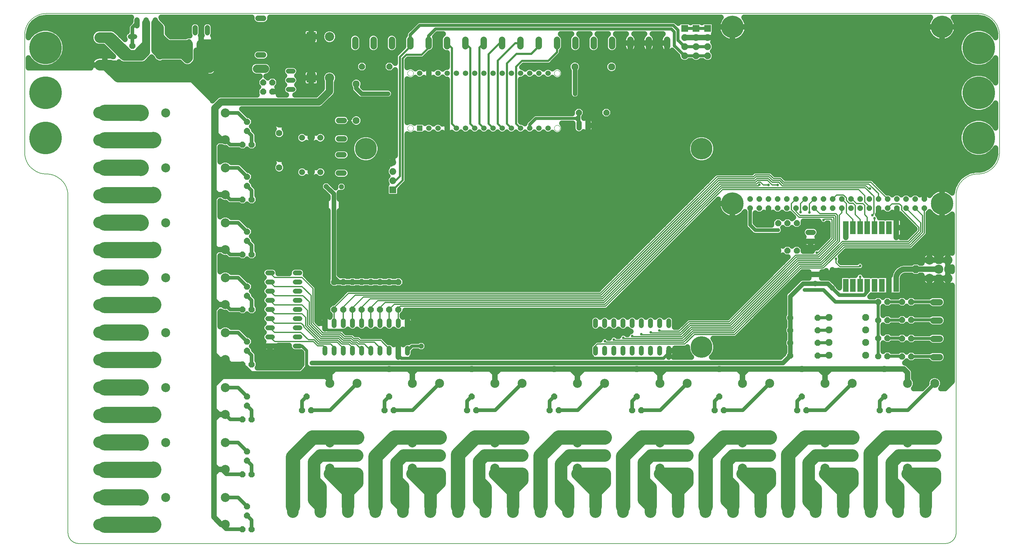
<source format=gbl>
G75*
%MOIN*%
%OFA0B0*%
%FSLAX25Y25*%
%IPPOS*%
%LPD*%
%AMOC8*
5,1,8,0,0,1.08239X$1,22.5*
%
%ADD10C,0.00600*%
%ADD11OC8,0.05200*%
%ADD12OC8,0.07000*%
%ADD13C,0.07000*%
%ADD14C,0.10000*%
%ADD15R,0.10000X0.10000*%
%ADD16R,0.06300X0.06300*%
%ADD17C,0.06300*%
%ADD18C,0.08850*%
%ADD19C,0.07600*%
%ADD20C,0.05200*%
%ADD21C,0.06600*%
%ADD22C,0.06000*%
%ADD23C,0.12598*%
%ADD24C,0.11811*%
%ADD25C,0.05543*%
%ADD26R,0.07400X0.07400*%
%ADD27C,0.07400*%
%ADD28C,0.05600*%
%ADD29OC8,0.06600*%
%ADD30OC8,0.08500*%
%ADD31R,0.05937X0.05937*%
%ADD32C,0.05937*%
%ADD33C,0.00000*%
%ADD34C,0.24409*%
%ADD35OC8,0.06000*%
%ADD36R,0.05906X0.14173*%
%ADD37C,0.09843*%
%ADD38C,0.07050*%
%ADD39C,0.13780*%
%ADD40C,0.10000*%
%ADD41C,0.15748*%
%ADD42C,0.17717*%
%ADD43C,0.05906*%
%ADD44C,0.04000*%
%ADD45C,0.07874*%
%ADD46C,0.03200*%
%ADD47C,0.02978*%
%ADD48C,0.05000*%
%ADD49C,0.03962*%
%ADD50C,0.08661*%
%ADD51C,0.01200*%
%ADD52C,0.02400*%
%ADD53C,0.35433*%
%ADD54C,0.23622*%
D10*
X0094504Y0039386D02*
X0094504Y0407496D01*
X0094497Y0408067D01*
X0094476Y0408637D01*
X0094442Y0409207D01*
X0094394Y0409776D01*
X0094332Y0410343D01*
X0094256Y0410909D01*
X0094167Y0411473D01*
X0094064Y0412034D01*
X0093947Y0412593D01*
X0093818Y0413149D01*
X0093674Y0413702D01*
X0093518Y0414251D01*
X0093348Y0414796D01*
X0093165Y0415336D01*
X0092969Y0415872D01*
X0092760Y0416404D01*
X0092538Y0416930D01*
X0092304Y0417450D01*
X0092057Y0417965D01*
X0091798Y0418474D01*
X0091527Y0418976D01*
X0091243Y0419471D01*
X0090948Y0419960D01*
X0090641Y0420441D01*
X0090323Y0420915D01*
X0089993Y0421381D01*
X0089652Y0421838D01*
X0089299Y0422288D01*
X0088937Y0422728D01*
X0088563Y0423160D01*
X0088180Y0423583D01*
X0087786Y0423996D01*
X0087382Y0424400D01*
X0086969Y0424794D01*
X0086546Y0425177D01*
X0086114Y0425551D01*
X0085674Y0425913D01*
X0085224Y0426266D01*
X0084767Y0426607D01*
X0084301Y0426937D01*
X0083827Y0427255D01*
X0083346Y0427562D01*
X0082857Y0427857D01*
X0082362Y0428141D01*
X0081860Y0428412D01*
X0081351Y0428671D01*
X0080836Y0428918D01*
X0080316Y0429152D01*
X0079790Y0429374D01*
X0079258Y0429583D01*
X0078722Y0429779D01*
X0078182Y0429962D01*
X0077637Y0430132D01*
X0077088Y0430288D01*
X0076535Y0430432D01*
X0075979Y0430561D01*
X0075420Y0430678D01*
X0074859Y0430781D01*
X0074295Y0430870D01*
X0073729Y0430946D01*
X0073162Y0431008D01*
X0072593Y0431056D01*
X0072023Y0431090D01*
X0071453Y0431111D01*
X0070882Y0431118D01*
X0070311Y0431125D01*
X0069741Y0431146D01*
X0069171Y0431180D01*
X0068602Y0431228D01*
X0068035Y0431290D01*
X0067469Y0431366D01*
X0066905Y0431455D01*
X0066344Y0431558D01*
X0065785Y0431675D01*
X0065229Y0431804D01*
X0064676Y0431948D01*
X0064127Y0432104D01*
X0063582Y0432274D01*
X0063042Y0432457D01*
X0062506Y0432653D01*
X0061974Y0432862D01*
X0061448Y0433084D01*
X0060928Y0433318D01*
X0060413Y0433565D01*
X0059904Y0433824D01*
X0059402Y0434095D01*
X0058907Y0434379D01*
X0058418Y0434674D01*
X0057937Y0434981D01*
X0057463Y0435299D01*
X0056997Y0435629D01*
X0056540Y0435970D01*
X0056090Y0436323D01*
X0055650Y0436685D01*
X0055218Y0437059D01*
X0054795Y0437442D01*
X0054382Y0437836D01*
X0053978Y0438240D01*
X0053584Y0438653D01*
X0053201Y0439076D01*
X0052827Y0439508D01*
X0052465Y0439948D01*
X0052112Y0440398D01*
X0051771Y0440855D01*
X0051441Y0441321D01*
X0051123Y0441795D01*
X0050816Y0442276D01*
X0050521Y0442765D01*
X0050237Y0443260D01*
X0049966Y0443762D01*
X0049707Y0444271D01*
X0049460Y0444786D01*
X0049226Y0445306D01*
X0049004Y0445832D01*
X0048795Y0446364D01*
X0048599Y0446900D01*
X0048416Y0447440D01*
X0048246Y0447985D01*
X0048090Y0448534D01*
X0047946Y0449087D01*
X0047817Y0449643D01*
X0047700Y0450202D01*
X0047597Y0450763D01*
X0047508Y0451327D01*
X0047432Y0451893D01*
X0047370Y0452460D01*
X0047322Y0453029D01*
X0047288Y0453599D01*
X0047267Y0454169D01*
X0047260Y0454740D01*
X0047260Y0582693D01*
X0047267Y0583264D01*
X0047288Y0583834D01*
X0047322Y0584404D01*
X0047370Y0584973D01*
X0047432Y0585540D01*
X0047508Y0586106D01*
X0047597Y0586670D01*
X0047700Y0587231D01*
X0047817Y0587790D01*
X0047946Y0588346D01*
X0048090Y0588899D01*
X0048246Y0589448D01*
X0048416Y0589993D01*
X0048599Y0590533D01*
X0048795Y0591069D01*
X0049004Y0591601D01*
X0049226Y0592127D01*
X0049460Y0592647D01*
X0049707Y0593162D01*
X0049966Y0593671D01*
X0050237Y0594173D01*
X0050521Y0594668D01*
X0050816Y0595157D01*
X0051123Y0595638D01*
X0051441Y0596112D01*
X0051771Y0596578D01*
X0052112Y0597035D01*
X0052465Y0597485D01*
X0052827Y0597925D01*
X0053201Y0598357D01*
X0053584Y0598780D01*
X0053978Y0599193D01*
X0054382Y0599597D01*
X0054795Y0599991D01*
X0055218Y0600374D01*
X0055650Y0600748D01*
X0056090Y0601110D01*
X0056540Y0601463D01*
X0056997Y0601804D01*
X0057463Y0602134D01*
X0057937Y0602452D01*
X0058418Y0602759D01*
X0058907Y0603054D01*
X0059402Y0603338D01*
X0059904Y0603609D01*
X0060413Y0603868D01*
X0060928Y0604115D01*
X0061448Y0604349D01*
X0061974Y0604571D01*
X0062506Y0604780D01*
X0063042Y0604976D01*
X0063582Y0605159D01*
X0064127Y0605329D01*
X0064676Y0605485D01*
X0065229Y0605629D01*
X0065785Y0605758D01*
X0066344Y0605875D01*
X0066905Y0605978D01*
X0067469Y0606067D01*
X0068035Y0606143D01*
X0068602Y0606205D01*
X0069171Y0606253D01*
X0069741Y0606287D01*
X0070311Y0606308D01*
X0070882Y0606315D01*
X1086630Y0606315D01*
X1087201Y0606308D01*
X1087771Y0606287D01*
X1088341Y0606253D01*
X1088910Y0606205D01*
X1089477Y0606143D01*
X1090043Y0606067D01*
X1090607Y0605978D01*
X1091168Y0605875D01*
X1091727Y0605758D01*
X1092283Y0605629D01*
X1092836Y0605485D01*
X1093385Y0605329D01*
X1093930Y0605159D01*
X1094470Y0604976D01*
X1095006Y0604780D01*
X1095538Y0604571D01*
X1096064Y0604349D01*
X1096584Y0604115D01*
X1097099Y0603868D01*
X1097608Y0603609D01*
X1098110Y0603338D01*
X1098605Y0603054D01*
X1099094Y0602759D01*
X1099575Y0602452D01*
X1100049Y0602134D01*
X1100515Y0601804D01*
X1100972Y0601463D01*
X1101422Y0601110D01*
X1101862Y0600748D01*
X1102294Y0600374D01*
X1102717Y0599991D01*
X1103130Y0599597D01*
X1103534Y0599193D01*
X1103928Y0598780D01*
X1104311Y0598357D01*
X1104685Y0597925D01*
X1105047Y0597485D01*
X1105400Y0597035D01*
X1105741Y0596578D01*
X1106071Y0596112D01*
X1106389Y0595638D01*
X1106696Y0595157D01*
X1106991Y0594668D01*
X1107275Y0594173D01*
X1107546Y0593671D01*
X1107805Y0593162D01*
X1108052Y0592647D01*
X1108286Y0592127D01*
X1108508Y0591601D01*
X1108717Y0591069D01*
X1108913Y0590533D01*
X1109096Y0589993D01*
X1109266Y0589448D01*
X1109422Y0588899D01*
X1109566Y0588346D01*
X1109695Y0587790D01*
X1109812Y0587231D01*
X1109915Y0586670D01*
X1110004Y0586106D01*
X1110080Y0585540D01*
X1110142Y0584973D01*
X1110190Y0584404D01*
X1110224Y0583834D01*
X1110245Y0583264D01*
X1110252Y0582693D01*
X1110252Y0454740D01*
X1110245Y0454169D01*
X1110224Y0453599D01*
X1110190Y0453029D01*
X1110142Y0452460D01*
X1110080Y0451893D01*
X1110004Y0451327D01*
X1109915Y0450763D01*
X1109812Y0450202D01*
X1109695Y0449643D01*
X1109566Y0449087D01*
X1109422Y0448534D01*
X1109266Y0447985D01*
X1109096Y0447440D01*
X1108913Y0446900D01*
X1108717Y0446364D01*
X1108508Y0445832D01*
X1108286Y0445306D01*
X1108052Y0444786D01*
X1107805Y0444271D01*
X1107546Y0443762D01*
X1107275Y0443260D01*
X1106991Y0442765D01*
X1106696Y0442276D01*
X1106389Y0441795D01*
X1106071Y0441321D01*
X1105741Y0440855D01*
X1105400Y0440398D01*
X1105047Y0439948D01*
X1104685Y0439508D01*
X1104311Y0439076D01*
X1103928Y0438653D01*
X1103534Y0438240D01*
X1103130Y0437836D01*
X1102717Y0437442D01*
X1102294Y0437059D01*
X1101862Y0436685D01*
X1101422Y0436323D01*
X1100972Y0435970D01*
X1100515Y0435629D01*
X1100049Y0435299D01*
X1099575Y0434981D01*
X1099094Y0434674D01*
X1098605Y0434379D01*
X1098110Y0434095D01*
X1097608Y0433824D01*
X1097099Y0433565D01*
X1096584Y0433318D01*
X1096064Y0433084D01*
X1095538Y0432862D01*
X1095006Y0432653D01*
X1094470Y0432457D01*
X1093930Y0432274D01*
X1093385Y0432104D01*
X1092836Y0431948D01*
X1092283Y0431804D01*
X1091727Y0431675D01*
X1091168Y0431558D01*
X1090607Y0431455D01*
X1090043Y0431366D01*
X1089477Y0431290D01*
X1088910Y0431228D01*
X1088341Y0431180D01*
X1087771Y0431146D01*
X1087201Y0431125D01*
X1086630Y0431118D01*
X1086059Y0431111D01*
X1085489Y0431090D01*
X1084919Y0431056D01*
X1084350Y0431008D01*
X1083783Y0430946D01*
X1083217Y0430870D01*
X1082653Y0430781D01*
X1082092Y0430678D01*
X1081533Y0430561D01*
X1080977Y0430432D01*
X1080424Y0430288D01*
X1079875Y0430132D01*
X1079330Y0429962D01*
X1078790Y0429779D01*
X1078254Y0429583D01*
X1077722Y0429374D01*
X1077196Y0429152D01*
X1076676Y0428918D01*
X1076161Y0428671D01*
X1075652Y0428412D01*
X1075150Y0428141D01*
X1074655Y0427857D01*
X1074166Y0427562D01*
X1073685Y0427255D01*
X1073211Y0426937D01*
X1072745Y0426607D01*
X1072288Y0426266D01*
X1071838Y0425913D01*
X1071398Y0425551D01*
X1070966Y0425177D01*
X1070543Y0424794D01*
X1070130Y0424400D01*
X1069726Y0423996D01*
X1069332Y0423583D01*
X1068949Y0423160D01*
X1068575Y0422728D01*
X1068213Y0422288D01*
X1067860Y0421838D01*
X1067519Y0421381D01*
X1067189Y0420915D01*
X1066871Y0420441D01*
X1066564Y0419960D01*
X1066269Y0419471D01*
X1065985Y0418976D01*
X1065714Y0418474D01*
X1065455Y0417965D01*
X1065208Y0417450D01*
X1064974Y0416930D01*
X1064752Y0416404D01*
X1064543Y0415872D01*
X1064347Y0415336D01*
X1064164Y0414796D01*
X1063994Y0414251D01*
X1063838Y0413702D01*
X1063694Y0413149D01*
X1063565Y0412593D01*
X1063448Y0412034D01*
X1063345Y0411473D01*
X1063256Y0410909D01*
X1063180Y0410343D01*
X1063118Y0409776D01*
X1063070Y0409207D01*
X1063036Y0408637D01*
X1063015Y0408067D01*
X1063008Y0407496D01*
X1063008Y0039386D01*
X1063005Y0039101D01*
X1062994Y0038815D01*
X1062977Y0038530D01*
X1062953Y0038246D01*
X1062922Y0037962D01*
X1062884Y0037679D01*
X1062839Y0037398D01*
X1062788Y0037117D01*
X1062730Y0036837D01*
X1062665Y0036559D01*
X1062593Y0036283D01*
X1062515Y0036009D01*
X1062430Y0035736D01*
X1062338Y0035466D01*
X1062240Y0035198D01*
X1062136Y0034932D01*
X1062025Y0034669D01*
X1061908Y0034409D01*
X1061785Y0034151D01*
X1061655Y0033897D01*
X1061519Y0033646D01*
X1061378Y0033398D01*
X1061230Y0033154D01*
X1061077Y0032913D01*
X1060917Y0032677D01*
X1060752Y0032444D01*
X1060582Y0032215D01*
X1060406Y0031990D01*
X1060224Y0031770D01*
X1060038Y0031554D01*
X1059846Y0031343D01*
X1059649Y0031136D01*
X1059447Y0030934D01*
X1059240Y0030737D01*
X1059029Y0030545D01*
X1058813Y0030359D01*
X1058593Y0030177D01*
X1058368Y0030001D01*
X1058139Y0029831D01*
X1057906Y0029666D01*
X1057670Y0029506D01*
X1057429Y0029353D01*
X1057185Y0029205D01*
X1056937Y0029064D01*
X1056686Y0028928D01*
X1056432Y0028798D01*
X1056174Y0028675D01*
X1055914Y0028558D01*
X1055651Y0028447D01*
X1055385Y0028343D01*
X1055117Y0028245D01*
X1054847Y0028153D01*
X1054574Y0028068D01*
X1054300Y0027990D01*
X1054024Y0027918D01*
X1053746Y0027853D01*
X1053466Y0027795D01*
X1053185Y0027744D01*
X1052904Y0027699D01*
X1052621Y0027661D01*
X1052337Y0027630D01*
X1052053Y0027606D01*
X1051768Y0027589D01*
X1051482Y0027578D01*
X1051197Y0027575D01*
X0106315Y0027575D01*
X0106030Y0027578D01*
X0105744Y0027589D01*
X0105459Y0027606D01*
X0105175Y0027630D01*
X0104891Y0027661D01*
X0104608Y0027699D01*
X0104327Y0027744D01*
X0104046Y0027795D01*
X0103766Y0027853D01*
X0103488Y0027918D01*
X0103212Y0027990D01*
X0102938Y0028068D01*
X0102665Y0028153D01*
X0102395Y0028245D01*
X0102127Y0028343D01*
X0101861Y0028447D01*
X0101598Y0028558D01*
X0101338Y0028675D01*
X0101080Y0028798D01*
X0100826Y0028928D01*
X0100575Y0029064D01*
X0100327Y0029205D01*
X0100083Y0029353D01*
X0099842Y0029506D01*
X0099606Y0029666D01*
X0099373Y0029831D01*
X0099144Y0030001D01*
X0098919Y0030177D01*
X0098699Y0030359D01*
X0098483Y0030545D01*
X0098272Y0030737D01*
X0098065Y0030934D01*
X0097863Y0031136D01*
X0097666Y0031343D01*
X0097474Y0031554D01*
X0097288Y0031770D01*
X0097106Y0031990D01*
X0096930Y0032215D01*
X0096760Y0032444D01*
X0096595Y0032677D01*
X0096435Y0032913D01*
X0096282Y0033154D01*
X0096134Y0033398D01*
X0095993Y0033646D01*
X0095857Y0033897D01*
X0095727Y0034151D01*
X0095604Y0034409D01*
X0095487Y0034669D01*
X0095376Y0034932D01*
X0095272Y0035198D01*
X0095174Y0035466D01*
X0095082Y0035736D01*
X0094997Y0036009D01*
X0094919Y0036283D01*
X0094847Y0036559D01*
X0094782Y0036837D01*
X0094724Y0037117D01*
X0094673Y0037398D01*
X0094628Y0037679D01*
X0094590Y0037962D01*
X0094559Y0038246D01*
X0094535Y0038530D01*
X0094518Y0038815D01*
X0094507Y0039101D01*
X0094504Y0039386D01*
D11*
X0479819Y0243165D03*
X0479819Y0263165D03*
X0392635Y0397217D03*
X0376113Y0397537D03*
X0376113Y0417537D03*
X0392635Y0417217D03*
X0224819Y0536039D03*
X0224819Y0556039D03*
X0928087Y0326315D03*
X0928087Y0306315D03*
D12*
X0324819Y0448165D03*
X0324819Y0485665D03*
D13*
X0324819Y0475665D03*
X0324819Y0438165D03*
D14*
X0379819Y0536039D03*
X0379819Y0581039D03*
X0194819Y0561039D03*
X1034130Y0337102D03*
X1044130Y0327102D03*
X1054130Y0337102D03*
X1054130Y0317102D03*
X1034130Y0317102D03*
D15*
X0359819Y0536039D03*
X0359819Y0581039D03*
X0194819Y0541039D03*
D16*
X0909465Y0321315D03*
D17*
X0909465Y0311315D03*
D18*
X0309244Y0546039D02*
X0300394Y0546039D01*
X0249244Y0546039D02*
X0240394Y0546039D01*
D19*
X0408818Y0529486D03*
X0408818Y0489486D03*
X0647260Y0548165D03*
X0687260Y0548165D03*
X0924425Y0274543D03*
X0924425Y0260764D03*
X0924425Y0246984D03*
X0924425Y0233205D03*
X0964425Y0233205D03*
X0964425Y0246984D03*
X0964425Y0260764D03*
X0964425Y0274543D03*
D20*
X0749819Y0270765D02*
X0749819Y0265565D01*
X0739819Y0265565D02*
X0739819Y0270765D01*
X0729819Y0270765D02*
X0729819Y0265565D01*
X0719819Y0265565D02*
X0719819Y0270765D01*
X0709819Y0270765D02*
X0709819Y0265565D01*
X0699819Y0265565D02*
X0699819Y0270765D01*
X0689819Y0270765D02*
X0689819Y0265565D01*
X0679819Y0265565D02*
X0679819Y0270765D01*
X0669819Y0270765D02*
X0669819Y0265565D01*
X0669819Y0240765D02*
X0669819Y0235565D01*
X0679819Y0235565D02*
X0679819Y0240765D01*
X0689819Y0240765D02*
X0689819Y0235565D01*
X0699819Y0235565D02*
X0699819Y0240765D01*
X0709819Y0240765D02*
X0709819Y0235565D01*
X0719819Y0235565D02*
X0719819Y0240765D01*
X0729819Y0240765D02*
X0729819Y0235565D01*
X0739819Y0235565D02*
X0739819Y0240765D01*
X0749819Y0240765D02*
X0749819Y0235565D01*
X0464819Y0235565D02*
X0464819Y0240765D01*
X0454819Y0240765D02*
X0454819Y0235565D01*
X0444819Y0235565D02*
X0444819Y0240765D01*
X0434819Y0240765D02*
X0434819Y0235565D01*
X0424819Y0235565D02*
X0424819Y0240765D01*
X0414819Y0240765D02*
X0414819Y0235565D01*
X0404819Y0235565D02*
X0404819Y0240765D01*
X0394819Y0240765D02*
X0394819Y0235565D01*
X0384819Y0235565D02*
X0384819Y0240765D01*
X0374819Y0240765D02*
X0374819Y0235565D01*
X0347419Y0243165D02*
X0342219Y0243165D01*
X0342219Y0253165D02*
X0347419Y0253165D01*
X0347419Y0263165D02*
X0342219Y0263165D01*
X0342219Y0273165D02*
X0347419Y0273165D01*
X0347419Y0283165D02*
X0342219Y0283165D01*
X0342219Y0293165D02*
X0347419Y0293165D01*
X0347419Y0303165D02*
X0342219Y0303165D01*
X0342219Y0313165D02*
X0347419Y0313165D01*
X0347419Y0323165D02*
X0342219Y0323165D01*
X0317419Y0323165D02*
X0312219Y0323165D01*
X0312219Y0313165D02*
X0317419Y0313165D01*
X0317419Y0303165D02*
X0312219Y0303165D01*
X0312219Y0293165D02*
X0317419Y0293165D01*
X0317419Y0283165D02*
X0312219Y0283165D01*
X0312219Y0273165D02*
X0317419Y0273165D01*
X0317419Y0263165D02*
X0312219Y0263165D01*
X0312219Y0253165D02*
X0317419Y0253165D01*
X0317419Y0243165D02*
X0312219Y0243165D01*
X0374819Y0265565D02*
X0374819Y0270765D01*
X0384819Y0270765D02*
X0384819Y0265565D01*
X0394819Y0265565D02*
X0394819Y0270765D01*
X0404819Y0270765D02*
X0404819Y0265565D01*
X0414819Y0265565D02*
X0414819Y0270765D01*
X0424819Y0270765D02*
X0424819Y0265565D01*
X0434819Y0265565D02*
X0434819Y0270765D01*
X0444819Y0270765D02*
X0444819Y0265565D01*
X0454819Y0265565D02*
X0454819Y0270765D01*
X0464819Y0270765D02*
X0464819Y0265565D01*
X0339919Y0523539D02*
X0334719Y0523539D01*
X0334719Y0533539D02*
X0339919Y0533539D01*
X0339919Y0543539D02*
X0334719Y0543539D01*
X0197419Y0581039D02*
X0192219Y0581039D01*
X0167419Y0581039D02*
X0162219Y0581039D01*
D21*
X0349819Y0470665D03*
X0359819Y0470665D03*
X0369819Y0470665D03*
X0369819Y0433165D03*
X0359819Y0433165D03*
X0349819Y0433165D03*
D22*
X0389492Y0432021D02*
X0395492Y0432021D01*
X0395492Y0452021D02*
X0389492Y0452021D01*
X0389545Y0469592D02*
X0395545Y0469592D01*
X0395545Y0489592D02*
X0389545Y0489592D01*
X0307819Y0561039D02*
X0301819Y0561039D01*
X0301819Y0601039D02*
X0307819Y0601039D01*
X0189819Y0599039D02*
X0189819Y0593039D01*
X0179819Y0593039D02*
X0179819Y0599039D01*
X0169819Y0599039D02*
X0169819Y0593039D01*
D23*
X0141118Y0498165D02*
X0128520Y0498165D01*
X0128520Y0468165D02*
X0141118Y0468165D01*
X0141118Y0438165D02*
X0128520Y0438165D01*
X0128520Y0408165D02*
X0141118Y0408165D01*
X0141118Y0378165D02*
X0128520Y0378165D01*
X0128520Y0348165D02*
X0141118Y0348165D01*
X0141118Y0318165D02*
X0128520Y0318165D01*
X0128520Y0288165D02*
X0141118Y0288165D01*
X0141118Y0258165D02*
X0128520Y0258165D01*
X0128520Y0228165D02*
X0141118Y0228165D01*
X0141118Y0198165D02*
X0128520Y0198165D01*
X0128520Y0168165D02*
X0141118Y0168165D01*
X0141118Y0138165D02*
X0128520Y0138165D01*
X0128520Y0108165D02*
X0141118Y0108165D01*
X0141118Y0078165D02*
X0128520Y0078165D01*
X0128520Y0048165D02*
X0141118Y0048165D01*
X0339819Y0061866D02*
X0339819Y0074465D01*
X0369819Y0074465D02*
X0369819Y0061866D01*
X0399819Y0061866D02*
X0399819Y0074465D01*
X0429819Y0074465D02*
X0429819Y0061866D01*
X0459819Y0061866D02*
X0459819Y0074465D01*
X0489819Y0074465D02*
X0489819Y0061866D01*
X0519819Y0061866D02*
X0519819Y0074465D01*
X0549819Y0074465D02*
X0549819Y0061866D01*
X0579819Y0061866D02*
X0579819Y0074465D01*
X0609819Y0074465D02*
X0609819Y0061866D01*
X0639819Y0061866D02*
X0639819Y0074465D01*
X0669819Y0074465D02*
X0669819Y0061866D01*
X0699819Y0061866D02*
X0699819Y0074465D01*
X0729819Y0074465D02*
X0729819Y0061866D01*
X0759819Y0061866D02*
X0759819Y0074465D01*
X0789819Y0074465D02*
X0789819Y0061866D01*
X0819819Y0061866D02*
X0819819Y0074465D01*
X0849819Y0074465D02*
X0849819Y0061866D01*
X0879819Y0061866D02*
X0879819Y0074465D01*
X0909819Y0074465D02*
X0909819Y0061866D01*
X0939819Y0061866D02*
X0939819Y0074465D01*
X0969819Y0074465D02*
X0969819Y0061866D01*
X0999819Y0061866D02*
X0999819Y0074465D01*
X1029819Y0074465D02*
X1029819Y0061866D01*
D24*
X0140724Y0550134D02*
X0128913Y0550134D01*
X0128913Y0580134D02*
X0140724Y0580134D01*
D25*
X0226433Y0575740D02*
X0226433Y0570197D01*
X0239819Y0570197D02*
X0239819Y0575740D01*
X0246512Y0585551D02*
X0246512Y0591094D01*
X0233126Y0591094D02*
X0233126Y0585551D01*
X0253205Y0575740D02*
X0253205Y0570197D01*
D26*
X0448827Y0413827D03*
X0766984Y0590134D03*
X0779484Y0590134D03*
X0791984Y0590134D03*
D27*
X0791984Y0580134D03*
X0791984Y0570134D03*
X0779484Y0570134D03*
X0779484Y0580134D03*
X0766984Y0580134D03*
X0766984Y0570134D03*
X0766984Y0560134D03*
X0779484Y0560134D03*
X0791984Y0560134D03*
X0448827Y0443827D03*
X0448827Y0433827D03*
X0448827Y0423827D03*
D28*
X0651709Y0481468D02*
X0651709Y0487068D01*
X0661709Y0487068D02*
X0661709Y0481468D01*
X0901460Y0367407D02*
X0907060Y0367407D01*
X0907060Y0357407D02*
X0901460Y0357407D01*
D29*
X0889228Y0347407D03*
X0879071Y0347407D03*
X0868913Y0347407D03*
X0868913Y0377407D03*
X0879071Y0377407D03*
X0889228Y0377407D03*
X0978087Y0291342D03*
X0988087Y0291342D03*
X1004110Y0291472D03*
X1014110Y0291472D03*
X1014110Y0271787D03*
X1004110Y0271787D03*
X0988087Y0271566D03*
X0978087Y0271566D03*
X0978087Y0251789D03*
X0988087Y0251789D03*
X1004110Y0251512D03*
X1014110Y0251512D03*
X1014110Y0231827D03*
X1004110Y0231827D03*
X0988087Y0232012D03*
X0978087Y0232012D03*
X0984819Y0218165D03*
X0984819Y0188165D03*
X0989819Y0173165D03*
X0979819Y0173165D03*
X0899819Y0173165D03*
X0889819Y0173165D03*
X0894819Y0188165D03*
X0894819Y0218165D03*
X0882142Y0232850D03*
X0882142Y0246630D03*
X0882142Y0260409D03*
X0882142Y0274189D03*
X0912142Y0274189D03*
X0912142Y0260409D03*
X0912142Y0246630D03*
X0912142Y0232850D03*
X0804819Y0218165D03*
X0804819Y0188165D03*
X0809819Y0173165D03*
X0799819Y0173165D03*
X0719819Y0173165D03*
X0709819Y0173165D03*
X0714819Y0188165D03*
X0714819Y0218165D03*
X0629819Y0173165D03*
X0619819Y0173165D03*
X0624819Y0188165D03*
X0624819Y0218165D03*
X0534819Y0218165D03*
X0534819Y0188165D03*
X0539819Y0173165D03*
X0529819Y0173165D03*
X0449819Y0173165D03*
X0439819Y0173165D03*
X0444819Y0188165D03*
X0444819Y0218165D03*
X0354819Y0218165D03*
X0354819Y0188165D03*
X0359819Y0173165D03*
X0349819Y0173165D03*
X0294819Y0163165D03*
X0284819Y0163165D03*
X0289819Y0178165D03*
X0289819Y0188165D03*
X0294819Y0223165D03*
X0284819Y0223165D03*
X0289819Y0238165D03*
X0289819Y0248165D03*
X0294819Y0283165D03*
X0284819Y0283165D03*
X0289819Y0298165D03*
X0289819Y0308165D03*
X0294819Y0343165D03*
X0284819Y0343165D03*
X0289819Y0358165D03*
X0289819Y0368165D03*
X0294819Y0403165D03*
X0284819Y0403165D03*
X0289819Y0418165D03*
X0289819Y0428165D03*
X0294819Y0463165D03*
X0284819Y0463165D03*
X0289819Y0478165D03*
X0289819Y0488165D03*
X0307319Y0521039D03*
X0317319Y0521039D03*
X0317319Y0531039D03*
X0307319Y0531039D03*
X0415016Y0548441D03*
X0445016Y0548441D03*
X0651551Y0498047D03*
X0681551Y0498047D03*
X0454819Y0313165D03*
X0444819Y0313165D03*
X0434819Y0313165D03*
X0424819Y0313165D03*
X0414819Y0313165D03*
X0404819Y0313165D03*
X0394819Y0313165D03*
X0384819Y0313165D03*
X0384819Y0283165D03*
X0394819Y0283165D03*
X0404819Y0283165D03*
X0414819Y0283165D03*
X0424819Y0283165D03*
X0434819Y0283165D03*
X0444819Y0283165D03*
X0454819Y0283165D03*
X0289819Y0128165D03*
X0289819Y0118165D03*
X0294819Y0103165D03*
X0284819Y0103165D03*
X0289819Y0068165D03*
X0289819Y0058165D03*
X0294819Y0043165D03*
X0284819Y0043165D03*
X0164819Y0541039D03*
X0164819Y0571039D03*
D30*
X1019031Y0327165D03*
D31*
X0477969Y0481157D03*
D32*
X0487969Y0481157D03*
X0497969Y0481157D03*
X0507969Y0481157D03*
X0517969Y0481157D03*
X0527969Y0481157D03*
X0537969Y0481157D03*
X0547969Y0481157D03*
X0557969Y0481157D03*
X0567969Y0481157D03*
X0577969Y0481157D03*
X0587969Y0481157D03*
X0597969Y0481157D03*
X0607969Y0481157D03*
X0617969Y0481157D03*
X0617969Y0541157D03*
X0607969Y0541157D03*
X0597969Y0541157D03*
X0587969Y0541157D03*
X0577969Y0541157D03*
X0567969Y0541157D03*
X0557969Y0541157D03*
X0547969Y0541157D03*
X0537969Y0541157D03*
X0527969Y0541157D03*
X0517969Y0541157D03*
X0507969Y0541157D03*
X0497969Y0541157D03*
X0487969Y0541157D03*
X0477969Y0541157D03*
D33*
X0464719Y0541157D02*
X0464721Y0541270D01*
X0464727Y0541384D01*
X0464737Y0541497D01*
X0464751Y0541609D01*
X0464768Y0541721D01*
X0464790Y0541833D01*
X0464816Y0541943D01*
X0464845Y0542053D01*
X0464878Y0542161D01*
X0464915Y0542269D01*
X0464956Y0542374D01*
X0465000Y0542479D01*
X0465048Y0542582D01*
X0465099Y0542683D01*
X0465154Y0542782D01*
X0465213Y0542879D01*
X0465275Y0542974D01*
X0465340Y0543067D01*
X0465408Y0543158D01*
X0465479Y0543246D01*
X0465554Y0543332D01*
X0465631Y0543415D01*
X0465711Y0543495D01*
X0465794Y0543572D01*
X0465880Y0543647D01*
X0465968Y0543718D01*
X0466059Y0543786D01*
X0466152Y0543851D01*
X0466247Y0543913D01*
X0466344Y0543972D01*
X0466443Y0544027D01*
X0466544Y0544078D01*
X0466647Y0544126D01*
X0466752Y0544170D01*
X0466857Y0544211D01*
X0466965Y0544248D01*
X0467073Y0544281D01*
X0467183Y0544310D01*
X0467293Y0544336D01*
X0467405Y0544358D01*
X0467517Y0544375D01*
X0467629Y0544389D01*
X0467742Y0544399D01*
X0467856Y0544405D01*
X0467969Y0544407D01*
X0468082Y0544405D01*
X0468196Y0544399D01*
X0468309Y0544389D01*
X0468421Y0544375D01*
X0468533Y0544358D01*
X0468645Y0544336D01*
X0468755Y0544310D01*
X0468865Y0544281D01*
X0468973Y0544248D01*
X0469081Y0544211D01*
X0469186Y0544170D01*
X0469291Y0544126D01*
X0469394Y0544078D01*
X0469495Y0544027D01*
X0469594Y0543972D01*
X0469691Y0543913D01*
X0469786Y0543851D01*
X0469879Y0543786D01*
X0469970Y0543718D01*
X0470058Y0543647D01*
X0470144Y0543572D01*
X0470227Y0543495D01*
X0470307Y0543415D01*
X0470384Y0543332D01*
X0470459Y0543246D01*
X0470530Y0543158D01*
X0470598Y0543067D01*
X0470663Y0542974D01*
X0470725Y0542879D01*
X0470784Y0542782D01*
X0470839Y0542683D01*
X0470890Y0542582D01*
X0470938Y0542479D01*
X0470982Y0542374D01*
X0471023Y0542269D01*
X0471060Y0542161D01*
X0471093Y0542053D01*
X0471122Y0541943D01*
X0471148Y0541833D01*
X0471170Y0541721D01*
X0471187Y0541609D01*
X0471201Y0541497D01*
X0471211Y0541384D01*
X0471217Y0541270D01*
X0471219Y0541157D01*
X0471217Y0541044D01*
X0471211Y0540930D01*
X0471201Y0540817D01*
X0471187Y0540705D01*
X0471170Y0540593D01*
X0471148Y0540481D01*
X0471122Y0540371D01*
X0471093Y0540261D01*
X0471060Y0540153D01*
X0471023Y0540045D01*
X0470982Y0539940D01*
X0470938Y0539835D01*
X0470890Y0539732D01*
X0470839Y0539631D01*
X0470784Y0539532D01*
X0470725Y0539435D01*
X0470663Y0539340D01*
X0470598Y0539247D01*
X0470530Y0539156D01*
X0470459Y0539068D01*
X0470384Y0538982D01*
X0470307Y0538899D01*
X0470227Y0538819D01*
X0470144Y0538742D01*
X0470058Y0538667D01*
X0469970Y0538596D01*
X0469879Y0538528D01*
X0469786Y0538463D01*
X0469691Y0538401D01*
X0469594Y0538342D01*
X0469495Y0538287D01*
X0469394Y0538236D01*
X0469291Y0538188D01*
X0469186Y0538144D01*
X0469081Y0538103D01*
X0468973Y0538066D01*
X0468865Y0538033D01*
X0468755Y0538004D01*
X0468645Y0537978D01*
X0468533Y0537956D01*
X0468421Y0537939D01*
X0468309Y0537925D01*
X0468196Y0537915D01*
X0468082Y0537909D01*
X0467969Y0537907D01*
X0467856Y0537909D01*
X0467742Y0537915D01*
X0467629Y0537925D01*
X0467517Y0537939D01*
X0467405Y0537956D01*
X0467293Y0537978D01*
X0467183Y0538004D01*
X0467073Y0538033D01*
X0466965Y0538066D01*
X0466857Y0538103D01*
X0466752Y0538144D01*
X0466647Y0538188D01*
X0466544Y0538236D01*
X0466443Y0538287D01*
X0466344Y0538342D01*
X0466247Y0538401D01*
X0466152Y0538463D01*
X0466059Y0538528D01*
X0465968Y0538596D01*
X0465880Y0538667D01*
X0465794Y0538742D01*
X0465711Y0538819D01*
X0465631Y0538899D01*
X0465554Y0538982D01*
X0465479Y0539068D01*
X0465408Y0539156D01*
X0465340Y0539247D01*
X0465275Y0539340D01*
X0465213Y0539435D01*
X0465154Y0539532D01*
X0465099Y0539631D01*
X0465048Y0539732D01*
X0465000Y0539835D01*
X0464956Y0539940D01*
X0464915Y0540045D01*
X0464878Y0540153D01*
X0464845Y0540261D01*
X0464816Y0540371D01*
X0464790Y0540481D01*
X0464768Y0540593D01*
X0464751Y0540705D01*
X0464737Y0540817D01*
X0464727Y0540930D01*
X0464721Y0541044D01*
X0464719Y0541157D01*
X0464719Y0481157D02*
X0464721Y0481270D01*
X0464727Y0481384D01*
X0464737Y0481497D01*
X0464751Y0481609D01*
X0464768Y0481721D01*
X0464790Y0481833D01*
X0464816Y0481943D01*
X0464845Y0482053D01*
X0464878Y0482161D01*
X0464915Y0482269D01*
X0464956Y0482374D01*
X0465000Y0482479D01*
X0465048Y0482582D01*
X0465099Y0482683D01*
X0465154Y0482782D01*
X0465213Y0482879D01*
X0465275Y0482974D01*
X0465340Y0483067D01*
X0465408Y0483158D01*
X0465479Y0483246D01*
X0465554Y0483332D01*
X0465631Y0483415D01*
X0465711Y0483495D01*
X0465794Y0483572D01*
X0465880Y0483647D01*
X0465968Y0483718D01*
X0466059Y0483786D01*
X0466152Y0483851D01*
X0466247Y0483913D01*
X0466344Y0483972D01*
X0466443Y0484027D01*
X0466544Y0484078D01*
X0466647Y0484126D01*
X0466752Y0484170D01*
X0466857Y0484211D01*
X0466965Y0484248D01*
X0467073Y0484281D01*
X0467183Y0484310D01*
X0467293Y0484336D01*
X0467405Y0484358D01*
X0467517Y0484375D01*
X0467629Y0484389D01*
X0467742Y0484399D01*
X0467856Y0484405D01*
X0467969Y0484407D01*
X0468082Y0484405D01*
X0468196Y0484399D01*
X0468309Y0484389D01*
X0468421Y0484375D01*
X0468533Y0484358D01*
X0468645Y0484336D01*
X0468755Y0484310D01*
X0468865Y0484281D01*
X0468973Y0484248D01*
X0469081Y0484211D01*
X0469186Y0484170D01*
X0469291Y0484126D01*
X0469394Y0484078D01*
X0469495Y0484027D01*
X0469594Y0483972D01*
X0469691Y0483913D01*
X0469786Y0483851D01*
X0469879Y0483786D01*
X0469970Y0483718D01*
X0470058Y0483647D01*
X0470144Y0483572D01*
X0470227Y0483495D01*
X0470307Y0483415D01*
X0470384Y0483332D01*
X0470459Y0483246D01*
X0470530Y0483158D01*
X0470598Y0483067D01*
X0470663Y0482974D01*
X0470725Y0482879D01*
X0470784Y0482782D01*
X0470839Y0482683D01*
X0470890Y0482582D01*
X0470938Y0482479D01*
X0470982Y0482374D01*
X0471023Y0482269D01*
X0471060Y0482161D01*
X0471093Y0482053D01*
X0471122Y0481943D01*
X0471148Y0481833D01*
X0471170Y0481721D01*
X0471187Y0481609D01*
X0471201Y0481497D01*
X0471211Y0481384D01*
X0471217Y0481270D01*
X0471219Y0481157D01*
X0471217Y0481044D01*
X0471211Y0480930D01*
X0471201Y0480817D01*
X0471187Y0480705D01*
X0471170Y0480593D01*
X0471148Y0480481D01*
X0471122Y0480371D01*
X0471093Y0480261D01*
X0471060Y0480153D01*
X0471023Y0480045D01*
X0470982Y0479940D01*
X0470938Y0479835D01*
X0470890Y0479732D01*
X0470839Y0479631D01*
X0470784Y0479532D01*
X0470725Y0479435D01*
X0470663Y0479340D01*
X0470598Y0479247D01*
X0470530Y0479156D01*
X0470459Y0479068D01*
X0470384Y0478982D01*
X0470307Y0478899D01*
X0470227Y0478819D01*
X0470144Y0478742D01*
X0470058Y0478667D01*
X0469970Y0478596D01*
X0469879Y0478528D01*
X0469786Y0478463D01*
X0469691Y0478401D01*
X0469594Y0478342D01*
X0469495Y0478287D01*
X0469394Y0478236D01*
X0469291Y0478188D01*
X0469186Y0478144D01*
X0469081Y0478103D01*
X0468973Y0478066D01*
X0468865Y0478033D01*
X0468755Y0478004D01*
X0468645Y0477978D01*
X0468533Y0477956D01*
X0468421Y0477939D01*
X0468309Y0477925D01*
X0468196Y0477915D01*
X0468082Y0477909D01*
X0467969Y0477907D01*
X0467856Y0477909D01*
X0467742Y0477915D01*
X0467629Y0477925D01*
X0467517Y0477939D01*
X0467405Y0477956D01*
X0467293Y0477978D01*
X0467183Y0478004D01*
X0467073Y0478033D01*
X0466965Y0478066D01*
X0466857Y0478103D01*
X0466752Y0478144D01*
X0466647Y0478188D01*
X0466544Y0478236D01*
X0466443Y0478287D01*
X0466344Y0478342D01*
X0466247Y0478401D01*
X0466152Y0478463D01*
X0466059Y0478528D01*
X0465968Y0478596D01*
X0465880Y0478667D01*
X0465794Y0478742D01*
X0465711Y0478819D01*
X0465631Y0478899D01*
X0465554Y0478982D01*
X0465479Y0479068D01*
X0465408Y0479156D01*
X0465340Y0479247D01*
X0465275Y0479340D01*
X0465213Y0479435D01*
X0465154Y0479532D01*
X0465099Y0479631D01*
X0465048Y0479732D01*
X0465000Y0479835D01*
X0464956Y0479940D01*
X0464915Y0480045D01*
X0464878Y0480153D01*
X0464845Y0480261D01*
X0464816Y0480371D01*
X0464790Y0480481D01*
X0464768Y0480593D01*
X0464751Y0480705D01*
X0464737Y0480817D01*
X0464727Y0480930D01*
X0464721Y0481044D01*
X0464719Y0481157D01*
X0624719Y0481157D02*
X0624721Y0481270D01*
X0624727Y0481384D01*
X0624737Y0481497D01*
X0624751Y0481609D01*
X0624768Y0481721D01*
X0624790Y0481833D01*
X0624816Y0481943D01*
X0624845Y0482053D01*
X0624878Y0482161D01*
X0624915Y0482269D01*
X0624956Y0482374D01*
X0625000Y0482479D01*
X0625048Y0482582D01*
X0625099Y0482683D01*
X0625154Y0482782D01*
X0625213Y0482879D01*
X0625275Y0482974D01*
X0625340Y0483067D01*
X0625408Y0483158D01*
X0625479Y0483246D01*
X0625554Y0483332D01*
X0625631Y0483415D01*
X0625711Y0483495D01*
X0625794Y0483572D01*
X0625880Y0483647D01*
X0625968Y0483718D01*
X0626059Y0483786D01*
X0626152Y0483851D01*
X0626247Y0483913D01*
X0626344Y0483972D01*
X0626443Y0484027D01*
X0626544Y0484078D01*
X0626647Y0484126D01*
X0626752Y0484170D01*
X0626857Y0484211D01*
X0626965Y0484248D01*
X0627073Y0484281D01*
X0627183Y0484310D01*
X0627293Y0484336D01*
X0627405Y0484358D01*
X0627517Y0484375D01*
X0627629Y0484389D01*
X0627742Y0484399D01*
X0627856Y0484405D01*
X0627969Y0484407D01*
X0628082Y0484405D01*
X0628196Y0484399D01*
X0628309Y0484389D01*
X0628421Y0484375D01*
X0628533Y0484358D01*
X0628645Y0484336D01*
X0628755Y0484310D01*
X0628865Y0484281D01*
X0628973Y0484248D01*
X0629081Y0484211D01*
X0629186Y0484170D01*
X0629291Y0484126D01*
X0629394Y0484078D01*
X0629495Y0484027D01*
X0629594Y0483972D01*
X0629691Y0483913D01*
X0629786Y0483851D01*
X0629879Y0483786D01*
X0629970Y0483718D01*
X0630058Y0483647D01*
X0630144Y0483572D01*
X0630227Y0483495D01*
X0630307Y0483415D01*
X0630384Y0483332D01*
X0630459Y0483246D01*
X0630530Y0483158D01*
X0630598Y0483067D01*
X0630663Y0482974D01*
X0630725Y0482879D01*
X0630784Y0482782D01*
X0630839Y0482683D01*
X0630890Y0482582D01*
X0630938Y0482479D01*
X0630982Y0482374D01*
X0631023Y0482269D01*
X0631060Y0482161D01*
X0631093Y0482053D01*
X0631122Y0481943D01*
X0631148Y0481833D01*
X0631170Y0481721D01*
X0631187Y0481609D01*
X0631201Y0481497D01*
X0631211Y0481384D01*
X0631217Y0481270D01*
X0631219Y0481157D01*
X0631217Y0481044D01*
X0631211Y0480930D01*
X0631201Y0480817D01*
X0631187Y0480705D01*
X0631170Y0480593D01*
X0631148Y0480481D01*
X0631122Y0480371D01*
X0631093Y0480261D01*
X0631060Y0480153D01*
X0631023Y0480045D01*
X0630982Y0479940D01*
X0630938Y0479835D01*
X0630890Y0479732D01*
X0630839Y0479631D01*
X0630784Y0479532D01*
X0630725Y0479435D01*
X0630663Y0479340D01*
X0630598Y0479247D01*
X0630530Y0479156D01*
X0630459Y0479068D01*
X0630384Y0478982D01*
X0630307Y0478899D01*
X0630227Y0478819D01*
X0630144Y0478742D01*
X0630058Y0478667D01*
X0629970Y0478596D01*
X0629879Y0478528D01*
X0629786Y0478463D01*
X0629691Y0478401D01*
X0629594Y0478342D01*
X0629495Y0478287D01*
X0629394Y0478236D01*
X0629291Y0478188D01*
X0629186Y0478144D01*
X0629081Y0478103D01*
X0628973Y0478066D01*
X0628865Y0478033D01*
X0628755Y0478004D01*
X0628645Y0477978D01*
X0628533Y0477956D01*
X0628421Y0477939D01*
X0628309Y0477925D01*
X0628196Y0477915D01*
X0628082Y0477909D01*
X0627969Y0477907D01*
X0627856Y0477909D01*
X0627742Y0477915D01*
X0627629Y0477925D01*
X0627517Y0477939D01*
X0627405Y0477956D01*
X0627293Y0477978D01*
X0627183Y0478004D01*
X0627073Y0478033D01*
X0626965Y0478066D01*
X0626857Y0478103D01*
X0626752Y0478144D01*
X0626647Y0478188D01*
X0626544Y0478236D01*
X0626443Y0478287D01*
X0626344Y0478342D01*
X0626247Y0478401D01*
X0626152Y0478463D01*
X0626059Y0478528D01*
X0625968Y0478596D01*
X0625880Y0478667D01*
X0625794Y0478742D01*
X0625711Y0478819D01*
X0625631Y0478899D01*
X0625554Y0478982D01*
X0625479Y0479068D01*
X0625408Y0479156D01*
X0625340Y0479247D01*
X0625275Y0479340D01*
X0625213Y0479435D01*
X0625154Y0479532D01*
X0625099Y0479631D01*
X0625048Y0479732D01*
X0625000Y0479835D01*
X0624956Y0479940D01*
X0624915Y0480045D01*
X0624878Y0480153D01*
X0624845Y0480261D01*
X0624816Y0480371D01*
X0624790Y0480481D01*
X0624768Y0480593D01*
X0624751Y0480705D01*
X0624737Y0480817D01*
X0624727Y0480930D01*
X0624721Y0481044D01*
X0624719Y0481157D01*
X0624719Y0541157D02*
X0624721Y0541270D01*
X0624727Y0541384D01*
X0624737Y0541497D01*
X0624751Y0541609D01*
X0624768Y0541721D01*
X0624790Y0541833D01*
X0624816Y0541943D01*
X0624845Y0542053D01*
X0624878Y0542161D01*
X0624915Y0542269D01*
X0624956Y0542374D01*
X0625000Y0542479D01*
X0625048Y0542582D01*
X0625099Y0542683D01*
X0625154Y0542782D01*
X0625213Y0542879D01*
X0625275Y0542974D01*
X0625340Y0543067D01*
X0625408Y0543158D01*
X0625479Y0543246D01*
X0625554Y0543332D01*
X0625631Y0543415D01*
X0625711Y0543495D01*
X0625794Y0543572D01*
X0625880Y0543647D01*
X0625968Y0543718D01*
X0626059Y0543786D01*
X0626152Y0543851D01*
X0626247Y0543913D01*
X0626344Y0543972D01*
X0626443Y0544027D01*
X0626544Y0544078D01*
X0626647Y0544126D01*
X0626752Y0544170D01*
X0626857Y0544211D01*
X0626965Y0544248D01*
X0627073Y0544281D01*
X0627183Y0544310D01*
X0627293Y0544336D01*
X0627405Y0544358D01*
X0627517Y0544375D01*
X0627629Y0544389D01*
X0627742Y0544399D01*
X0627856Y0544405D01*
X0627969Y0544407D01*
X0628082Y0544405D01*
X0628196Y0544399D01*
X0628309Y0544389D01*
X0628421Y0544375D01*
X0628533Y0544358D01*
X0628645Y0544336D01*
X0628755Y0544310D01*
X0628865Y0544281D01*
X0628973Y0544248D01*
X0629081Y0544211D01*
X0629186Y0544170D01*
X0629291Y0544126D01*
X0629394Y0544078D01*
X0629495Y0544027D01*
X0629594Y0543972D01*
X0629691Y0543913D01*
X0629786Y0543851D01*
X0629879Y0543786D01*
X0629970Y0543718D01*
X0630058Y0543647D01*
X0630144Y0543572D01*
X0630227Y0543495D01*
X0630307Y0543415D01*
X0630384Y0543332D01*
X0630459Y0543246D01*
X0630530Y0543158D01*
X0630598Y0543067D01*
X0630663Y0542974D01*
X0630725Y0542879D01*
X0630784Y0542782D01*
X0630839Y0542683D01*
X0630890Y0542582D01*
X0630938Y0542479D01*
X0630982Y0542374D01*
X0631023Y0542269D01*
X0631060Y0542161D01*
X0631093Y0542053D01*
X0631122Y0541943D01*
X0631148Y0541833D01*
X0631170Y0541721D01*
X0631187Y0541609D01*
X0631201Y0541497D01*
X0631211Y0541384D01*
X0631217Y0541270D01*
X0631219Y0541157D01*
X0631217Y0541044D01*
X0631211Y0540930D01*
X0631201Y0540817D01*
X0631187Y0540705D01*
X0631170Y0540593D01*
X0631148Y0540481D01*
X0631122Y0540371D01*
X0631093Y0540261D01*
X0631060Y0540153D01*
X0631023Y0540045D01*
X0630982Y0539940D01*
X0630938Y0539835D01*
X0630890Y0539732D01*
X0630839Y0539631D01*
X0630784Y0539532D01*
X0630725Y0539435D01*
X0630663Y0539340D01*
X0630598Y0539247D01*
X0630530Y0539156D01*
X0630459Y0539068D01*
X0630384Y0538982D01*
X0630307Y0538899D01*
X0630227Y0538819D01*
X0630144Y0538742D01*
X0630058Y0538667D01*
X0629970Y0538596D01*
X0629879Y0538528D01*
X0629786Y0538463D01*
X0629691Y0538401D01*
X0629594Y0538342D01*
X0629495Y0538287D01*
X0629394Y0538236D01*
X0629291Y0538188D01*
X0629186Y0538144D01*
X0629081Y0538103D01*
X0628973Y0538066D01*
X0628865Y0538033D01*
X0628755Y0538004D01*
X0628645Y0537978D01*
X0628533Y0537956D01*
X0628421Y0537939D01*
X0628309Y0537925D01*
X0628196Y0537915D01*
X0628082Y0537909D01*
X0627969Y0537907D01*
X0627856Y0537909D01*
X0627742Y0537915D01*
X0627629Y0537925D01*
X0627517Y0537939D01*
X0627405Y0537956D01*
X0627293Y0537978D01*
X0627183Y0538004D01*
X0627073Y0538033D01*
X0626965Y0538066D01*
X0626857Y0538103D01*
X0626752Y0538144D01*
X0626647Y0538188D01*
X0626544Y0538236D01*
X0626443Y0538287D01*
X0626344Y0538342D01*
X0626247Y0538401D01*
X0626152Y0538463D01*
X0626059Y0538528D01*
X0625968Y0538596D01*
X0625880Y0538667D01*
X0625794Y0538742D01*
X0625711Y0538819D01*
X0625631Y0538899D01*
X0625554Y0538982D01*
X0625479Y0539068D01*
X0625408Y0539156D01*
X0625340Y0539247D01*
X0625275Y0539340D01*
X0625213Y0539435D01*
X0625154Y0539532D01*
X0625099Y0539631D01*
X0625048Y0539732D01*
X0625000Y0539835D01*
X0624956Y0539940D01*
X0624915Y0540045D01*
X0624878Y0540153D01*
X0624845Y0540261D01*
X0624816Y0540371D01*
X0624790Y0540481D01*
X0624768Y0540593D01*
X0624751Y0540705D01*
X0624737Y0540817D01*
X0624727Y0540930D01*
X0624721Y0541044D01*
X0624719Y0541157D01*
D34*
X0819189Y0591689D03*
X1047535Y0591689D03*
X1047535Y0398776D03*
X0819189Y0398776D03*
D35*
X0838362Y0403776D03*
X0848362Y0403776D03*
X0858362Y0403776D03*
X0868362Y0403776D03*
X0878362Y0403776D03*
X0888362Y0403776D03*
X0898362Y0403776D03*
X0908362Y0403776D03*
X0918362Y0403776D03*
X0928362Y0403776D03*
X0938362Y0403776D03*
X0948362Y0403776D03*
X0958362Y0403776D03*
X0968362Y0403776D03*
X0978362Y0403776D03*
X0988362Y0403776D03*
X0998362Y0403776D03*
X1008362Y0403776D03*
X1018362Y0403776D03*
X1028362Y0403776D03*
X1028362Y0393776D03*
X1018362Y0393776D03*
X1008362Y0393776D03*
X0998362Y0393776D03*
X0988362Y0393776D03*
X0978362Y0393776D03*
X0968362Y0393776D03*
X0958362Y0393776D03*
X0948362Y0393776D03*
X0938362Y0393776D03*
X0928362Y0393776D03*
X0918362Y0393776D03*
X0908362Y0393776D03*
X0898362Y0393776D03*
X0888362Y0393776D03*
X0878362Y0393776D03*
X0868362Y0393776D03*
X0858362Y0393776D03*
X0848362Y0393776D03*
X0838362Y0393776D03*
D36*
X0942535Y0372457D03*
X0950409Y0372457D03*
X0958283Y0372457D03*
X0966157Y0372457D03*
X0974031Y0372457D03*
X0981906Y0372457D03*
X0989780Y0372457D03*
X0997654Y0372457D03*
X0997654Y0309465D03*
X0989780Y0309465D03*
X0981906Y0309465D03*
X0974031Y0309465D03*
X0966157Y0309465D03*
X0958283Y0309465D03*
X0950409Y0309465D03*
X0942535Y0309465D03*
D37*
X0949583Y0202378D03*
X0920055Y0202378D03*
X0859583Y0202378D03*
X0830055Y0202378D03*
X0769583Y0202378D03*
X0740055Y0202378D03*
X0679583Y0202378D03*
X0650055Y0202378D03*
X0589583Y0202378D03*
X0560055Y0202378D03*
X0499583Y0202378D03*
X0470055Y0202378D03*
X0409583Y0202378D03*
X0380055Y0202378D03*
X0380055Y0143323D03*
X0380055Y0137417D03*
X0380055Y0123638D03*
X0380055Y0109858D03*
X0380055Y0103953D03*
X0409583Y0103953D03*
X0409583Y0123638D03*
X0409583Y0143323D03*
X0470055Y0143323D03*
X0470055Y0137417D03*
X0470055Y0123638D03*
X0470055Y0109858D03*
X0470055Y0103953D03*
X0499583Y0103953D03*
X0499583Y0123638D03*
X0499583Y0143323D03*
X0560055Y0143323D03*
X0560055Y0137417D03*
X0560055Y0123638D03*
X0560055Y0109858D03*
X0560055Y0103953D03*
X0589583Y0103953D03*
X0589583Y0123638D03*
X0589583Y0143323D03*
X0650055Y0143323D03*
X0650055Y0137417D03*
X0650055Y0123638D03*
X0650055Y0109858D03*
X0650055Y0103953D03*
X0679583Y0103953D03*
X0679583Y0123638D03*
X0679583Y0143323D03*
X0740055Y0143323D03*
X0740055Y0137417D03*
X0740055Y0123638D03*
X0740055Y0109858D03*
X0740055Y0103953D03*
X0769583Y0103953D03*
X0769583Y0123638D03*
X0769583Y0143323D03*
X0830055Y0143323D03*
X0830055Y0137417D03*
X0830055Y0123638D03*
X0830055Y0109858D03*
X0830055Y0103953D03*
X0859583Y0103953D03*
X0859583Y0123638D03*
X0859583Y0143323D03*
X0920055Y0143323D03*
X0920055Y0137417D03*
X0920055Y0123638D03*
X0920055Y0109858D03*
X0920055Y0103953D03*
X0949583Y0103953D03*
X0949583Y0123638D03*
X0949583Y0143323D03*
X1010055Y0143323D03*
X1010055Y0137417D03*
X1010055Y0123638D03*
X1010055Y0109858D03*
X1010055Y0103953D03*
X1039583Y0103953D03*
X1039583Y0123638D03*
X1039583Y0143323D03*
X1039583Y0202378D03*
X1010055Y0202378D03*
X0266079Y0197929D03*
X0266079Y0228402D03*
X0266079Y0257929D03*
X0266079Y0288402D03*
X0266079Y0317929D03*
X0266079Y0348402D03*
X0266079Y0377929D03*
X0266079Y0408402D03*
X0266079Y0437929D03*
X0266079Y0468402D03*
X0266079Y0497929D03*
X0201118Y0497929D03*
X0173559Y0497929D03*
X0187339Y0468402D03*
X0201118Y0437929D03*
X0173559Y0437929D03*
X0187339Y0408402D03*
X0201118Y0377929D03*
X0173559Y0377929D03*
X0187339Y0348402D03*
X0201118Y0317929D03*
X0173559Y0317929D03*
X0187339Y0288402D03*
X0201118Y0257929D03*
X0173559Y0257929D03*
X0187339Y0228402D03*
X0201118Y0197929D03*
X0173559Y0197929D03*
X0187339Y0168402D03*
X0201118Y0137929D03*
X0173559Y0137929D03*
X0187339Y0108402D03*
X0201118Y0077929D03*
X0173559Y0077929D03*
X0187339Y0048402D03*
X0266079Y0048402D03*
X0266079Y0077929D03*
X0266079Y0108402D03*
X0266079Y0137929D03*
X0266079Y0168402D03*
D38*
X0407634Y0570703D02*
X0407634Y0577753D01*
X0427634Y0577753D02*
X0427634Y0570703D01*
X0447634Y0570703D02*
X0447634Y0577753D01*
X0467634Y0577753D02*
X0467634Y0570703D01*
X0487634Y0570703D02*
X0487634Y0577753D01*
X0507634Y0577753D02*
X0507634Y0570703D01*
X0527634Y0570703D02*
X0527634Y0577753D01*
X0547634Y0577753D02*
X0547634Y0570703D01*
X0567634Y0570703D02*
X0567634Y0577753D01*
X0587634Y0577753D02*
X0587634Y0570703D01*
X0607634Y0570703D02*
X0607634Y0577753D01*
X0627634Y0577753D02*
X0627634Y0570703D01*
X0647634Y0570703D02*
X0647634Y0577753D01*
X0667634Y0577753D02*
X0667634Y0570703D01*
X0687634Y0570703D02*
X0687634Y0577753D01*
X0707634Y0577753D02*
X0707634Y0570703D01*
X0727634Y0570703D02*
X0727634Y0577753D01*
X0747634Y0577753D02*
X0747634Y0570703D01*
X1038105Y0291197D02*
X1045155Y0291197D01*
X1045155Y0271197D02*
X1038105Y0271197D01*
X1038105Y0251197D02*
X1045155Y0251197D01*
X1045155Y0231197D02*
X1038105Y0231197D01*
D39*
X1039583Y0143323D02*
X1010055Y0143323D01*
X0987024Y0143323D01*
X1000409Y0123638D02*
X0992535Y0115764D01*
X0992535Y0089386D01*
X0992535Y0088598D01*
X0992535Y0075449D01*
X0999819Y0068165D01*
X0999819Y0089189D01*
X0996079Y0092929D01*
X0992535Y0089386D01*
X0992535Y0088598D02*
X0999819Y0081315D01*
X0999819Y0068165D01*
X1029819Y0068165D02*
X1029819Y0084189D01*
X1010055Y0103953D01*
X1029937Y0103953D01*
X1029819Y0103835D01*
X1029819Y0086630D01*
X1039583Y0096394D01*
X1039583Y0103953D01*
X1029937Y0103953D01*
X1029819Y0086630D02*
X1029819Y0068165D01*
X0949583Y0093953D02*
X0939819Y0084189D01*
X0939819Y0068165D01*
X0939819Y0084189D02*
X0920055Y0103953D01*
X0939780Y0103953D01*
X0939819Y0103913D01*
X0939819Y0084189D01*
X0949583Y0093953D02*
X0949583Y0103953D01*
X0939780Y0103953D01*
X0949583Y0123638D02*
X0920055Y0123638D01*
X0909858Y0123638D01*
X0901984Y0115764D01*
X0901984Y0089386D01*
X0901984Y0088205D01*
X0901984Y0073638D01*
X0907457Y0068165D01*
X0909819Y0068165D01*
X0909819Y0080370D01*
X0909819Y0087063D01*
X0904740Y0092142D01*
X0901984Y0089386D01*
X0901984Y0088205D02*
X0909819Y0080370D01*
X0859583Y0093953D02*
X0849819Y0084189D01*
X0849819Y0068165D01*
X0849819Y0084189D02*
X0830055Y0103953D01*
X0847260Y0103953D01*
X0849819Y0101394D01*
X0849819Y0084189D01*
X0859583Y0093953D02*
X0859583Y0103953D01*
X0847260Y0103953D01*
X0819819Y0090055D02*
X0813795Y0096079D01*
X0812614Y0096079D01*
X0812614Y0116945D01*
X0819307Y0123638D01*
X0830055Y0123638D01*
X0859583Y0123638D01*
X0859583Y0143323D02*
X0830055Y0143323D01*
X0809465Y0143323D01*
X0769583Y0143323D02*
X0740055Y0143323D01*
X0720488Y0143323D01*
X0729937Y0123638D02*
X0722457Y0116157D01*
X0722457Y0096079D01*
X0729819Y0088717D01*
X0729819Y0081630D01*
X0722457Y0088992D01*
X0722457Y0075528D01*
X0729819Y0068165D01*
X0729819Y0081630D01*
X0722457Y0088992D02*
X0722457Y0096079D01*
X0740055Y0103953D02*
X0759819Y0084189D01*
X0759819Y0068165D01*
X0759819Y0084661D01*
X0769583Y0094425D01*
X0769583Y0103953D01*
X0758677Y0103953D01*
X0759819Y0102811D01*
X0759819Y0084661D01*
X0758677Y0103953D02*
X0740055Y0103953D01*
X0740055Y0123638D02*
X0729937Y0123638D01*
X0740055Y0123638D02*
X0769583Y0123638D01*
X0812614Y0096079D02*
X0812614Y0088992D01*
X0812614Y0074425D01*
X0818874Y0068165D01*
X0819819Y0068165D01*
X0819819Y0090055D01*
X0812614Y0088992D02*
X0819819Y0081787D01*
X0819819Y0068165D01*
X0898441Y0143323D02*
X0920055Y0143323D01*
X0949583Y0143323D01*
X1000409Y0123638D02*
X1010055Y0123638D01*
X1039583Y0123638D01*
X0679583Y0123638D02*
X0650055Y0123638D01*
X0640961Y0123638D01*
X0631906Y0114583D01*
X0631906Y0094898D01*
X0632299Y0094898D01*
X0639819Y0087378D01*
X0639819Y0068165D01*
X0637378Y0068165D01*
X0631906Y0073638D01*
X0631906Y0087024D01*
X0631906Y0094898D01*
X0650055Y0103953D02*
X0669819Y0084189D01*
X0679583Y0093953D01*
X0679583Y0103953D01*
X0668520Y0103953D01*
X0669819Y0102654D01*
X0669819Y0084189D01*
X0669819Y0068165D01*
X0639819Y0068165D02*
X0639819Y0079110D01*
X0631906Y0087024D01*
X0650055Y0103953D02*
X0668520Y0103953D01*
X0679583Y0143323D02*
X0650055Y0143323D01*
X0629543Y0143323D01*
X0589583Y0143323D02*
X0560055Y0143323D01*
X0538205Y0143323D01*
X0548835Y0123638D02*
X0542535Y0117339D01*
X0542535Y0095685D01*
X0549819Y0088402D01*
X0549819Y0068165D01*
X0542535Y0075449D01*
X0542535Y0087417D01*
X0542535Y0095685D01*
X0542535Y0087417D02*
X0549819Y0080134D01*
X0549819Y0068165D01*
X0579819Y0068165D02*
X0579819Y0084189D01*
X0560055Y0103953D01*
X0578362Y0103953D01*
X0579819Y0102496D01*
X0579819Y0087024D01*
X0589583Y0096787D01*
X0589583Y0103953D01*
X0578362Y0103953D01*
X0579819Y0087024D02*
X0579819Y0068165D01*
X0499583Y0093953D02*
X0489819Y0084189D01*
X0489819Y0068165D01*
X0489819Y0084189D02*
X0470055Y0103953D01*
X0488598Y0103953D01*
X0489819Y0102732D01*
X0489819Y0084189D01*
X0499583Y0093953D02*
X0499583Y0103953D01*
X0488598Y0103953D01*
X0499583Y0123638D02*
X0470055Y0123638D01*
X0460252Y0123638D01*
X0452772Y0116157D01*
X0452772Y0092929D01*
X0452772Y0088992D01*
X0452772Y0075213D01*
X0459819Y0068165D01*
X0459819Y0081945D01*
X0459819Y0089819D01*
X0454740Y0094898D01*
X0452772Y0092929D01*
X0452772Y0088992D02*
X0459819Y0081945D01*
X0409583Y0093953D02*
X0399819Y0084189D01*
X0399819Y0068165D01*
X0399819Y0084189D02*
X0380055Y0103953D01*
X0399622Y0103953D01*
X0399819Y0103756D01*
X0399819Y0084189D01*
X0409583Y0093953D02*
X0409583Y0103953D01*
X0399622Y0103953D01*
X0409583Y0123638D02*
X0380055Y0123638D01*
X0369307Y0123638D01*
X0362614Y0116945D01*
X0362614Y0096472D01*
X0369819Y0089268D01*
X0369819Y0080606D01*
X0362614Y0087811D01*
X0362614Y0075370D01*
X0369819Y0068165D01*
X0369819Y0080606D01*
X0362614Y0087811D02*
X0362614Y0096472D01*
X0361039Y0143323D02*
X0380055Y0143323D01*
X0409583Y0143323D01*
X0450803Y0143323D02*
X0470055Y0143323D01*
X0499583Y0143323D01*
X0548835Y0123638D02*
X0560055Y0123638D01*
X0589583Y0123638D01*
D40*
X0560055Y0137417D02*
X0560055Y0143323D01*
X0560055Y0109858D02*
X0560055Y0103953D01*
X0650055Y0103953D02*
X0650055Y0109858D01*
X0650055Y0137417D02*
X0650055Y0143323D01*
X0740055Y0143323D02*
X0740055Y0137417D01*
X0740055Y0109858D02*
X0740055Y0103953D01*
X0830055Y0103953D02*
X0830055Y0109858D01*
X0830055Y0137417D02*
X0830055Y0143323D01*
X0920055Y0143323D02*
X0920055Y0137417D01*
X0920055Y0109858D02*
X0920055Y0103953D01*
X1010055Y0103953D02*
X1010055Y0109858D01*
X1010055Y0137417D02*
X1010055Y0143323D01*
X0470055Y0143323D02*
X0470055Y0137417D01*
X0470055Y0109858D02*
X0470055Y0103953D01*
X0380055Y0103953D02*
X0380055Y0109858D01*
X0380055Y0137417D02*
X0380055Y0143323D01*
X0234819Y0536039D02*
X0224819Y0536039D01*
X0148913Y0536039D01*
X0134819Y0550134D01*
X0145961Y0550134D01*
X0149228Y0546866D01*
X0214583Y0546866D01*
X0218913Y0542535D01*
X0224819Y0542535D01*
X0224819Y0536039D01*
X0224819Y0542535D02*
X0231118Y0542535D01*
X0239819Y0551236D01*
X0239819Y0572969D01*
X0245291Y0572969D01*
X0245291Y0546512D01*
X0244819Y0546039D01*
X0241315Y0542535D02*
X0234819Y0536039D01*
X0231118Y0542535D02*
X0241315Y0542535D01*
X0253205Y0554425D01*
X0253205Y0561827D01*
X0253205Y0572969D01*
X0245291Y0572969D01*
X0218913Y0542535D02*
X0196079Y0542535D01*
X0194583Y0541039D01*
X0194819Y0541039D01*
X0194583Y0541039D02*
X0164819Y0541039D01*
X0165843Y0541039D01*
X0167339Y0542535D01*
X0196079Y0542535D01*
X0167339Y0542535D02*
X0142417Y0542535D01*
X0134819Y0550134D01*
D41*
X0361039Y0143323D02*
X0409583Y0143323D01*
X0429819Y0122339D02*
X0450803Y0143323D01*
X0499583Y0143323D01*
X0519819Y0124937D02*
X0538205Y0143323D01*
X0589583Y0143323D01*
X0609819Y0123598D02*
X0629543Y0143323D01*
X0679583Y0143323D01*
X0699819Y0122654D02*
X0720488Y0143323D01*
X0769583Y0143323D01*
X0789819Y0123677D02*
X0809465Y0143323D01*
X0859583Y0143323D01*
X0879819Y0124701D02*
X0898441Y0143323D01*
X0949583Y0143323D01*
X0969819Y0126118D02*
X0987024Y0143323D01*
X1039583Y0143323D01*
X0969819Y0126118D02*
X0969819Y0068165D01*
X0879819Y0068165D02*
X0879819Y0124701D01*
X0789819Y0123677D02*
X0789819Y0068165D01*
X0699819Y0068165D02*
X0699819Y0122654D01*
X0609819Y0123598D02*
X0609819Y0068165D01*
X0519819Y0068165D02*
X0519819Y0124937D01*
X0429819Y0122339D02*
X0429819Y0068165D01*
X0339819Y0068165D02*
X0339819Y0122102D01*
X0361039Y0143323D01*
D42*
X0187339Y0168402D02*
X0187102Y0168165D01*
X0134819Y0168165D01*
X0134819Y0138165D02*
X0173323Y0138165D01*
X0173559Y0137929D01*
X0187339Y0108402D02*
X0187102Y0108165D01*
X0134819Y0108165D01*
X0134819Y0078165D02*
X0173323Y0078165D01*
X0173559Y0077929D01*
X0187339Y0048402D02*
X0187102Y0048165D01*
X0134819Y0048165D01*
X0134819Y0198165D02*
X0173323Y0198165D01*
X0173559Y0197929D01*
X0187102Y0228165D02*
X0134819Y0228165D01*
X0134819Y0258165D02*
X0173323Y0258165D01*
X0173559Y0257929D01*
X0187102Y0288165D02*
X0134819Y0288165D01*
X0134819Y0318165D02*
X0173323Y0318165D01*
X0173559Y0317929D01*
X0187339Y0288402D02*
X0187102Y0288165D01*
X0187339Y0228402D02*
X0187102Y0228165D01*
X0187102Y0348165D02*
X0134819Y0348165D01*
X0134819Y0378165D02*
X0173323Y0378165D01*
X0173559Y0377929D01*
X0187339Y0348402D02*
X0187102Y0348165D01*
X0187102Y0408165D02*
X0134819Y0408165D01*
X0134819Y0438165D02*
X0173323Y0438165D01*
X0173559Y0437929D01*
X0187339Y0408402D02*
X0187102Y0408165D01*
X0187102Y0468165D02*
X0134819Y0468165D01*
X0134819Y0498165D02*
X0173323Y0498165D01*
X0173559Y0497929D01*
X0187339Y0468402D02*
X0187102Y0468165D01*
D43*
X0253559Y0470488D02*
X0253559Y0463953D01*
X0253559Y0463402D01*
X0253559Y0412457D01*
X0257614Y0408402D01*
X0253559Y0404346D01*
X0253559Y0351945D01*
X0257102Y0348402D01*
X0253559Y0344858D01*
X0253559Y0293520D01*
X0258677Y0288402D01*
X0253559Y0283283D01*
X0253559Y0234307D01*
X0259465Y0228402D01*
X0258677Y0227614D01*
X0258677Y0221000D01*
X0266079Y0228402D01*
X0269681Y0224799D01*
X0269681Y0216965D01*
X0276394Y0210252D01*
X0270882Y0210252D01*
X0266079Y0215055D01*
X0266079Y0222063D01*
X0267181Y0223165D01*
X0271276Y0223165D01*
X0284189Y0210252D01*
X0276394Y0210252D01*
X0270882Y0210252D02*
X0264583Y0210252D01*
X0263008Y0210252D01*
X0253559Y0200803D01*
X0253559Y0173913D01*
X0259071Y0168402D01*
X0253677Y0163008D01*
X0253559Y0163008D01*
X0253559Y0112850D01*
X0258008Y0108402D01*
X0253559Y0103953D01*
X0253559Y0056315D01*
X0261472Y0048402D01*
X0266079Y0048402D01*
X0253559Y0103953D02*
X0253559Y0108677D01*
X0253835Y0108402D01*
X0258008Y0108402D01*
X0261827Y0108402D01*
X0266079Y0108402D01*
X0253559Y0108677D02*
X0253559Y0112850D01*
X0253559Y0163008D02*
X0253559Y0170094D01*
X0255252Y0168402D01*
X0259071Y0168402D01*
X0266079Y0168402D01*
X0253559Y0170094D02*
X0253559Y0173913D01*
X0253559Y0200803D02*
X0253559Y0205134D01*
X0258677Y0210252D01*
X0258677Y0216157D01*
X0263795Y0211039D01*
X0263795Y0226118D01*
X0266079Y0228402D01*
X0266079Y0222063D01*
X0271276Y0223165D02*
X0277181Y0223165D01*
X0290094Y0210252D01*
X0296472Y0210252D01*
X0293913Y0212811D01*
X0349465Y0212811D01*
X0354819Y0218165D01*
X0350232Y0213579D01*
X0359681Y0213579D01*
X0360252Y0213008D01*
X0379189Y0213008D01*
X0374031Y0218165D01*
X0379937Y0218165D01*
X0380055Y0218047D01*
X0380055Y0213008D01*
X0379189Y0213008D01*
X0380055Y0213008D02*
X0385213Y0218165D01*
X0444819Y0218165D01*
X0465685Y0218165D01*
X0470055Y0213795D01*
X0474425Y0218165D01*
X0534819Y0218165D01*
X0554898Y0218165D01*
X0560055Y0213008D01*
X0565213Y0218165D01*
X0624819Y0218165D01*
X0644110Y0218165D01*
X0644110Y0217378D01*
X0650055Y0211433D01*
X0656787Y0218165D01*
X0714819Y0218165D01*
X0735055Y0218165D01*
X0735055Y0217220D01*
X0740055Y0212220D01*
X0746000Y0218165D01*
X0779543Y0218165D01*
X0804819Y0218165D01*
X0825213Y0218165D01*
X0825213Y0217850D01*
X0830055Y0213008D01*
X0830685Y0213008D01*
X0835843Y0218165D01*
X0894819Y0218165D01*
X0914189Y0218165D01*
X0920055Y0212299D01*
X0925921Y0218165D01*
X0984819Y0218165D01*
X1005882Y0218165D01*
X1010055Y0213992D01*
X1010055Y0202378D01*
X1017958Y0198791D02*
X1027861Y0198791D01*
X1025935Y0196866D02*
X1016810Y0196866D01*
X1017409Y0197465D01*
X1018729Y0200653D01*
X1018729Y0204103D01*
X1017409Y0207291D01*
X1016761Y0207939D01*
X1016761Y0215326D01*
X1015740Y0217790D01*
X1009680Y0223850D01*
X1007216Y0224871D01*
X1007128Y0224871D01*
X1009110Y0226853D01*
X1011189Y0224774D01*
X1017032Y0224774D01*
X1018732Y0226474D01*
X1032535Y0226474D01*
X1033982Y0225027D01*
X1036657Y0223919D01*
X1046603Y0223919D01*
X1049277Y0225027D01*
X1051325Y0227074D01*
X1052433Y0229749D01*
X1052433Y0232644D01*
X1051325Y0235319D01*
X1049277Y0237367D01*
X1046603Y0238475D01*
X1036657Y0238475D01*
X1033982Y0237367D01*
X1033795Y0237180D01*
X1018732Y0237180D01*
X1017032Y0238880D01*
X1011189Y0238880D01*
X1009110Y0236801D01*
X1007032Y0238880D01*
X1001189Y0238880D01*
X0999674Y0237365D01*
X0992708Y0237365D01*
X0991008Y0239065D01*
X0985165Y0239065D01*
X0983439Y0237339D01*
X0983439Y0246462D01*
X0985165Y0244736D01*
X0991008Y0244736D01*
X0992708Y0246436D01*
X0999212Y0246436D01*
X1001189Y0244459D01*
X1007032Y0244459D01*
X1009110Y0246538D01*
X1011189Y0244459D01*
X1017032Y0244459D01*
X1018732Y0246159D01*
X1032850Y0246159D01*
X1033982Y0245027D01*
X1036657Y0243919D01*
X1046603Y0243919D01*
X1049277Y0245027D01*
X1051325Y0247074D01*
X1052433Y0249749D01*
X1052433Y0252644D01*
X1051325Y0255319D01*
X1049277Y0257367D01*
X1046603Y0258475D01*
X1036657Y0258475D01*
X1033982Y0257367D01*
X1033480Y0256865D01*
X1018732Y0256865D01*
X1017032Y0258565D01*
X1011189Y0258565D01*
X1009110Y0256486D01*
X1007032Y0258565D01*
X1001189Y0258565D01*
X0999766Y0257141D01*
X0992708Y0257141D01*
X0991008Y0258841D01*
X0985165Y0258841D01*
X0983439Y0257116D01*
X0983439Y0266239D01*
X0985165Y0264513D01*
X0991008Y0264513D01*
X0992708Y0266213D01*
X0999711Y0266213D01*
X1001189Y0264735D01*
X1007032Y0264735D01*
X1009110Y0266813D01*
X1011189Y0264735D01*
X1017032Y0264735D01*
X1018732Y0266435D01*
X1032575Y0266435D01*
X1033982Y0265027D01*
X1036657Y0263919D01*
X1046603Y0263919D01*
X1049277Y0265027D01*
X1051325Y0267074D01*
X1052433Y0269749D01*
X1052433Y0272644D01*
X1051325Y0275319D01*
X1049277Y0277367D01*
X1046603Y0278475D01*
X1036657Y0278475D01*
X1033982Y0277367D01*
X1033756Y0277140D01*
X1018732Y0277140D01*
X1017032Y0278840D01*
X1011189Y0278840D01*
X1009110Y0276761D01*
X1007032Y0278840D01*
X1001189Y0278840D01*
X0999267Y0276918D01*
X0992708Y0276918D01*
X0991008Y0278618D01*
X0985165Y0278618D01*
X0983439Y0276892D01*
X0983439Y0286016D01*
X0985165Y0284290D01*
X0991008Y0284290D01*
X0992708Y0285990D01*
X0999619Y0285990D01*
X1001189Y0284420D01*
X1007032Y0284420D01*
X1009110Y0286498D01*
X1011189Y0284420D01*
X1017032Y0284420D01*
X1018732Y0286120D01*
X1032890Y0286120D01*
X1033982Y0285027D01*
X1036657Y0283919D01*
X1046603Y0283919D01*
X1049277Y0285027D01*
X1051325Y0287074D01*
X1052433Y0289749D01*
X1052433Y0292644D01*
X1051325Y0295319D01*
X1049277Y0297367D01*
X1046603Y0298475D01*
X1036657Y0298475D01*
X1033982Y0297367D01*
X1033441Y0296825D01*
X1018732Y0296825D01*
X1017032Y0298525D01*
X1011189Y0298525D01*
X1009110Y0296447D01*
X1007032Y0298525D01*
X1001189Y0298525D01*
X0999359Y0296695D01*
X0992708Y0296695D01*
X0991008Y0298395D01*
X0985165Y0298395D01*
X0983087Y0296317D01*
X0981008Y0298395D01*
X0975165Y0298395D01*
X0973865Y0297095D01*
X0969010Y0297095D01*
X0970540Y0298625D01*
X0977731Y0298625D01*
X0977968Y0298724D01*
X0978206Y0298625D01*
X0985558Y0298625D01*
X0985674Y0298577D01*
X0986437Y0298425D01*
X0989779Y0298425D01*
X0989779Y0309464D01*
X0989780Y0309464D01*
X0989780Y0298425D01*
X0993122Y0298425D01*
X0993885Y0298577D01*
X0994001Y0298625D01*
X1001353Y0298625D01*
X1002732Y0299197D01*
X1003788Y0300252D01*
X1004359Y0301631D01*
X1004359Y0317199D01*
X1004386Y0317608D01*
X1004598Y0318399D01*
X1005007Y0319108D01*
X1005278Y0319417D01*
X1005402Y0319541D01*
X1005711Y0319812D01*
X1006420Y0320221D01*
X1007211Y0320433D01*
X1007620Y0320460D01*
X1014419Y0320460D01*
X1015717Y0319163D01*
X1022346Y0319163D01*
X1023644Y0320460D01*
X1025830Y0320460D01*
X1025634Y0319986D01*
X1025330Y0318853D01*
X1025177Y0317689D01*
X1025177Y0317102D01*
X1025177Y0316516D01*
X1025330Y0315352D01*
X1025634Y0314218D01*
X1026083Y0313134D01*
X1026670Y0312118D01*
X1027384Y0311187D01*
X1028214Y0310357D01*
X1029145Y0309642D01*
X1030162Y0309056D01*
X1031246Y0308607D01*
X1032380Y0308303D01*
X1033543Y0308150D01*
X1034130Y0308150D01*
X1034717Y0308150D01*
X1035880Y0308303D01*
X1037014Y0308607D01*
X1038098Y0309056D01*
X1039114Y0309642D01*
X1040046Y0310357D01*
X1040875Y0311187D01*
X1041590Y0312118D01*
X1042177Y0313134D01*
X1042626Y0314218D01*
X1042929Y0315352D01*
X1043083Y0316516D01*
X1043083Y0317102D01*
X1034130Y0317102D01*
X1034130Y0308150D01*
X1034130Y0317102D01*
X1034130Y0317102D01*
X1034130Y0317102D01*
X1025177Y0317102D01*
X1034130Y0317102D01*
X1034130Y0317102D01*
X1054130Y0317102D01*
X1054130Y0308150D01*
X1054717Y0308150D01*
X1055880Y0308303D01*
X1057014Y0308607D01*
X1058098Y0309056D01*
X1058755Y0309435D01*
X1058755Y0204424D01*
X1051197Y0196866D01*
X1046338Y0196866D01*
X1046936Y0197465D01*
X1048257Y0200653D01*
X1048257Y0204103D01*
X1046936Y0207291D01*
X1044496Y0209731D01*
X1041308Y0211052D01*
X1037857Y0211052D01*
X1034669Y0209731D01*
X1032229Y0207291D01*
X1030909Y0204103D01*
X1030909Y0201840D01*
X1025935Y0196866D01*
X1031154Y0204695D02*
X1018484Y0204695D01*
X1016761Y0210600D02*
X1036765Y0210600D01*
X1042400Y0210600D02*
X1058755Y0210600D01*
X1058755Y0216504D02*
X1016273Y0216504D01*
X1011123Y0222408D02*
X1058755Y0222408D01*
X1058755Y0228312D02*
X1051837Y0228312D01*
X1051782Y0234216D02*
X1058755Y0234216D01*
X1058755Y0240120D02*
X0983439Y0240120D01*
X0983439Y0246024D02*
X0983878Y0246024D01*
X0992296Y0246024D02*
X0999624Y0246024D01*
X1008596Y0246024D02*
X1009624Y0246024D01*
X1018596Y0246024D02*
X1032986Y0246024D01*
X1035105Y0257832D02*
X1017764Y0257832D01*
X1010456Y0257832D02*
X1007764Y0257832D01*
X1000456Y0257832D02*
X0992018Y0257832D01*
X0984156Y0257832D02*
X0983439Y0257832D01*
X0983439Y0263736D02*
X1058755Y0263736D01*
X1058755Y0269640D02*
X1052387Y0269640D01*
X1051100Y0275544D02*
X1058755Y0275544D01*
X1058755Y0281448D02*
X0983439Y0281448D01*
X0989779Y0299160D02*
X0989780Y0299160D01*
X0989779Y0305064D02*
X0989780Y0305064D01*
X0989780Y0309465D02*
X0989780Y0321529D01*
X0989779Y0320504D02*
X0986437Y0320504D01*
X0985674Y0320352D01*
X0985558Y0320304D01*
X0978206Y0320304D01*
X0977968Y0320205D01*
X0977731Y0320304D01*
X0970332Y0320304D01*
X0970094Y0320205D01*
X0969857Y0320304D01*
X0963381Y0320304D01*
X0962727Y0321883D01*
X0961253Y0323357D01*
X0959326Y0324155D01*
X0957241Y0324155D01*
X0955314Y0323357D01*
X0953840Y0321883D01*
X0953186Y0320304D01*
X0946710Y0320304D01*
X0946472Y0320205D01*
X0946235Y0320304D01*
X0938836Y0320304D01*
X0937457Y0319733D01*
X0936401Y0318677D01*
X0935830Y0317298D01*
X0935830Y0306707D01*
X0934439Y0308098D01*
X0934439Y0308946D01*
X0930718Y0312668D01*
X0930577Y0312668D01*
X0926629Y0316616D01*
X0924330Y0317568D01*
X0916526Y0317568D01*
X0916567Y0317776D01*
X0916567Y0321315D01*
X0916567Y0324009D01*
X0918992Y0324009D01*
X0920592Y0324672D01*
X0921534Y0325614D01*
X0921534Y0323601D01*
X0925372Y0319762D01*
X0928087Y0319762D01*
X0930801Y0319762D01*
X0934639Y0323601D01*
X0934639Y0325887D01*
X0935370Y0325584D01*
X0956996Y0325584D01*
X0957241Y0325483D01*
X0959326Y0325483D01*
X0961253Y0326281D01*
X0962727Y0327755D01*
X0963525Y0329682D01*
X0963525Y0331767D01*
X0962727Y0333694D01*
X0961253Y0335168D01*
X0959326Y0335966D01*
X0957241Y0335966D01*
X0955314Y0335168D01*
X0954436Y0334290D01*
X0938039Y0334290D01*
X0936723Y0335606D01*
X0937418Y0337285D01*
X0937418Y0339370D01*
X0936795Y0340875D01*
X0943157Y0347238D01*
X1014267Y0347238D01*
X1015867Y0347900D01*
X1017092Y0349125D01*
X1032052Y0364086D01*
X1032715Y0365685D01*
X1032715Y0388579D01*
X1034035Y0389898D01*
X1034542Y0389139D01*
X1035549Y0387912D01*
X1036672Y0386789D01*
X1037899Y0385782D01*
X1039219Y0384900D01*
X1040619Y0384152D01*
X1042086Y0383544D01*
X1043605Y0383083D01*
X1045162Y0382774D01*
X1046742Y0382618D01*
X1047535Y0382618D01*
X1047535Y0398775D01*
X1047535Y0398775D01*
X1047535Y0382618D01*
X1048329Y0382618D01*
X1049909Y0382774D01*
X1051466Y0383083D01*
X1052985Y0383544D01*
X1054452Y0384152D01*
X1055852Y0384900D01*
X1057172Y0385782D01*
X1058399Y0386789D01*
X1058755Y0387145D01*
X1058755Y0344770D01*
X1058098Y0345149D01*
X1057014Y0345598D01*
X1055880Y0345902D01*
X1054717Y0346055D01*
X1054130Y0346055D01*
X1054130Y0337102D01*
X1054130Y0328150D01*
X1054717Y0328150D01*
X1055880Y0328303D01*
X1057014Y0328607D01*
X1058098Y0329056D01*
X1058755Y0329435D01*
X1058755Y0324770D01*
X1058098Y0325149D01*
X1057014Y0325598D01*
X1055880Y0325902D01*
X1054717Y0326055D01*
X1054130Y0326055D01*
X1054130Y0317102D01*
X1054130Y0317102D01*
X1054130Y0308150D01*
X1053543Y0308150D01*
X1052380Y0308303D01*
X1051246Y0308607D01*
X1050162Y0309056D01*
X1049145Y0309642D01*
X1048214Y0310357D01*
X1047384Y0311187D01*
X1046670Y0312118D01*
X1046083Y0313134D01*
X1045634Y0314218D01*
X1045330Y0315352D01*
X1045177Y0316516D01*
X1045177Y0317102D01*
X1054130Y0317102D01*
X1054130Y0317102D01*
X1054130Y0337102D01*
X1054130Y0337102D01*
X1054130Y0328150D01*
X1053543Y0328150D01*
X1052883Y0328237D01*
X1052883Y0325968D01*
X1053543Y0326055D01*
X1054130Y0326055D01*
X1054130Y0317102D01*
X1045177Y0317102D01*
X1045177Y0317689D01*
X1045264Y0318350D01*
X1042996Y0318350D01*
X1043083Y0317689D01*
X1043083Y0317102D01*
X1034130Y0317102D01*
X1034130Y0316872D02*
X1034130Y0316872D01*
X1034130Y0310968D02*
X1034130Y0310968D01*
X1040657Y0310968D02*
X1047603Y0310968D01*
X1045177Y0316872D02*
X1043083Y0316872D01*
X1054130Y0316872D02*
X1054130Y0316872D01*
X1054130Y0317102D02*
X1054130Y0317102D01*
X1054130Y0322776D02*
X1054130Y0322776D01*
X1054130Y0328680D02*
X1054130Y0328680D01*
X1057191Y0328680D02*
X1058755Y0328680D01*
X1054130Y0334584D02*
X1054130Y0334584D01*
X1054130Y0337102D02*
X1045177Y0337102D01*
X1045177Y0336516D01*
X1045264Y0335855D01*
X1042996Y0335855D01*
X1043083Y0336516D01*
X1043083Y0337102D01*
X1034130Y0337102D01*
X1034130Y0337102D01*
X1025177Y0337102D01*
X1025177Y0336516D01*
X1025330Y0335352D01*
X1025634Y0334218D01*
X1025778Y0333871D01*
X1023644Y0333871D01*
X1022346Y0335168D01*
X1015717Y0335168D01*
X1014419Y0333871D01*
X1005442Y0333871D01*
X1001233Y0332743D01*
X0997459Y0330565D01*
X0996862Y0329967D01*
X0994852Y0327957D01*
X0994852Y0327957D01*
X0994254Y0327359D01*
X0992076Y0323586D01*
X0991250Y0320504D01*
X0989780Y0320504D01*
X0989780Y0309465D01*
X0989779Y0309465D01*
X0989779Y0320504D01*
X0991859Y0322776D02*
X0961834Y0322776D01*
X0963110Y0328680D02*
X0995575Y0328680D01*
X0994254Y0327359D02*
X0994254Y0327359D01*
X0992662Y0328489D02*
X0998314Y0334141D01*
X1001233Y0332743D02*
X1001233Y0332743D01*
X0997459Y0330565D02*
X0997459Y0330565D01*
X1000660Y0324283D02*
X1000536Y0324158D01*
X0992662Y0328489D02*
X0992498Y0328321D01*
X0992339Y0328150D01*
X0992183Y0327975D01*
X0992032Y0327796D01*
X0991885Y0327614D01*
X0991742Y0327428D01*
X0991604Y0327239D01*
X0991471Y0327046D01*
X0991342Y0326851D01*
X0991217Y0326652D01*
X0991098Y0326451D01*
X0990983Y0326246D01*
X0990873Y0326039D01*
X0990768Y0325830D01*
X0990668Y0325618D01*
X0990574Y0325404D01*
X0990484Y0325187D01*
X0990400Y0324969D01*
X0990320Y0324748D01*
X0990246Y0324526D01*
X0990178Y0324302D01*
X0990114Y0324077D01*
X0990056Y0323850D01*
X0990004Y0323621D01*
X0989957Y0323392D01*
X0989915Y0323161D01*
X0989879Y0322930D01*
X0989849Y0322698D01*
X0989824Y0322465D01*
X0989804Y0322231D01*
X0989790Y0321997D01*
X0989782Y0321763D01*
X0989779Y0321529D01*
X0992076Y0323586D02*
X0992076Y0323586D01*
X0989780Y0316872D02*
X0989779Y0316872D01*
X0989779Y0310968D02*
X0989780Y0310968D01*
X0997654Y0309465D02*
X0997654Y0317199D01*
X1004359Y0316872D02*
X1025177Y0316872D01*
X1027603Y0310968D02*
X1004359Y0310968D01*
X1004359Y0305064D02*
X1058755Y0305064D01*
X1058755Y0299160D02*
X1002644Y0299160D01*
X0997653Y0317199D02*
X0997656Y0317433D01*
X0997664Y0317667D01*
X0997678Y0317901D01*
X0997698Y0318135D01*
X0997723Y0318368D01*
X0997753Y0318600D01*
X0997789Y0318831D01*
X0997831Y0319062D01*
X0997878Y0319291D01*
X0997930Y0319520D01*
X0997988Y0319747D01*
X0998052Y0319972D01*
X0998120Y0320196D01*
X0998194Y0320418D01*
X0998274Y0320639D01*
X0998358Y0320857D01*
X0998448Y0321074D01*
X0998542Y0321288D01*
X0998642Y0321500D01*
X0998747Y0321709D01*
X0998857Y0321916D01*
X0998972Y0322121D01*
X0999091Y0322322D01*
X0999216Y0322521D01*
X0999345Y0322716D01*
X0999478Y0322909D01*
X0999616Y0323098D01*
X0999759Y0323284D01*
X0999906Y0323466D01*
X1000057Y0323645D01*
X1000213Y0323820D01*
X1000372Y0323991D01*
X1000536Y0324159D01*
X0998314Y0334141D02*
X0998482Y0334305D01*
X0998653Y0334464D01*
X0998828Y0334620D01*
X0999007Y0334771D01*
X0999189Y0334918D01*
X0999375Y0335061D01*
X0999564Y0335199D01*
X0999757Y0335332D01*
X0999952Y0335461D01*
X1000151Y0335586D01*
X1000352Y0335705D01*
X1000557Y0335820D01*
X1000764Y0335930D01*
X1000973Y0336035D01*
X1001185Y0336135D01*
X1001399Y0336229D01*
X1001616Y0336319D01*
X1001834Y0336403D01*
X1002055Y0336483D01*
X1002277Y0336557D01*
X1002501Y0336625D01*
X1002726Y0336689D01*
X1002953Y0336747D01*
X1003182Y0336799D01*
X1003411Y0336846D01*
X1003642Y0336888D01*
X1003873Y0336924D01*
X1004105Y0336954D01*
X1004338Y0336979D01*
X1004572Y0336999D01*
X1004806Y0337013D01*
X1005040Y0337021D01*
X1005274Y0337024D01*
X1033940Y0337024D01*
X1034130Y0337102D02*
X1034130Y0337102D01*
X1054130Y0337102D01*
X1054130Y0337102D01*
X1045177Y0337102D01*
X1045177Y0337689D01*
X1045330Y0338853D01*
X1045634Y0339986D01*
X1046083Y0341071D01*
X1046670Y0342087D01*
X1047384Y0343018D01*
X1048214Y0343848D01*
X1049145Y0344562D01*
X1050162Y0345149D01*
X1051246Y0345598D01*
X1052380Y0345902D01*
X1053543Y0346055D01*
X1054130Y0346055D01*
X1054130Y0337102D01*
X1054130Y0337102D01*
X1054130Y0340488D02*
X1054130Y0340488D01*
X1058755Y0346392D02*
X0942312Y0346392D01*
X0936955Y0340488D02*
X1025842Y0340488D01*
X1025634Y0339986D02*
X1025330Y0338853D01*
X1025177Y0337689D01*
X1025177Y0337102D01*
X1034130Y0337102D01*
X1043083Y0337102D01*
X1043083Y0337689D01*
X1042929Y0338853D01*
X1042626Y0339986D01*
X1042177Y0341071D01*
X1041590Y0342087D01*
X1040875Y0343018D01*
X1040046Y0343848D01*
X1039114Y0344562D01*
X1038098Y0345149D01*
X1037014Y0345598D01*
X1035880Y0345902D01*
X1034717Y0346055D01*
X1034130Y0346055D01*
X1034130Y0337102D01*
X1034130Y0337102D01*
X1034130Y0346055D01*
X1033543Y0346055D01*
X1032380Y0345902D01*
X1031246Y0345598D01*
X1030162Y0345149D01*
X1029145Y0344562D01*
X1028214Y0343848D01*
X1027384Y0343018D01*
X1026670Y0342087D01*
X1026083Y0341071D01*
X1025634Y0339986D01*
X1025536Y0334584D02*
X1022930Y0334584D01*
X1015133Y0334584D02*
X0961837Y0334584D01*
X0954730Y0334584D02*
X0937745Y0334584D01*
X0928087Y0326315D02*
X0928087Y0319762D01*
X0928087Y0326315D01*
X0928087Y0326315D01*
X0928087Y0322776D02*
X0928087Y0322776D01*
X0933815Y0322776D02*
X0954733Y0322776D01*
X0935830Y0316872D02*
X0926010Y0316872D01*
X0922359Y0322776D02*
X0916567Y0322776D01*
X0916567Y0321315D02*
X0909465Y0321315D01*
X0909465Y0321315D01*
X0916567Y0321315D01*
X0909464Y0321315D02*
X0902362Y0321315D01*
X0902362Y0324009D01*
X0895520Y0324009D01*
X0824966Y0253456D01*
X0823741Y0252231D01*
X0822141Y0251569D01*
X0797978Y0251569D01*
X0799952Y0248149D01*
X0801013Y0244191D01*
X0801013Y0240093D01*
X0799952Y0236134D01*
X0797903Y0232585D01*
X0796389Y0231072D01*
X0871520Y0231072D01*
X0875089Y0234640D01*
X0875089Y0235772D01*
X0875889Y0236572D01*
X0875889Y0242909D01*
X0875089Y0243709D01*
X0875089Y0249551D01*
X0875889Y0250351D01*
X0875889Y0256688D01*
X0875089Y0257488D01*
X0875089Y0263331D01*
X0875889Y0264131D01*
X0875889Y0270468D01*
X0875089Y0271268D01*
X0875089Y0277110D01*
X0875889Y0277910D01*
X0875889Y0298740D01*
X0876841Y0301038D01*
X0883888Y0308085D01*
X0890660Y0314857D01*
X0892419Y0316616D01*
X0894717Y0317568D01*
X0902403Y0317568D01*
X0902362Y0317776D01*
X0902362Y0321315D01*
X0909464Y0321315D01*
X0909464Y0321315D01*
X0902362Y0322776D02*
X0894286Y0322776D01*
X0893037Y0316872D02*
X0888382Y0316872D01*
X0886771Y0310968D02*
X0882478Y0310968D01*
X0880867Y0305064D02*
X0876574Y0305064D01*
X0876063Y0299160D02*
X0870670Y0299160D01*
X0875889Y0293256D02*
X0864766Y0293256D01*
X0858862Y0287352D02*
X0875889Y0287352D01*
X0875889Y0281448D02*
X0852958Y0281448D01*
X0847054Y0275544D02*
X0875089Y0275544D01*
X0875889Y0269640D02*
X0841150Y0269640D01*
X0835246Y0263736D02*
X0875494Y0263736D01*
X0875089Y0257832D02*
X0829342Y0257832D01*
X0823009Y0251928D02*
X0875889Y0251928D01*
X0875089Y0246024D02*
X0800521Y0246024D01*
X0801013Y0240120D02*
X0875889Y0240120D01*
X0874664Y0234216D02*
X0798844Y0234216D01*
X0774508Y0231072D02*
X0754592Y0231072D01*
X0754756Y0231236D01*
X0755279Y0231917D01*
X0755708Y0232661D01*
X0756037Y0233455D01*
X0756260Y0234284D01*
X0756372Y0235136D01*
X0756372Y0238165D01*
X0749819Y0238165D01*
X0749819Y0231072D01*
X0749819Y0231072D01*
X0749819Y0238165D01*
X0749819Y0238165D01*
X0749819Y0238165D01*
X0756372Y0238165D01*
X0756372Y0240939D01*
X0767811Y0240939D01*
X0769411Y0241601D01*
X0769885Y0242076D01*
X0769885Y0240093D01*
X0770946Y0236134D01*
X0772995Y0232585D01*
X0774508Y0231072D01*
X0772053Y0234216D02*
X0756241Y0234216D01*
X0756372Y0240120D02*
X0769885Y0240120D01*
X0749819Y0234216D02*
X0749819Y0234216D01*
X0746000Y0218165D02*
X0739386Y0218165D01*
X0740055Y0217496D01*
X0740055Y0212220D01*
X0740055Y0202378D01*
X0739386Y0218165D02*
X0735055Y0218165D01*
X0704791Y0255644D02*
X0703965Y0255644D01*
X0702985Y0256624D01*
X0701058Y0257422D01*
X0698973Y0257422D01*
X0697047Y0256624D01*
X0695572Y0255150D01*
X0694948Y0253644D01*
X0693729Y0253644D01*
X0692749Y0254624D01*
X0690822Y0255422D01*
X0688737Y0255422D01*
X0686810Y0254624D01*
X0685336Y0253150D01*
X0684712Y0251644D01*
X0684147Y0251644D01*
X0682906Y0252885D01*
X0680980Y0253683D01*
X0678894Y0253683D01*
X0676968Y0252885D01*
X0675493Y0251410D01*
X0674762Y0249644D01*
X0670803Y0249644D01*
X0669204Y0248981D01*
X0666481Y0246259D01*
X0666220Y0246151D01*
X0664433Y0244364D01*
X0663466Y0242029D01*
X0663466Y0234302D01*
X0664433Y0231967D01*
X0665328Y0231072D01*
X0469309Y0231072D01*
X0470204Y0231967D01*
X0471172Y0234302D01*
X0471172Y0236948D01*
X0472036Y0237813D01*
X0476188Y0237813D01*
X0477187Y0236813D01*
X0482450Y0236813D01*
X0486172Y0240534D01*
X0486172Y0245797D01*
X0482450Y0249518D01*
X0477187Y0249518D01*
X0476188Y0248518D01*
X0468754Y0248518D01*
X0466787Y0247703D01*
X0466167Y0247083D01*
X0466083Y0247118D01*
X0463555Y0247118D01*
X0461220Y0246151D01*
X0459933Y0244864D01*
X0459756Y0245095D01*
X0459149Y0245703D01*
X0458467Y0246225D01*
X0457723Y0246655D01*
X0456930Y0246984D01*
X0456100Y0247206D01*
X0455248Y0247318D01*
X0454819Y0247318D01*
X0454819Y0238165D01*
X0454819Y0231072D01*
X0454819Y0231072D01*
X0454819Y0238165D01*
X0454819Y0238165D01*
X0454819Y0238165D01*
X0454819Y0247318D01*
X0454389Y0247318D01*
X0453538Y0247206D01*
X0452708Y0246984D01*
X0451914Y0246655D01*
X0451171Y0246225D01*
X0450489Y0245703D01*
X0449882Y0245095D01*
X0449704Y0244864D01*
X0448417Y0246151D01*
X0446083Y0247118D01*
X0444108Y0247118D01*
X0438245Y0252981D01*
X0436645Y0253644D01*
X0414965Y0253644D01*
X0413628Y0254981D01*
X0412028Y0255644D01*
X0407920Y0255644D01*
X0406583Y0256981D01*
X0404983Y0257644D01*
X0398118Y0257644D01*
X0396413Y0259349D01*
X0398417Y0260180D01*
X0399819Y0261581D01*
X0401220Y0260180D01*
X0403555Y0259213D01*
X0406083Y0259213D01*
X0408417Y0260180D01*
X0409819Y0261581D01*
X0411220Y0260180D01*
X0413555Y0259213D01*
X0416083Y0259213D01*
X0418417Y0260180D01*
X0419819Y0261581D01*
X0421220Y0260180D01*
X0423555Y0259213D01*
X0426083Y0259213D01*
X0428417Y0260180D01*
X0429819Y0261581D01*
X0431220Y0260180D01*
X0433555Y0259213D01*
X0436083Y0259213D01*
X0438417Y0260180D01*
X0439819Y0261581D01*
X0441220Y0260180D01*
X0443555Y0259213D01*
X0446083Y0259213D01*
X0448417Y0260180D01*
X0449819Y0261581D01*
X0451220Y0260180D01*
X0453555Y0259213D01*
X0456083Y0259213D01*
X0458417Y0260180D01*
X0459704Y0261467D01*
X0459882Y0261236D01*
X0460489Y0260628D01*
X0461171Y0260105D01*
X0461914Y0259676D01*
X0462708Y0259347D01*
X0463538Y0259125D01*
X0464389Y0259013D01*
X0464819Y0259013D01*
X0465248Y0259013D01*
X0466100Y0259125D01*
X0466930Y0259347D01*
X0467723Y0259676D01*
X0468467Y0260105D01*
X0469149Y0260628D01*
X0469756Y0261236D01*
X0470279Y0261917D01*
X0470708Y0262661D01*
X0471037Y0263455D01*
X0471260Y0264284D01*
X0471372Y0265136D01*
X0471372Y0268165D01*
X0464819Y0268165D01*
X0464819Y0259013D01*
X0464819Y0268165D01*
X0464819Y0268165D01*
X0464819Y0268165D01*
X0471372Y0268165D01*
X0471372Y0271195D01*
X0471260Y0272046D01*
X0471037Y0272876D01*
X0470708Y0273670D01*
X0470279Y0274414D01*
X0469756Y0275095D01*
X0469149Y0275703D01*
X0468467Y0276225D01*
X0467723Y0276655D01*
X0466930Y0276984D01*
X0466100Y0277206D01*
X0465248Y0277318D01*
X0464819Y0277318D01*
X0464819Y0268165D01*
X0464819Y0268165D01*
X0464819Y0277318D01*
X0464389Y0277318D01*
X0463538Y0277206D01*
X0462708Y0276984D01*
X0461914Y0276655D01*
X0461171Y0276225D01*
X0460489Y0275703D01*
X0459882Y0275095D01*
X0459704Y0274864D01*
X0459172Y0275397D01*
X0459172Y0277544D01*
X0461872Y0280244D01*
X0461872Y0282277D01*
X0681590Y0282277D01*
X0683190Y0282940D01*
X0684414Y0284164D01*
X0789926Y0389676D01*
X0790123Y0389873D01*
X0803732Y0403482D01*
X0803497Y0402706D01*
X0803187Y0401149D01*
X0803031Y0399569D01*
X0803031Y0398776D01*
X0819189Y0398776D01*
X0819189Y0398776D01*
X0803031Y0398776D01*
X0803031Y0397982D01*
X0803187Y0396402D01*
X0803497Y0394845D01*
X0803958Y0393326D01*
X0804565Y0391859D01*
X0805314Y0390459D01*
X0806196Y0389139D01*
X0807203Y0387912D01*
X0808325Y0386789D01*
X0809552Y0385782D01*
X0810872Y0384900D01*
X0812272Y0384152D01*
X0813739Y0383544D01*
X0815258Y0383083D01*
X0816815Y0382774D01*
X0818395Y0382618D01*
X0819189Y0382618D01*
X0819983Y0382618D01*
X0821563Y0382774D01*
X0823120Y0383083D01*
X0824639Y0383544D01*
X0826106Y0384152D01*
X0827506Y0384900D01*
X0828826Y0385782D01*
X0830053Y0386789D01*
X0831175Y0387912D01*
X0832182Y0389139D01*
X0832609Y0389778D01*
X0832609Y0374305D01*
X0833485Y0372190D01*
X0840852Y0364824D01*
X0842966Y0363948D01*
X0870058Y0363948D01*
X0872172Y0364824D01*
X0873790Y0366442D01*
X0874666Y0368556D01*
X0874666Y0370845D01*
X0873980Y0372500D01*
X0873992Y0372512D01*
X0876150Y0370355D01*
X0881992Y0370355D01*
X0884150Y0372512D01*
X0886307Y0370355D01*
X0892150Y0370355D01*
X0896281Y0374486D01*
X0896281Y0379458D01*
X0913452Y0379458D01*
X0914076Y0377953D01*
X0915550Y0376478D01*
X0917477Y0375680D01*
X0919562Y0375680D01*
X0921489Y0376478D01*
X0922469Y0377458D01*
X0923490Y0377458D01*
X0923490Y0362509D01*
X0911473Y0350493D01*
X0910088Y0350493D01*
X0908161Y0349695D01*
X0906686Y0348220D01*
X0906063Y0346715D01*
X0896281Y0346715D01*
X0896281Y0350329D01*
X0892150Y0354460D01*
X0886307Y0354460D01*
X0884150Y0352303D01*
X0881992Y0354460D01*
X0876150Y0354460D01*
X0874134Y0352444D01*
X0871918Y0354660D01*
X0868913Y0354660D01*
X0865909Y0354660D01*
X0861661Y0350412D01*
X0861661Y0347408D01*
X0868913Y0347408D01*
X0868913Y0354660D01*
X0868913Y0347408D01*
X0868913Y0347408D01*
X0868913Y0347407D01*
X0868913Y0347407D01*
X0868913Y0340155D01*
X0865909Y0340155D01*
X0861661Y0344403D01*
X0861661Y0347407D01*
X0868913Y0347407D01*
X0868913Y0340155D01*
X0871918Y0340155D01*
X0874134Y0342371D01*
X0876150Y0340355D01*
X0879754Y0340355D01*
X0813673Y0274274D01*
X0770910Y0274274D01*
X0769310Y0273611D01*
X0759343Y0263644D01*
X0755899Y0263644D01*
X0756172Y0264302D01*
X0756172Y0272029D01*
X0755204Y0274364D01*
X0753417Y0276151D01*
X0751083Y0277118D01*
X0748555Y0277118D01*
X0746220Y0276151D01*
X0744819Y0274749D01*
X0743417Y0276151D01*
X0741083Y0277118D01*
X0738555Y0277118D01*
X0736220Y0276151D01*
X0734819Y0274749D01*
X0733417Y0276151D01*
X0731083Y0277118D01*
X0728555Y0277118D01*
X0726220Y0276151D01*
X0724819Y0274749D01*
X0723417Y0276151D01*
X0721083Y0277118D01*
X0718555Y0277118D01*
X0716220Y0276151D01*
X0714819Y0274749D01*
X0713417Y0276151D01*
X0711083Y0277118D01*
X0708555Y0277118D01*
X0706220Y0276151D01*
X0704819Y0274749D01*
X0703417Y0276151D01*
X0701083Y0277118D01*
X0698555Y0277118D01*
X0696220Y0276151D01*
X0694819Y0274749D01*
X0693417Y0276151D01*
X0691083Y0277118D01*
X0688555Y0277118D01*
X0686220Y0276151D01*
X0684819Y0274749D01*
X0683417Y0276151D01*
X0681083Y0277118D01*
X0678555Y0277118D01*
X0676220Y0276151D01*
X0674819Y0274749D01*
X0673417Y0276151D01*
X0671083Y0277118D01*
X0668555Y0277118D01*
X0666220Y0276151D01*
X0664433Y0274364D01*
X0663466Y0272029D01*
X0663466Y0264302D01*
X0664433Y0261967D01*
X0666220Y0260180D01*
X0668555Y0259213D01*
X0671083Y0259213D01*
X0673417Y0260180D01*
X0674819Y0261581D01*
X0676220Y0260180D01*
X0678555Y0259213D01*
X0681083Y0259213D01*
X0683417Y0260180D01*
X0684819Y0261581D01*
X0686220Y0260180D01*
X0688555Y0259213D01*
X0691083Y0259213D01*
X0693417Y0260180D01*
X0694819Y0261581D01*
X0696220Y0260180D01*
X0698555Y0259213D01*
X0701083Y0259213D01*
X0703417Y0260180D01*
X0704819Y0261581D01*
X0706220Y0260180D01*
X0708433Y0259263D01*
X0706889Y0258624D01*
X0705415Y0257150D01*
X0704791Y0255644D01*
X0706097Y0257832D02*
X0483752Y0257832D01*
X0482533Y0256613D02*
X0486372Y0260451D01*
X0486372Y0263165D01*
X0479819Y0263165D01*
X0479819Y0256613D01*
X0482533Y0256613D01*
X0479819Y0256613D02*
X0479819Y0263165D01*
X0479819Y0263165D01*
X0479819Y0263165D01*
X0473266Y0263165D01*
X0473266Y0260451D01*
X0477105Y0256613D01*
X0479819Y0256613D01*
X0479819Y0257832D02*
X0479819Y0257832D01*
X0475886Y0257832D02*
X0397931Y0257832D01*
X0374819Y0261849D02*
X0374819Y0261849D01*
X0374819Y0268165D01*
X0374819Y0268165D01*
X0374819Y0261849D01*
X0374819Y0263736D02*
X0374819Y0263736D01*
X0374819Y0268165D02*
X0368266Y0268165D01*
X0368266Y0267842D01*
X0365912Y0270197D01*
X0365912Y0307055D01*
X0365249Y0308655D01*
X0364025Y0309879D01*
X0353253Y0320650D01*
X0353772Y0321902D01*
X0353772Y0324429D01*
X0352804Y0326764D01*
X0351017Y0328551D01*
X0348683Y0329518D01*
X0340955Y0329518D01*
X0338620Y0328551D01*
X0336833Y0326764D01*
X0335866Y0324429D01*
X0335866Y0322479D01*
X0323772Y0322479D01*
X0323772Y0324429D01*
X0322804Y0326764D01*
X0321017Y0328551D01*
X0318683Y0329518D01*
X0310955Y0329518D01*
X0308620Y0328551D01*
X0306833Y0326764D01*
X0305866Y0324429D01*
X0305866Y0321902D01*
X0306833Y0319567D01*
X0308235Y0318165D01*
X0306833Y0316764D01*
X0305866Y0314429D01*
X0305866Y0311902D01*
X0306833Y0309567D01*
X0308235Y0308165D01*
X0306833Y0306764D01*
X0305866Y0304429D01*
X0305866Y0301902D01*
X0306833Y0299567D01*
X0308235Y0298165D01*
X0306833Y0296764D01*
X0305866Y0294429D01*
X0305866Y0291902D01*
X0306833Y0289567D01*
X0308235Y0288165D01*
X0306833Y0286764D01*
X0305866Y0284429D01*
X0305866Y0281902D01*
X0306833Y0279567D01*
X0308235Y0278165D01*
X0306833Y0276764D01*
X0305866Y0274429D01*
X0305866Y0271902D01*
X0306833Y0269567D01*
X0308235Y0268165D01*
X0306833Y0266764D01*
X0305866Y0264429D01*
X0305866Y0261902D01*
X0306833Y0259567D01*
X0308235Y0258165D01*
X0306833Y0256764D01*
X0305866Y0254429D01*
X0305866Y0251902D01*
X0306833Y0249567D01*
X0308120Y0248280D01*
X0307889Y0248103D01*
X0307282Y0247495D01*
X0306759Y0246814D01*
X0306329Y0246070D01*
X0306001Y0245276D01*
X0305778Y0244446D01*
X0305666Y0243595D01*
X0305666Y0243165D01*
X0305666Y0242736D01*
X0305778Y0241884D01*
X0306001Y0241055D01*
X0306329Y0240261D01*
X0306759Y0239517D01*
X0307282Y0238836D01*
X0307889Y0238228D01*
X0308571Y0237705D01*
X0309314Y0237276D01*
X0310108Y0236947D01*
X0310938Y0236725D01*
X0311789Y0236613D01*
X0314819Y0236613D01*
X0317848Y0236613D01*
X0318700Y0236725D01*
X0319530Y0236947D01*
X0320323Y0237276D01*
X0321067Y0237705D01*
X0321749Y0238228D01*
X0322356Y0238836D01*
X0322879Y0239517D01*
X0323308Y0240261D01*
X0323637Y0241055D01*
X0323860Y0241884D01*
X0323972Y0242736D01*
X0323972Y0243165D01*
X0314819Y0243165D01*
X0314819Y0236613D01*
X0314819Y0243165D01*
X0314819Y0243165D01*
X0314819Y0243165D01*
X0305666Y0243165D01*
X0314819Y0243165D01*
X0314819Y0243165D01*
X0323972Y0243165D01*
X0323972Y0243595D01*
X0323959Y0243694D01*
X0335866Y0243694D01*
X0335866Y0241902D01*
X0336833Y0239567D01*
X0338620Y0237780D01*
X0340955Y0236813D01*
X0348562Y0236813D01*
X0349387Y0235988D01*
X0349387Y0222708D01*
X0347766Y0221087D01*
X0347766Y0220596D01*
X0346687Y0219517D01*
X0301144Y0219517D01*
X0301872Y0220244D01*
X0301872Y0226087D01*
X0300572Y0227387D01*
X0300572Y0234310D01*
X0299696Y0236424D01*
X0298078Y0238042D01*
X0296872Y0239248D01*
X0296872Y0241087D01*
X0294793Y0243165D01*
X0296872Y0245244D01*
X0296872Y0251087D01*
X0292740Y0255218D01*
X0290902Y0255218D01*
X0283314Y0262806D01*
X0281199Y0263682D01*
X0272593Y0263682D01*
X0270992Y0265283D01*
X0267804Y0266603D01*
X0264353Y0266603D01*
X0261165Y0265283D01*
X0260265Y0264382D01*
X0260265Y0280506D01*
X0260986Y0281227D01*
X0261165Y0281048D01*
X0264353Y0279728D01*
X0266617Y0279728D01*
X0268056Y0278288D01*
X0270171Y0277413D01*
X0280598Y0277413D01*
X0281898Y0276113D01*
X0287740Y0276113D01*
X0289819Y0278191D01*
X0291898Y0276113D01*
X0297740Y0276113D01*
X0301872Y0280244D01*
X0301872Y0286087D01*
X0300572Y0287387D01*
X0300572Y0294310D01*
X0299696Y0296424D01*
X0298078Y0298042D01*
X0296872Y0299248D01*
X0296872Y0301087D01*
X0294793Y0303165D01*
X0296872Y0305244D01*
X0296872Y0311087D01*
X0292740Y0315218D01*
X0290902Y0315218D01*
X0283314Y0322806D01*
X0281199Y0323682D01*
X0272593Y0323682D01*
X0270992Y0325283D01*
X0267804Y0326603D01*
X0264353Y0326603D01*
X0261165Y0325283D01*
X0260265Y0324382D01*
X0260265Y0341696D01*
X0260517Y0341696D01*
X0261165Y0341048D01*
X0264353Y0339728D01*
X0266617Y0339728D01*
X0268056Y0338288D01*
X0270171Y0337413D01*
X0280598Y0337413D01*
X0281898Y0336113D01*
X0287740Y0336113D01*
X0289819Y0338191D01*
X0291898Y0336113D01*
X0297740Y0336113D01*
X0301872Y0340244D01*
X0301872Y0346087D01*
X0300572Y0347387D01*
X0300572Y0354310D01*
X0299696Y0356424D01*
X0298078Y0358042D01*
X0296872Y0359248D01*
X0296872Y0361087D01*
X0294793Y0363165D01*
X0296872Y0365244D01*
X0296872Y0371087D01*
X0292740Y0375218D01*
X0290902Y0375218D01*
X0283314Y0382806D01*
X0281199Y0383682D01*
X0272593Y0383682D01*
X0270992Y0385283D01*
X0267804Y0386603D01*
X0264353Y0386603D01*
X0261165Y0385283D01*
X0260265Y0384382D01*
X0260265Y0401569D01*
X0260392Y0401696D01*
X0260517Y0401696D01*
X0261165Y0401048D01*
X0264353Y0399728D01*
X0266617Y0399728D01*
X0268056Y0398288D01*
X0270171Y0397413D01*
X0280598Y0397413D01*
X0281898Y0396113D01*
X0287740Y0396113D01*
X0289819Y0398191D01*
X0291898Y0396113D01*
X0297740Y0396113D01*
X0301872Y0400244D01*
X0301872Y0406087D01*
X0300572Y0407387D01*
X0300572Y0414310D01*
X0299696Y0416424D01*
X0298078Y0418042D01*
X0296872Y0419248D01*
X0296872Y0421087D01*
X0294793Y0423165D01*
X0296872Y0425244D01*
X0296872Y0431087D01*
X0292740Y0435218D01*
X0290902Y0435218D01*
X0283314Y0442806D01*
X0281199Y0443682D01*
X0272593Y0443682D01*
X0270992Y0445283D01*
X0267804Y0446603D01*
X0264353Y0446603D01*
X0261165Y0445283D01*
X0260265Y0444382D01*
X0260265Y0460624D01*
X0260352Y0460712D01*
X0261977Y0460712D01*
X0264353Y0459728D01*
X0266617Y0459728D01*
X0268056Y0458288D01*
X0270171Y0457413D01*
X0280598Y0457413D01*
X0281898Y0456113D01*
X0287740Y0456113D01*
X0289819Y0458191D01*
X0291898Y0456113D01*
X0297740Y0456113D01*
X0301872Y0460244D01*
X0301872Y0466087D01*
X0300572Y0467387D01*
X0300572Y0474310D01*
X0299696Y0476424D01*
X0298078Y0478042D01*
X0296872Y0479248D01*
X0296872Y0481087D01*
X0294793Y0483165D01*
X0296872Y0485244D01*
X0296872Y0491087D01*
X0292740Y0495218D01*
X0290902Y0495218D01*
X0283951Y0502169D01*
X0369656Y0502169D01*
X0372482Y0503339D01*
X0383899Y0514757D01*
X0386062Y0516920D01*
X0387233Y0519746D01*
X0387233Y0531075D01*
X0387239Y0531081D01*
X0388572Y0534298D01*
X0388572Y0537780D01*
X0387239Y0540997D01*
X0384777Y0543460D01*
X0381560Y0544792D01*
X0378078Y0544792D01*
X0374861Y0543460D01*
X0372399Y0540997D01*
X0371066Y0537780D01*
X0371066Y0534298D01*
X0371854Y0532397D01*
X0371854Y0524461D01*
X0364941Y0517548D01*
X0342055Y0517548D01*
X0343517Y0518154D01*
X0345304Y0519941D01*
X0346272Y0522276D01*
X0346272Y0524803D01*
X0345304Y0527138D01*
X0343903Y0528539D01*
X0345304Y0529941D01*
X0346272Y0532276D01*
X0346272Y0534803D01*
X0345304Y0537138D01*
X0343903Y0538539D01*
X0345304Y0539941D01*
X0346272Y0542276D01*
X0346272Y0544803D01*
X0345304Y0547138D01*
X0343517Y0548925D01*
X0341183Y0549892D01*
X0333455Y0549892D01*
X0331120Y0548925D01*
X0329333Y0547138D01*
X0328366Y0544803D01*
X0328366Y0542276D01*
X0329333Y0539941D01*
X0330735Y0538539D01*
X0329333Y0537138D01*
X0328366Y0534803D01*
X0328366Y0532276D01*
X0329333Y0529941D01*
X0330735Y0528539D01*
X0329333Y0527138D01*
X0328366Y0524803D01*
X0328366Y0522276D01*
X0329333Y0519941D01*
X0331120Y0518154D01*
X0332583Y0517548D01*
X0324084Y0517548D01*
X0324572Y0518035D01*
X0324572Y0521039D01*
X0317319Y0521039D01*
X0317319Y0521039D01*
X0324572Y0521039D01*
X0324572Y0524044D01*
X0322434Y0526181D01*
X0324372Y0528118D01*
X0324372Y0533961D01*
X0320240Y0538092D01*
X0314398Y0538092D01*
X0312319Y0536013D01*
X0310471Y0537862D01*
X0310871Y0537862D01*
X0313876Y0539107D01*
X0316177Y0541407D01*
X0317422Y0544413D01*
X0317422Y0547666D01*
X0316177Y0550672D01*
X0313876Y0552972D01*
X0310871Y0554217D01*
X0298767Y0554217D01*
X0295762Y0552972D01*
X0293461Y0550672D01*
X0292216Y0547666D01*
X0292216Y0544413D01*
X0293461Y0541407D01*
X0295762Y0539107D01*
X0298767Y0537862D01*
X0304167Y0537862D01*
X0300266Y0533961D01*
X0300266Y0528118D01*
X0302345Y0526039D01*
X0300266Y0523961D01*
X0300266Y0518118D01*
X0300836Y0517548D01*
X0259903Y0517548D01*
X0257077Y0516377D01*
X0254914Y0514214D01*
X0251984Y0511284D01*
X0251984Y0511827D01*
X0230929Y0532882D01*
X0231372Y0533325D01*
X0231372Y0536039D01*
X0227772Y0536039D01*
X0227772Y0536039D01*
X0231372Y0536039D01*
X0231372Y0538754D01*
X0227533Y0542592D01*
X0224819Y0542592D01*
X0224819Y0538992D01*
X0224819Y0538992D01*
X0224819Y0542592D01*
X0222105Y0542592D01*
X0221662Y0542149D01*
X0216551Y0547260D01*
X0203592Y0547260D01*
X0203322Y0547912D01*
X0202889Y0548559D01*
X0202339Y0549110D01*
X0201691Y0549542D01*
X0200972Y0549840D01*
X0200208Y0549992D01*
X0194819Y0549992D01*
X0194819Y0547260D01*
X0194819Y0547260D01*
X0194819Y0549992D01*
X0189430Y0549992D01*
X0188666Y0549840D01*
X0187947Y0549542D01*
X0187299Y0549110D01*
X0186749Y0548559D01*
X0186316Y0547912D01*
X0186046Y0547260D01*
X0168855Y0547260D01*
X0167823Y0548292D01*
X0164819Y0548292D01*
X0164819Y0547260D01*
X0164819Y0547260D01*
X0164819Y0548292D01*
X0161815Y0548292D01*
X0160782Y0547260D01*
X0150163Y0547260D01*
X0150212Y0547400D01*
X0150459Y0548480D01*
X0150583Y0549580D01*
X0150583Y0550134D01*
X0150583Y0550687D01*
X0150459Y0551788D01*
X0150212Y0552867D01*
X0149975Y0553546D01*
X0150122Y0553399D01*
X0151303Y0552218D01*
X0154274Y0550987D01*
X0176427Y0550987D01*
X0179398Y0552218D01*
X0181672Y0554492D01*
X0185803Y0558623D01*
X0186729Y0557697D01*
X0187399Y0556081D01*
X0189861Y0553619D01*
X0193078Y0552287D01*
X0196560Y0552287D01*
X0198176Y0552956D01*
X0216471Y0552956D01*
X0217966Y0551460D01*
X0220240Y0549187D01*
X0223211Y0547956D01*
X0226427Y0547956D01*
X0229398Y0549187D01*
X0231012Y0550801D01*
X0233286Y0553075D01*
X0234517Y0556046D01*
X0234517Y0566061D01*
X0234752Y0565754D01*
X0235376Y0565130D01*
X0236075Y0564594D01*
X0236838Y0564153D01*
X0237653Y0563816D01*
X0238504Y0563588D01*
X0239378Y0563472D01*
X0239819Y0563472D01*
X0240260Y0563472D01*
X0241134Y0563588D01*
X0241985Y0563816D01*
X0242799Y0564153D01*
X0243563Y0564594D01*
X0244262Y0565130D01*
X0244885Y0565754D01*
X0245422Y0566453D01*
X0245863Y0567216D01*
X0246200Y0568031D01*
X0246428Y0568882D01*
X0246512Y0569517D01*
X0246595Y0568882D01*
X0246824Y0568031D01*
X0247161Y0567216D01*
X0247602Y0566453D01*
X0248138Y0565754D01*
X0248761Y0565130D01*
X0249461Y0564594D01*
X0250224Y0564153D01*
X0251039Y0563816D01*
X0251890Y0563588D01*
X0252764Y0563472D01*
X0253205Y0563472D01*
X0253645Y0563472D01*
X0254519Y0563588D01*
X0255371Y0563816D01*
X0256185Y0564153D01*
X0256949Y0564594D01*
X0257648Y0565130D01*
X0258271Y0565754D01*
X0258808Y0566453D01*
X0259249Y0567216D01*
X0259586Y0568031D01*
X0259814Y0568882D01*
X0259929Y0569756D01*
X0259929Y0572968D01*
X0253205Y0572968D01*
X0253205Y0563472D01*
X0253205Y0572968D01*
X0253205Y0572968D01*
X0253205Y0572969D01*
X0253205Y0572969D01*
X0253205Y0582465D01*
X0253645Y0582465D01*
X0254519Y0582349D01*
X0255371Y0582121D01*
X0256185Y0581784D01*
X0256949Y0581343D01*
X0257648Y0580807D01*
X0258271Y0580183D01*
X0258808Y0579484D01*
X0259249Y0578721D01*
X0259586Y0577906D01*
X0259814Y0577055D01*
X0259929Y0576181D01*
X0259929Y0572969D01*
X0253205Y0572969D01*
X0253205Y0582465D01*
X0252764Y0582465D01*
X0252268Y0582399D01*
X0253036Y0584253D01*
X0253036Y0592392D01*
X0252043Y0594790D01*
X0250208Y0596626D01*
X0247810Y0597619D01*
X0245214Y0597619D01*
X0242816Y0596626D01*
X0240981Y0594790D01*
X0239987Y0592392D01*
X0239987Y0584253D01*
X0240755Y0582399D01*
X0240260Y0582465D01*
X0239819Y0582465D01*
X0239819Y0572969D01*
X0239819Y0572969D01*
X0239819Y0582465D01*
X0239378Y0582465D01*
X0238882Y0582399D01*
X0239650Y0584253D01*
X0239650Y0592392D01*
X0238657Y0594790D01*
X0236822Y0596626D01*
X0234424Y0597619D01*
X0231828Y0597619D01*
X0229430Y0596626D01*
X0227595Y0594790D01*
X0226602Y0592392D01*
X0226602Y0584253D01*
X0227425Y0582265D01*
X0225135Y0582265D01*
X0222737Y0581271D01*
X0222518Y0581052D01*
X0206238Y0581052D01*
X0202912Y0584378D01*
X0202902Y0584402D01*
X0202902Y0592647D01*
X0201672Y0595618D01*
X0196334Y0600956D01*
X0195876Y0602062D01*
X0295066Y0602062D01*
X0295066Y0599696D01*
X0296094Y0597214D01*
X0297994Y0595315D01*
X0300476Y0594287D01*
X0309162Y0594287D01*
X0311644Y0595315D01*
X0313544Y0597214D01*
X0314572Y0599696D01*
X0314572Y0602062D01*
X0806800Y0602062D01*
X0806196Y0601326D01*
X0805314Y0600006D01*
X0804565Y0598606D01*
X0803958Y0597139D01*
X0803497Y0595620D01*
X0803187Y0594063D01*
X0803031Y0592483D01*
X0803031Y0591689D01*
X0803031Y0590895D01*
X0803187Y0589315D01*
X0803497Y0587758D01*
X0803958Y0586239D01*
X0804565Y0584772D01*
X0805314Y0583372D01*
X0806196Y0582052D01*
X0807203Y0580825D01*
X0808325Y0579703D01*
X0809552Y0578696D01*
X0810872Y0577814D01*
X0812272Y0577065D01*
X0813739Y0576458D01*
X0815258Y0575997D01*
X0816815Y0575687D01*
X0818395Y0575531D01*
X0819189Y0575531D01*
X0819983Y0575531D01*
X0821563Y0575687D01*
X0823120Y0575997D01*
X0824639Y0576458D01*
X0826106Y0577065D01*
X0827506Y0577814D01*
X0828826Y0578696D01*
X0830053Y0579703D01*
X0831175Y0580825D01*
X0832182Y0582052D01*
X0833064Y0583372D01*
X0833813Y0584772D01*
X0834420Y0586239D01*
X0834881Y0587758D01*
X0835191Y0589315D01*
X0835346Y0590895D01*
X0835346Y0591689D01*
X0835346Y0592483D01*
X0835191Y0594063D01*
X0834881Y0595620D01*
X0834420Y0597139D01*
X0833813Y0598606D01*
X0833064Y0600006D01*
X0832182Y0601326D01*
X0831578Y0602062D01*
X1035147Y0602062D01*
X1034542Y0601326D01*
X1033660Y0600006D01*
X1032912Y0598606D01*
X1032304Y0597139D01*
X1031843Y0595620D01*
X1031534Y0594063D01*
X1031378Y0592483D01*
X1031378Y0591689D01*
X1047535Y0591689D01*
X1047535Y0591689D01*
X1031378Y0591689D01*
X1031378Y0590895D01*
X1031534Y0589315D01*
X1031843Y0587758D01*
X1032304Y0586239D01*
X1032912Y0584772D01*
X1033660Y0583372D01*
X1034542Y0582052D01*
X1035549Y0580825D01*
X1036672Y0579703D01*
X1037899Y0578696D01*
X1039219Y0577814D01*
X1040619Y0577065D01*
X1042086Y0576458D01*
X1043605Y0575997D01*
X1045162Y0575687D01*
X1046742Y0575531D01*
X1047535Y0575531D01*
X1047535Y0591689D01*
X1047535Y0591689D01*
X1047535Y0575531D01*
X1048329Y0575531D01*
X1049909Y0575687D01*
X1051466Y0575997D01*
X1052985Y0576458D01*
X1054452Y0577065D01*
X1055852Y0577814D01*
X1057172Y0578696D01*
X1058399Y0579703D01*
X1059522Y0580825D01*
X1060529Y0582052D01*
X1061411Y0583372D01*
X1062159Y0584772D01*
X1062767Y0586239D01*
X1063228Y0587758D01*
X1063537Y0589315D01*
X1063693Y0590895D01*
X1063693Y0591689D01*
X1063693Y0592483D01*
X1063537Y0594063D01*
X1063228Y0595620D01*
X1062767Y0597139D01*
X1062159Y0598606D01*
X1061411Y0600006D01*
X1060529Y0601326D01*
X1059924Y0602062D01*
X1086630Y0602062D01*
X1088799Y0601940D01*
X1093027Y0600975D01*
X1096935Y0599093D01*
X1100326Y0596389D01*
X1103030Y0592998D01*
X1104912Y0589090D01*
X1105877Y0584862D01*
X1105999Y0582693D01*
X1105999Y0580008D01*
X1104794Y0582096D01*
X1100797Y0586093D01*
X1095901Y0588920D01*
X1090441Y0590383D01*
X1084788Y0590383D01*
X1079327Y0588920D01*
X1074432Y0586093D01*
X1070434Y0582096D01*
X1067608Y0577200D01*
X1066145Y0571740D01*
X1066145Y0566087D01*
X1067608Y0560627D01*
X1070434Y0555731D01*
X1074432Y0551734D01*
X1079327Y0548907D01*
X1084788Y0547444D01*
X1090441Y0547444D01*
X1095901Y0548907D01*
X1100797Y0551734D01*
X1104794Y0555731D01*
X1105999Y0557819D01*
X1105999Y0530796D01*
X1104794Y0532883D01*
X1100797Y0536880D01*
X1095901Y0539707D01*
X1090441Y0541170D01*
X1084788Y0541170D01*
X1079327Y0539707D01*
X1074432Y0536880D01*
X1070434Y0532883D01*
X1067608Y0527988D01*
X1066145Y0522527D01*
X1066145Y0516874D01*
X1067608Y0511414D01*
X1070434Y0506518D01*
X1074432Y0502521D01*
X1079327Y0499695D01*
X1084788Y0498231D01*
X1090441Y0498231D01*
X1095901Y0499695D01*
X1100797Y0502521D01*
X1104794Y0506518D01*
X1105999Y0508606D01*
X1105999Y0481583D01*
X1104794Y0483671D01*
X1100797Y0487668D01*
X1095901Y0490494D01*
X1090441Y0491957D01*
X1084788Y0491957D01*
X1079327Y0490494D01*
X1074432Y0487668D01*
X1070434Y0483671D01*
X1067608Y0478775D01*
X1066145Y0473315D01*
X1066145Y0467662D01*
X1067608Y0462201D01*
X1070434Y0457306D01*
X1074432Y0453308D01*
X1079327Y0450482D01*
X1084788Y0449019D01*
X1090441Y0449019D01*
X1095901Y0450482D01*
X1100797Y0453308D01*
X1104794Y0457306D01*
X1105999Y0459393D01*
X1105999Y0454740D01*
X1105877Y0452571D01*
X1104912Y0448343D01*
X1103030Y0444435D01*
X1100326Y0441044D01*
X1096935Y0438340D01*
X1093027Y0436458D01*
X1088799Y0435493D01*
X1086630Y0435371D01*
X1083489Y0435371D01*
X1077365Y0433973D01*
X1071706Y0431248D01*
X1071706Y0431248D01*
X1066795Y0427331D01*
X1062878Y0422420D01*
X1060153Y0416761D01*
X1060153Y0416761D01*
X1058755Y0410637D01*
X1058755Y0410406D01*
X1058399Y0410762D01*
X1057172Y0411769D01*
X1055852Y0412651D01*
X1054452Y0413399D01*
X1052985Y0414007D01*
X1051466Y0414468D01*
X1049909Y0414777D01*
X1048329Y0414933D01*
X1047535Y0414933D01*
X1046742Y0414933D01*
X1045162Y0414777D01*
X1043605Y0414468D01*
X1042086Y0414007D01*
X1040619Y0413399D01*
X1039219Y0412651D01*
X1037899Y0411769D01*
X1036672Y0410762D01*
X1035549Y0409639D01*
X1034542Y0408412D01*
X1034148Y0407822D01*
X1031242Y0410728D01*
X1028362Y0410728D01*
X1025482Y0410728D01*
X1023221Y0408467D01*
X1021159Y0410528D01*
X1015565Y0410528D01*
X1013362Y0408325D01*
X1011159Y0410528D01*
X1005565Y0410528D01*
X1003362Y0408325D01*
X1001159Y0410528D01*
X0995565Y0410528D01*
X0993362Y0408325D01*
X0991159Y0410528D01*
X0987765Y0410528D01*
X0973639Y0424655D01*
X0972414Y0425879D01*
X0970815Y0426542D01*
X0876954Y0426542D01*
X0875063Y0428433D01*
X0873839Y0429657D01*
X0872239Y0430320D01*
X0865768Y0430320D01*
X0863426Y0432662D01*
X0862202Y0433886D01*
X0860602Y0434549D01*
X0843065Y0434549D01*
X0841465Y0433886D01*
X0840240Y0432662D01*
X0840120Y0432542D01*
X0801619Y0432542D01*
X0800019Y0431879D01*
X0798794Y0430655D01*
X0673122Y0304983D01*
X0399370Y0304983D01*
X0397771Y0304320D01*
X0383669Y0290218D01*
X0381898Y0290218D01*
X0377766Y0286087D01*
X0377766Y0280244D01*
X0380466Y0277544D01*
X0380466Y0275397D01*
X0379933Y0274864D01*
X0379756Y0275095D01*
X0379149Y0275703D01*
X0378467Y0276225D01*
X0377723Y0276655D01*
X0376930Y0276984D01*
X0376100Y0277206D01*
X0375248Y0277318D01*
X0374819Y0277318D01*
X0374819Y0268165D01*
X0374819Y0268165D01*
X0368266Y0268165D01*
X0368266Y0271195D01*
X0368378Y0272046D01*
X0368601Y0272876D01*
X0368929Y0273670D01*
X0369359Y0274414D01*
X0369882Y0275095D01*
X0370489Y0275703D01*
X0371171Y0276225D01*
X0371914Y0276655D01*
X0372708Y0276984D01*
X0373538Y0277206D01*
X0374389Y0277318D01*
X0374819Y0277318D01*
X0374819Y0268165D01*
X0374819Y0268165D01*
X0374819Y0269640D02*
X0374819Y0269640D01*
X0374819Y0275544D02*
X0374819Y0275544D01*
X0379307Y0275544D02*
X0380466Y0275544D01*
X0377766Y0281448D02*
X0365912Y0281448D01*
X0365912Y0287352D02*
X0379031Y0287352D01*
X0386706Y0293256D02*
X0365912Y0293256D01*
X0365912Y0299160D02*
X0392610Y0299160D01*
X0391898Y0306113D02*
X0397740Y0306113D01*
X0398540Y0306913D01*
X0401098Y0306913D01*
X0401898Y0306113D01*
X0407740Y0306113D01*
X0408540Y0306913D01*
X0411098Y0306913D01*
X0411898Y0306113D01*
X0417740Y0306113D01*
X0418540Y0306913D01*
X0421098Y0306913D01*
X0421898Y0306113D01*
X0427740Y0306113D01*
X0428540Y0306913D01*
X0431098Y0306913D01*
X0431898Y0306113D01*
X0437740Y0306113D01*
X0438540Y0306913D01*
X0441098Y0306913D01*
X0441898Y0306113D01*
X0447740Y0306113D01*
X0448540Y0306913D01*
X0451098Y0306913D01*
X0451898Y0306113D01*
X0457740Y0306113D01*
X0461872Y0310244D01*
X0461872Y0316087D01*
X0457740Y0320218D01*
X0451898Y0320218D01*
X0451098Y0319418D01*
X0448540Y0319418D01*
X0447740Y0320218D01*
X0441898Y0320218D01*
X0441098Y0319418D01*
X0438540Y0319418D01*
X0437740Y0320218D01*
X0431898Y0320218D01*
X0431098Y0319418D01*
X0428540Y0319418D01*
X0427740Y0320218D01*
X0421898Y0320218D01*
X0421098Y0319418D01*
X0418540Y0319418D01*
X0417740Y0320218D01*
X0411898Y0320218D01*
X0411098Y0319418D01*
X0408540Y0319418D01*
X0407740Y0320218D01*
X0401898Y0320218D01*
X0401098Y0319418D01*
X0398540Y0319418D01*
X0397740Y0320218D01*
X0391898Y0320218D01*
X0391655Y0319975D01*
X0390520Y0321110D01*
X0390520Y0390664D01*
X0392635Y0390664D01*
X0392635Y0397217D01*
X0392635Y0403770D01*
X0390520Y0403770D01*
X0390520Y0410626D01*
X0390422Y0410864D01*
X0395267Y0410864D01*
X0398988Y0414585D01*
X0398988Y0419848D01*
X0395267Y0423570D01*
X0390004Y0423570D01*
X0386283Y0419848D01*
X0386283Y0416210D01*
X0382466Y0420027D01*
X0382466Y0420168D01*
X0378745Y0423890D01*
X0373482Y0423890D01*
X0369761Y0420168D01*
X0369761Y0414905D01*
X0373482Y0411184D01*
X0373624Y0411184D01*
X0378015Y0406793D01*
X0378015Y0404090D01*
X0376114Y0404090D01*
X0376114Y0397537D01*
X0376113Y0397537D01*
X0376113Y0397537D01*
X0369561Y0397537D01*
X0369561Y0400251D01*
X0373399Y0404090D01*
X0376113Y0404090D01*
X0376113Y0397537D01*
X0369561Y0397537D01*
X0369561Y0394823D01*
X0373399Y0390984D01*
X0376113Y0390984D01*
X0376113Y0397537D01*
X0376114Y0397537D01*
X0376114Y0390984D01*
X0378015Y0390984D01*
X0378015Y0316336D01*
X0377766Y0316087D01*
X0377766Y0310244D01*
X0381898Y0306113D01*
X0387740Y0306113D01*
X0388540Y0306913D01*
X0391098Y0306913D01*
X0391898Y0306113D01*
X0377766Y0310968D02*
X0362936Y0310968D01*
X0365912Y0305064D02*
X0673204Y0305064D01*
X0679108Y0310968D02*
X0461872Y0310968D01*
X0461086Y0316872D02*
X0685012Y0316872D01*
X0690916Y0322776D02*
X0390520Y0322776D01*
X0390520Y0328680D02*
X0696820Y0328680D01*
X0702724Y0334584D02*
X0390520Y0334584D01*
X0390520Y0340488D02*
X0708628Y0340488D01*
X0714532Y0346392D02*
X0390520Y0346392D01*
X0390520Y0352296D02*
X0720436Y0352296D01*
X0726340Y0358200D02*
X0390520Y0358200D01*
X0390520Y0364104D02*
X0732244Y0364104D01*
X0738148Y0370008D02*
X0390520Y0370008D01*
X0390520Y0375912D02*
X0744052Y0375912D01*
X0749956Y0381816D02*
X0390520Y0381816D01*
X0390520Y0387720D02*
X0755860Y0387720D01*
X0761764Y0393624D02*
X0398310Y0393624D01*
X0399188Y0394503D02*
X0399188Y0397217D01*
X0399188Y0399931D01*
X0395350Y0403770D01*
X0392636Y0403770D01*
X0392636Y0397217D01*
X0399188Y0397217D01*
X0392636Y0397217D01*
X0392636Y0397217D01*
X0392635Y0397217D01*
X0392636Y0397217D01*
X0392636Y0390664D01*
X0395350Y0390664D01*
X0399188Y0394503D01*
X0399188Y0399528D02*
X0767668Y0399528D01*
X0773572Y0405432D02*
X0390520Y0405432D01*
X0392635Y0399528D02*
X0392636Y0399528D01*
X0392635Y0393624D02*
X0392636Y0393624D01*
X0378015Y0387720D02*
X0260265Y0387720D01*
X0260265Y0393624D02*
X0370759Y0393624D01*
X0376113Y0393624D02*
X0376114Y0393624D01*
X0376113Y0399528D02*
X0376114Y0399528D01*
X0378015Y0405432D02*
X0301872Y0405432D01*
X0301156Y0399528D02*
X0369561Y0399528D01*
X0373330Y0411336D02*
X0300572Y0411336D01*
X0298880Y0417240D02*
X0369761Y0417240D01*
X0372737Y0423144D02*
X0294814Y0423144D01*
X0296872Y0429048D02*
X0343962Y0429048D01*
X0343840Y0429170D02*
X0345824Y0427186D01*
X0348416Y0426113D01*
X0351222Y0426113D01*
X0353814Y0427186D01*
X0354677Y0428050D01*
X0355027Y0427701D01*
X0355781Y0427122D01*
X0356604Y0426647D01*
X0357483Y0426283D01*
X0358401Y0426037D01*
X0359344Y0425913D01*
X0359819Y0425913D01*
X0360294Y0425913D01*
X0361237Y0426037D01*
X0362155Y0426283D01*
X0363034Y0426647D01*
X0363857Y0427122D01*
X0364611Y0427701D01*
X0364960Y0428050D01*
X0365824Y0427186D01*
X0368416Y0426113D01*
X0371222Y0426113D01*
X0373814Y0427186D01*
X0375798Y0429170D01*
X0376872Y0431762D01*
X0376872Y0434568D01*
X0375798Y0437160D01*
X0373814Y0439144D01*
X0371222Y0440218D01*
X0368416Y0440218D01*
X0365824Y0439144D01*
X0364960Y0438281D01*
X0364611Y0438630D01*
X0363857Y0439209D01*
X0363034Y0439684D01*
X0362155Y0440048D01*
X0361237Y0440294D01*
X0360294Y0440418D01*
X0359819Y0440418D01*
X0359819Y0433165D01*
X0359819Y0425913D01*
X0359819Y0433165D01*
X0359819Y0433165D01*
X0359819Y0433165D01*
X0359819Y0440418D01*
X0359344Y0440418D01*
X0358401Y0440294D01*
X0357483Y0440048D01*
X0356604Y0439684D01*
X0355781Y0439209D01*
X0355027Y0438630D01*
X0354677Y0438281D01*
X0353814Y0439144D01*
X0351222Y0440218D01*
X0348416Y0440218D01*
X0345824Y0439144D01*
X0343840Y0437160D01*
X0342766Y0434568D01*
X0342766Y0431762D01*
X0343840Y0429170D01*
X0342925Y0434952D02*
X0331338Y0434952D01*
X0330967Y0434057D02*
X0332072Y0436723D01*
X0332072Y0439608D01*
X0330967Y0442274D01*
X0330217Y0443024D01*
X0332272Y0445078D01*
X0332272Y0448165D01*
X0324819Y0448165D01*
X0324819Y0448165D01*
X0317366Y0448165D01*
X0317366Y0445078D01*
X0319421Y0443024D01*
X0318670Y0442274D01*
X0317566Y0439608D01*
X0317566Y0436723D01*
X0318670Y0434057D01*
X0320711Y0432017D01*
X0323376Y0430913D01*
X0326262Y0430913D01*
X0328927Y0432017D01*
X0330967Y0434057D01*
X0331555Y0440856D02*
X0441774Y0440856D01*
X0441948Y0440435D02*
X0442450Y0439567D01*
X0443061Y0438771D01*
X0443145Y0438686D01*
X0442508Y0438049D01*
X0441374Y0435310D01*
X0441374Y0432345D01*
X0442508Y0429606D01*
X0443287Y0428827D01*
X0442508Y0428049D01*
X0441374Y0425310D01*
X0441374Y0422345D01*
X0442330Y0420037D01*
X0441945Y0419653D01*
X0441374Y0418274D01*
X0441374Y0409381D01*
X0441945Y0408002D01*
X0443001Y0406946D01*
X0444380Y0406375D01*
X0453273Y0406375D01*
X0454652Y0406946D01*
X0455708Y0408002D01*
X0456279Y0409381D01*
X0456279Y0414276D01*
X0462320Y0420317D01*
X0462320Y0420317D01*
X0463714Y0421710D01*
X0464468Y0423531D01*
X0464468Y0474811D01*
X0466536Y0473955D01*
X0469401Y0473955D01*
X0472049Y0475051D01*
X0472440Y0475442D01*
X0472874Y0475008D01*
X0474254Y0474436D01*
X0481683Y0474436D01*
X0483063Y0475008D01*
X0483838Y0475783D01*
X0484161Y0475459D01*
X0486632Y0474436D01*
X0489305Y0474436D01*
X0491776Y0475459D01*
X0492968Y0476652D01*
X0494161Y0475459D01*
X0496632Y0474436D01*
X0499305Y0474436D01*
X0501776Y0475459D01*
X0502827Y0476511D01*
X0503395Y0475943D01*
X0504115Y0475390D01*
X0504901Y0474937D01*
X0505739Y0474589D01*
X0506615Y0474355D01*
X0507515Y0474236D01*
X0507968Y0474236D01*
X0507968Y0481157D01*
X0507969Y0481157D01*
X0507969Y0474236D01*
X0508422Y0474236D01*
X0509322Y0474355D01*
X0510198Y0474589D01*
X0511036Y0474937D01*
X0511822Y0475390D01*
X0512542Y0475943D01*
X0513110Y0476511D01*
X0514161Y0475459D01*
X0516632Y0474436D01*
X0519305Y0474436D01*
X0521776Y0475459D01*
X0522969Y0476652D01*
X0524161Y0475459D01*
X0526632Y0474436D01*
X0529305Y0474436D01*
X0531776Y0475459D01*
X0532968Y0476652D01*
X0534161Y0475459D01*
X0536632Y0474436D01*
X0539305Y0474436D01*
X0541776Y0475459D01*
X0542968Y0476652D01*
X0544161Y0475459D01*
X0546632Y0474436D01*
X0549305Y0474436D01*
X0551776Y0475459D01*
X0552968Y0476652D01*
X0554161Y0475459D01*
X0556632Y0474436D01*
X0559305Y0474436D01*
X0561776Y0475459D01*
X0562968Y0476652D01*
X0564161Y0475459D01*
X0566632Y0474436D01*
X0569305Y0474436D01*
X0571776Y0475459D01*
X0572968Y0476652D01*
X0574161Y0475459D01*
X0576632Y0474436D01*
X0579305Y0474436D01*
X0581776Y0475459D01*
X0582968Y0476652D01*
X0584161Y0475459D01*
X0586632Y0474436D01*
X0589305Y0474436D01*
X0591776Y0475459D01*
X0592968Y0476652D01*
X0594161Y0475459D01*
X0596632Y0474436D01*
X0599305Y0474436D01*
X0601776Y0475459D01*
X0602968Y0476652D01*
X0604161Y0475459D01*
X0606632Y0474436D01*
X0609305Y0474436D01*
X0611776Y0475459D01*
X0612968Y0476652D01*
X0614161Y0475459D01*
X0616632Y0474436D01*
X0619305Y0474436D01*
X0621776Y0475459D01*
X0622628Y0476312D01*
X0623888Y0475051D01*
X0626536Y0473955D01*
X0629401Y0473955D01*
X0632049Y0475051D01*
X0634075Y0477077D01*
X0635171Y0479725D01*
X0635171Y0482590D01*
X0634075Y0485238D01*
X0632917Y0486395D01*
X0645156Y0486395D01*
X0645156Y0480164D01*
X0646154Y0477756D01*
X0647997Y0475913D01*
X0650405Y0474915D01*
X0653012Y0474915D01*
X0655420Y0475913D01*
X0656574Y0477066D01*
X0656621Y0477006D01*
X0657247Y0476380D01*
X0657949Y0475841D01*
X0658716Y0475398D01*
X0659533Y0475060D01*
X0660388Y0474830D01*
X0661266Y0474715D01*
X0661709Y0474715D01*
X0662151Y0474715D01*
X0663029Y0474830D01*
X0663884Y0475060D01*
X0664702Y0475398D01*
X0665468Y0475841D01*
X0666171Y0476380D01*
X0666797Y0477006D01*
X0667335Y0477708D01*
X0667778Y0478475D01*
X0668117Y0479292D01*
X0668346Y0480147D01*
X0668461Y0481025D01*
X0668461Y0484268D01*
X0668461Y0487510D01*
X0668346Y0488388D01*
X0668117Y0489243D01*
X0667778Y0490061D01*
X0667335Y0490827D01*
X0666797Y0491530D01*
X0666171Y0492156D01*
X0665468Y0492694D01*
X0664702Y0493137D01*
X0663884Y0493476D01*
X0663029Y0493705D01*
X0662151Y0493820D01*
X0661709Y0493820D01*
X0661709Y0484268D01*
X0668461Y0484268D01*
X0661709Y0484268D01*
X0661709Y0484268D01*
X0661709Y0484268D01*
X0661709Y0493820D01*
X0661266Y0493820D01*
X0660388Y0493705D01*
X0659533Y0493476D01*
X0658716Y0493137D01*
X0657949Y0492694D01*
X0657247Y0492156D01*
X0657061Y0491970D01*
X0657061Y0493583D01*
X0658604Y0495126D01*
X0658604Y0500969D01*
X0654473Y0505100D01*
X0648630Y0505100D01*
X0644498Y0500969D01*
X0644498Y0497101D01*
X0603675Y0497101D01*
X0601708Y0496286D01*
X0593431Y0488008D01*
X0592616Y0486041D01*
X0592616Y0486016D01*
X0591776Y0486855D01*
X0589305Y0487879D01*
X0588251Y0487879D01*
X0587953Y0488177D01*
X0587953Y0534436D01*
X0589305Y0534436D01*
X0591776Y0535459D01*
X0592968Y0536652D01*
X0594161Y0535459D01*
X0596632Y0534436D01*
X0599305Y0534436D01*
X0601776Y0535459D01*
X0602968Y0536652D01*
X0604161Y0535459D01*
X0606632Y0534436D01*
X0609305Y0534436D01*
X0611776Y0535459D01*
X0612968Y0536652D01*
X0614161Y0535459D01*
X0616632Y0534436D01*
X0619305Y0534436D01*
X0621776Y0535459D01*
X0622628Y0536312D01*
X0623888Y0535051D01*
X0626536Y0533955D01*
X0629401Y0533955D01*
X0632049Y0535051D01*
X0634075Y0537077D01*
X0635171Y0539725D01*
X0635171Y0542590D01*
X0634075Y0545238D01*
X0632049Y0547264D01*
X0629401Y0548360D01*
X0626536Y0548360D01*
X0623888Y0547264D01*
X0622628Y0546003D01*
X0621776Y0546855D01*
X0619305Y0547879D01*
X0616632Y0547879D01*
X0614161Y0546855D01*
X0612968Y0545663D01*
X0611776Y0546855D01*
X0609305Y0547879D01*
X0606632Y0547879D01*
X0604161Y0546855D01*
X0602968Y0545663D01*
X0601776Y0546855D01*
X0599305Y0547879D01*
X0596632Y0547879D01*
X0594161Y0546855D01*
X0592968Y0545663D01*
X0591776Y0546855D01*
X0589463Y0547813D01*
X0591437Y0549787D01*
X0619111Y0549787D01*
X0620931Y0550541D01*
X0631833Y0561443D01*
X0632587Y0563263D01*
X0632587Y0565364D01*
X0633804Y0566581D01*
X0634912Y0569256D01*
X0634912Y0579201D01*
X0633804Y0581876D01*
X0631756Y0583923D01*
X0631643Y0583970D01*
X0643625Y0583970D01*
X0643511Y0583923D01*
X0641464Y0581876D01*
X0640356Y0579201D01*
X0640356Y0569256D01*
X0641464Y0566581D01*
X0643511Y0564534D01*
X0646186Y0563426D01*
X0649081Y0563426D01*
X0651756Y0564534D01*
X0653804Y0566581D01*
X0654912Y0569256D01*
X0654912Y0579201D01*
X0653804Y0581876D01*
X0651756Y0583923D01*
X0651643Y0583970D01*
X0663625Y0583970D01*
X0663511Y0583923D01*
X0661464Y0581876D01*
X0660356Y0579201D01*
X0660356Y0569256D01*
X0661464Y0566581D01*
X0663511Y0564534D01*
X0666186Y0563426D01*
X0669081Y0563426D01*
X0671756Y0564534D01*
X0673804Y0566581D01*
X0674912Y0569256D01*
X0674912Y0579201D01*
X0673804Y0581876D01*
X0671756Y0583923D01*
X0671643Y0583970D01*
X0683625Y0583970D01*
X0683511Y0583923D01*
X0681464Y0581876D01*
X0680356Y0579201D01*
X0680356Y0569256D01*
X0681464Y0566581D01*
X0683511Y0564534D01*
X0686186Y0563426D01*
X0689081Y0563426D01*
X0691756Y0564534D01*
X0693804Y0566581D01*
X0694912Y0569256D01*
X0694912Y0579201D01*
X0693804Y0581876D01*
X0691756Y0583923D01*
X0691643Y0583970D01*
X0703452Y0583970D01*
X0702693Y0583387D01*
X0702000Y0582694D01*
X0701403Y0581917D01*
X0700913Y0581068D01*
X0700538Y0580162D01*
X0700284Y0579215D01*
X0700156Y0578243D01*
X0700156Y0574228D01*
X0700156Y0570213D01*
X0700284Y0569241D01*
X0700538Y0568295D01*
X0700913Y0567389D01*
X0701403Y0566540D01*
X0702000Y0565762D01*
X0702693Y0565069D01*
X0703471Y0564472D01*
X0704319Y0563982D01*
X0705225Y0563607D01*
X0706172Y0563354D01*
X0707144Y0563226D01*
X0707634Y0563226D01*
X0708124Y0563226D01*
X0709096Y0563354D01*
X0710043Y0563607D01*
X0710948Y0563982D01*
X0711797Y0564472D01*
X0712575Y0565069D01*
X0713268Y0565762D01*
X0713865Y0566540D01*
X0714355Y0567389D01*
X0714730Y0568295D01*
X0714984Y0569241D01*
X0715112Y0570213D01*
X0715112Y0574228D01*
X0707634Y0574228D01*
X0707634Y0563226D01*
X0707634Y0574228D01*
X0707634Y0574228D01*
X0707634Y0574228D01*
X0707634Y0533618D01*
X0685843Y0511827D01*
X0661827Y0511827D01*
X0661709Y0511709D01*
X0661709Y0484268D01*
X0661709Y0474715D01*
X0661709Y0484268D01*
X0661709Y0484268D01*
X0661709Y0482185D02*
X0661709Y0482185D01*
X0661709Y0488089D02*
X0661709Y0488089D01*
X0668385Y0488089D02*
X1075160Y0488089D01*
X1069576Y0482185D02*
X0668461Y0482185D01*
X0666041Y0476281D02*
X1066940Y0476281D01*
X1066145Y0470377D02*
X0795760Y0470377D01*
X0795005Y0471131D02*
X0791456Y0473180D01*
X0787498Y0474241D01*
X0783400Y0474241D01*
X0779441Y0473180D01*
X0775892Y0471131D01*
X0772995Y0468234D01*
X0770946Y0464685D01*
X0769885Y0460726D01*
X0769885Y0456628D01*
X0770946Y0452670D01*
X0772995Y0449121D01*
X0775892Y0446223D01*
X0779441Y0444174D01*
X0783400Y0443113D01*
X0787498Y0443113D01*
X0791456Y0444174D01*
X0795005Y0446223D01*
X0797903Y0449121D01*
X0799952Y0452670D01*
X0801013Y0456628D01*
X0801013Y0460726D01*
X0799952Y0464685D01*
X0797903Y0468234D01*
X0795005Y0471131D01*
X0800009Y0464473D02*
X1066999Y0464473D01*
X1069705Y0458568D02*
X0801013Y0458568D01*
X0799949Y0452664D02*
X1075547Y0452664D01*
X1081656Y0434952D02*
X0464468Y0434952D01*
X0464468Y0429048D02*
X0797188Y0429048D01*
X0791284Y0423144D02*
X0464308Y0423144D01*
X0459244Y0417240D02*
X0785380Y0417240D01*
X0779476Y0411336D02*
X0456279Y0411336D01*
X0441374Y0411336D02*
X0395739Y0411336D01*
X0398988Y0417240D02*
X0441374Y0417240D01*
X0441374Y0423144D02*
X0395692Y0423144D01*
X0396836Y0425268D02*
X0399318Y0426296D01*
X0401217Y0428196D01*
X0402245Y0430678D01*
X0402245Y0433364D01*
X0401217Y0435846D01*
X0399318Y0437745D01*
X0396836Y0438774D01*
X0388149Y0438774D01*
X0385667Y0437745D01*
X0383768Y0435846D01*
X0382740Y0433364D01*
X0382740Y0430678D01*
X0383768Y0428196D01*
X0385667Y0426296D01*
X0388149Y0425268D01*
X0396836Y0425268D01*
X0401570Y0429048D02*
X0443066Y0429048D01*
X0441374Y0434952D02*
X0401587Y0434952D01*
X0396836Y0445268D02*
X0388149Y0445268D01*
X0385667Y0446296D01*
X0383768Y0448196D01*
X0382740Y0450678D01*
X0382740Y0453364D01*
X0383768Y0455846D01*
X0385667Y0457745D01*
X0388149Y0458774D01*
X0396836Y0458774D01*
X0399318Y0457745D01*
X0401217Y0455846D01*
X0402245Y0453364D01*
X0402245Y0450678D01*
X0401217Y0448196D01*
X0399318Y0446296D01*
X0396836Y0445268D01*
X0399782Y0446760D02*
X0409213Y0446760D01*
X0409751Y0446223D02*
X0413300Y0444174D01*
X0417258Y0443113D01*
X0421356Y0443113D01*
X0425314Y0444174D01*
X0428863Y0446223D01*
X0431761Y0449121D01*
X0433810Y0452670D01*
X0434871Y0456628D01*
X0434871Y0460726D01*
X0433810Y0464685D01*
X0431761Y0468234D01*
X0428863Y0471131D01*
X0425314Y0473180D01*
X0421356Y0474241D01*
X0417258Y0474241D01*
X0413300Y0473180D01*
X0409751Y0471131D01*
X0406853Y0468234D01*
X0404804Y0464685D01*
X0403743Y0460726D01*
X0403743Y0456628D01*
X0404804Y0452670D01*
X0406853Y0449121D01*
X0409751Y0446223D01*
X0404807Y0452664D02*
X0402245Y0452664D01*
X0403743Y0458568D02*
X0397331Y0458568D01*
X0396889Y0462839D02*
X0388202Y0462839D01*
X0385720Y0463867D01*
X0383821Y0465767D01*
X0382793Y0468249D01*
X0382793Y0470935D01*
X0383821Y0473417D01*
X0385720Y0475317D01*
X0388202Y0476345D01*
X0396889Y0476345D01*
X0399371Y0475317D01*
X0401270Y0473417D01*
X0402298Y0470935D01*
X0402298Y0468249D01*
X0401270Y0465767D01*
X0399371Y0463867D01*
X0396889Y0462839D01*
X0399976Y0464473D02*
X0404747Y0464473D01*
X0402298Y0470377D02*
X0408996Y0470377D01*
X0397043Y0476281D02*
X0451362Y0476281D01*
X0451362Y0482185D02*
X0410926Y0482185D01*
X0410320Y0481934D02*
X0413096Y0483083D01*
X0415221Y0485208D01*
X0416371Y0487984D01*
X0416371Y0490989D01*
X0415221Y0493765D01*
X0413096Y0495889D01*
X0410320Y0497039D01*
X0407316Y0497039D01*
X0404540Y0495889D01*
X0402415Y0493765D01*
X0401771Y0492209D01*
X0401270Y0493417D01*
X0399371Y0495317D01*
X0396889Y0496345D01*
X0388202Y0496345D01*
X0385720Y0495317D01*
X0383821Y0493417D01*
X0382793Y0490935D01*
X0382793Y0488249D01*
X0383821Y0485767D01*
X0385720Y0483867D01*
X0388202Y0482839D01*
X0396889Y0482839D01*
X0399371Y0483867D01*
X0401270Y0485767D01*
X0401727Y0486869D01*
X0402415Y0485208D01*
X0404540Y0483083D01*
X0407316Y0481934D01*
X0410320Y0481934D01*
X0406710Y0482185D02*
X0331878Y0482185D01*
X0332272Y0482578D02*
X0330217Y0480524D01*
X0330967Y0479774D01*
X0332072Y0477108D01*
X0332072Y0474223D01*
X0330967Y0471557D01*
X0328927Y0469517D01*
X0326262Y0468413D01*
X0323376Y0468413D01*
X0320711Y0469517D01*
X0318670Y0471557D01*
X0317566Y0474223D01*
X0317566Y0477108D01*
X0318670Y0479774D01*
X0319421Y0480524D01*
X0317366Y0482578D01*
X0317366Y0485665D01*
X0324819Y0485665D01*
X0324819Y0485665D01*
X0332272Y0485665D01*
X0332272Y0482578D01*
X0332272Y0485665D02*
X0332272Y0488752D01*
X0327906Y0493118D01*
X0324819Y0493118D01*
X0324819Y0485665D01*
X0324819Y0485665D01*
X0332272Y0485665D01*
X0332272Y0488089D02*
X0382859Y0488089D01*
X0384396Y0493993D02*
X0293966Y0493993D01*
X0296872Y0488089D02*
X0317366Y0488089D01*
X0317366Y0488752D02*
X0317366Y0485665D01*
X0324819Y0485665D01*
X0324819Y0485665D01*
X0324819Y0493118D01*
X0321732Y0493118D01*
X0317366Y0488752D01*
X0317760Y0482185D02*
X0295774Y0482185D01*
X0299755Y0476281D02*
X0317566Y0476281D01*
X0319851Y0470377D02*
X0300572Y0470377D01*
X0301872Y0464473D02*
X0346340Y0464473D01*
X0345824Y0464686D02*
X0348416Y0463613D01*
X0351222Y0463613D01*
X0353814Y0464686D01*
X0354677Y0465550D01*
X0355027Y0465201D01*
X0355781Y0464622D01*
X0356604Y0464147D01*
X0357483Y0463783D01*
X0358401Y0463537D01*
X0359344Y0463413D01*
X0359819Y0463413D01*
X0360294Y0463413D01*
X0361237Y0463537D01*
X0362155Y0463783D01*
X0363034Y0464147D01*
X0363857Y0464622D01*
X0364611Y0465201D01*
X0364960Y0465550D01*
X0365824Y0464686D01*
X0368416Y0463613D01*
X0371222Y0463613D01*
X0373814Y0464686D01*
X0375798Y0466670D01*
X0376872Y0469262D01*
X0376872Y0472068D01*
X0375798Y0474660D01*
X0373814Y0476644D01*
X0371222Y0477718D01*
X0368416Y0477718D01*
X0365824Y0476644D01*
X0364960Y0475781D01*
X0364611Y0476130D01*
X0363857Y0476709D01*
X0363034Y0477184D01*
X0362155Y0477548D01*
X0361237Y0477794D01*
X0360294Y0477918D01*
X0359819Y0477918D01*
X0359819Y0470665D01*
X0359819Y0463413D01*
X0359819Y0470665D01*
X0359819Y0470665D01*
X0359819Y0470665D01*
X0359819Y0477918D01*
X0359344Y0477918D01*
X0358401Y0477794D01*
X0357483Y0477548D01*
X0356604Y0477184D01*
X0355781Y0476709D01*
X0355027Y0476130D01*
X0354677Y0475781D01*
X0353814Y0476644D01*
X0351222Y0477718D01*
X0348416Y0477718D01*
X0345824Y0476644D01*
X0343840Y0474660D01*
X0342766Y0472068D01*
X0342766Y0469262D01*
X0343840Y0466670D01*
X0345824Y0464686D01*
X0342766Y0470377D02*
X0329787Y0470377D01*
X0332072Y0476281D02*
X0345460Y0476281D01*
X0354178Y0476281D02*
X0355223Y0476281D01*
X0359819Y0476281D02*
X0359819Y0476281D01*
X0359819Y0478795D02*
X0426354Y0478795D01*
X0426394Y0478756D01*
X0429618Y0470377D02*
X0451362Y0470377D01*
X0451362Y0464473D02*
X0433867Y0464473D01*
X0434871Y0458568D02*
X0451362Y0458568D01*
X0451362Y0452664D02*
X0433807Y0452664D01*
X0429401Y0446760D02*
X0441758Y0446760D01*
X0441948Y0447219D02*
X0441564Y0446292D01*
X0441305Y0445323D01*
X0441174Y0444329D01*
X0441174Y0443827D01*
X0441174Y0443326D01*
X0441305Y0442331D01*
X0441564Y0441362D01*
X0441948Y0440435D01*
X0441174Y0443827D02*
X0448826Y0443827D01*
X0448826Y0443827D01*
X0441174Y0443827D01*
X0441948Y0447219D02*
X0442450Y0448088D01*
X0443061Y0448884D01*
X0443770Y0449593D01*
X0444566Y0450204D01*
X0445435Y0450706D01*
X0446361Y0451089D01*
X0447330Y0451349D01*
X0448325Y0451480D01*
X0448827Y0451480D01*
X0448827Y0443827D01*
X0448827Y0443827D01*
X0448827Y0451480D01*
X0449328Y0451480D01*
X0450323Y0451349D01*
X0451292Y0451089D01*
X0451362Y0451060D01*
X0451362Y0544813D01*
X0447937Y0541388D01*
X0442094Y0541388D01*
X0437963Y0545520D01*
X0437963Y0551362D01*
X0442094Y0555494D01*
X0447937Y0555494D01*
X0451362Y0552069D01*
X0451362Y0560056D01*
X0452116Y0561876D01*
X0460356Y0570116D01*
X0460356Y0579201D01*
X0461464Y0581876D01*
X0462281Y0582693D01*
X0462281Y0584053D01*
X0463096Y0586020D01*
X0474936Y0597861D01*
X0476904Y0598676D01*
X0755805Y0598676D01*
X0757772Y0597861D01*
X0759278Y0596355D01*
X0759977Y0595656D01*
X0760103Y0595960D01*
X0761158Y0597015D01*
X0762538Y0597587D01*
X0771431Y0597587D01*
X0772810Y0597015D01*
X0773234Y0596591D01*
X0773658Y0597015D01*
X0775038Y0597587D01*
X0783931Y0597587D01*
X0785310Y0597015D01*
X0785734Y0596591D01*
X0786158Y0597015D01*
X0787538Y0597587D01*
X0796431Y0597587D01*
X0797810Y0597015D01*
X0798866Y0595960D01*
X0799437Y0594580D01*
X0799437Y0585687D01*
X0798866Y0584308D01*
X0798577Y0584020D01*
X0798863Y0583526D01*
X0799246Y0582599D01*
X0799506Y0581630D01*
X0799637Y0580635D01*
X0799637Y0580134D01*
X0791984Y0580134D01*
X0791984Y0580134D01*
X0784331Y0580134D01*
X0779484Y0580134D01*
X0779484Y0580134D01*
X0774637Y0580134D01*
X0766984Y0580134D01*
X0766984Y0580134D01*
X0779484Y0580134D01*
X0779484Y0580134D01*
X0791984Y0580134D01*
X0791984Y0580134D01*
X0799637Y0580134D01*
X0799637Y0579632D01*
X0799506Y0578638D01*
X0799246Y0577669D01*
X0798863Y0576742D01*
X0798361Y0575873D01*
X0797750Y0575077D01*
X0797665Y0574992D01*
X0798302Y0574355D01*
X0799437Y0571616D01*
X0799437Y0568651D01*
X0798302Y0565912D01*
X0797524Y0565134D01*
X0798302Y0564355D01*
X0799437Y0561616D01*
X0799437Y0558651D01*
X0798302Y0555912D01*
X0796206Y0553816D01*
X0793467Y0552681D01*
X0790502Y0552681D01*
X0787763Y0553816D01*
X0786797Y0554781D01*
X0784671Y0554781D01*
X0783706Y0553816D01*
X0780967Y0552681D01*
X0778002Y0552681D01*
X0775263Y0553816D01*
X0774297Y0554781D01*
X0772171Y0554781D01*
X0771206Y0553816D01*
X0768467Y0552681D01*
X0765502Y0552681D01*
X0762763Y0553816D01*
X0760666Y0555912D01*
X0759531Y0558651D01*
X0759531Y0560017D01*
X0753493Y0566055D01*
X0753268Y0565762D01*
X0752575Y0565069D01*
X0751797Y0564472D01*
X0750948Y0563982D01*
X0750043Y0563607D01*
X0749096Y0563354D01*
X0748124Y0563226D01*
X0747634Y0563226D01*
X0747634Y0574228D01*
X0747634Y0574228D01*
X0747634Y0563226D01*
X0747144Y0563226D01*
X0746172Y0563354D01*
X0745225Y0563607D01*
X0744319Y0563982D01*
X0743471Y0564472D01*
X0742693Y0565069D01*
X0742000Y0565762D01*
X0741403Y0566540D01*
X0740913Y0567389D01*
X0740538Y0568295D01*
X0740284Y0569241D01*
X0740156Y0570213D01*
X0740156Y0574228D01*
X0747634Y0574228D01*
X0747634Y0574228D01*
X0740156Y0574228D01*
X0740156Y0578243D01*
X0740284Y0579215D01*
X0740538Y0580162D01*
X0740913Y0581068D01*
X0741403Y0581917D01*
X0742000Y0582694D01*
X0742693Y0583387D01*
X0743452Y0583970D01*
X0731816Y0583970D01*
X0732575Y0583387D01*
X0733268Y0582694D01*
X0733865Y0581917D01*
X0734355Y0581068D01*
X0734730Y0580162D01*
X0734984Y0579215D01*
X0735112Y0578243D01*
X0735112Y0574228D01*
X0727634Y0574228D01*
X0727634Y0563226D01*
X0728124Y0563226D01*
X0729096Y0563354D01*
X0730043Y0563607D01*
X0730948Y0563982D01*
X0731797Y0564472D01*
X0732575Y0565069D01*
X0733268Y0565762D01*
X0733865Y0566540D01*
X0734355Y0567389D01*
X0734730Y0568295D01*
X0734984Y0569241D01*
X0735112Y0570213D01*
X0735112Y0574228D01*
X0727634Y0574228D01*
X0727634Y0574228D01*
X0727634Y0574228D01*
X0727634Y0563226D01*
X0727144Y0563226D01*
X0726172Y0563354D01*
X0725225Y0563607D01*
X0724319Y0563982D01*
X0723471Y0564472D01*
X0722693Y0565069D01*
X0722000Y0565762D01*
X0721403Y0566540D01*
X0720913Y0567389D01*
X0720538Y0568295D01*
X0720284Y0569241D01*
X0720156Y0570213D01*
X0720156Y0574228D01*
X0727634Y0574228D01*
X0727634Y0574228D01*
X0720156Y0574228D01*
X0720156Y0578243D01*
X0720284Y0579215D01*
X0720538Y0580162D01*
X0720913Y0581068D01*
X0721403Y0581917D01*
X0722000Y0582694D01*
X0722693Y0583387D01*
X0723452Y0583970D01*
X0711816Y0583970D01*
X0712575Y0583387D01*
X0713268Y0582694D01*
X0713865Y0581917D01*
X0714355Y0581068D01*
X0714730Y0580162D01*
X0714984Y0579215D01*
X0715112Y0578243D01*
X0715112Y0574228D01*
X0707634Y0574228D01*
X0700156Y0574228D01*
X0707634Y0574228D01*
X0707634Y0574228D01*
X0707634Y0570745D02*
X0707634Y0570745D01*
X0707634Y0564841D02*
X0707634Y0564841D01*
X0712277Y0564841D02*
X0722990Y0564841D01*
X0727634Y0564841D02*
X0727634Y0564841D01*
X0732277Y0564841D02*
X0742990Y0564841D01*
X0747634Y0564841D02*
X0747634Y0564841D01*
X0752277Y0564841D02*
X0754707Y0564841D01*
X0759531Y0558937D02*
X0629327Y0558937D01*
X0632587Y0564841D02*
X0643204Y0564841D01*
X0640356Y0570745D02*
X0634912Y0570745D01*
X0634912Y0576649D02*
X0640356Y0576649D01*
X0642141Y0582553D02*
X0633127Y0582553D01*
X0653127Y0582553D02*
X0662141Y0582553D01*
X0660356Y0576649D02*
X0654912Y0576649D01*
X0654912Y0570745D02*
X0660356Y0570745D01*
X0663204Y0564841D02*
X0652064Y0564841D01*
X0648762Y0555718D02*
X0645757Y0555718D01*
X0642982Y0554568D01*
X0640857Y0552444D01*
X0639707Y0549668D01*
X0639707Y0546663D01*
X0640857Y0543887D01*
X0641007Y0543737D01*
X0641007Y0517670D01*
X0641959Y0515371D01*
X0643718Y0513613D01*
X0646016Y0512661D01*
X0648504Y0512661D01*
X0650802Y0513613D01*
X0652561Y0515371D01*
X0653513Y0517670D01*
X0653513Y0543737D01*
X0653663Y0543887D01*
X0654813Y0546663D01*
X0654813Y0549668D01*
X0653663Y0552444D01*
X0651538Y0554568D01*
X0648762Y0555718D01*
X0653074Y0553033D02*
X0681446Y0553033D01*
X0680857Y0552444D02*
X0679707Y0549668D01*
X0679707Y0546663D01*
X0680857Y0543887D01*
X0682982Y0541762D01*
X0685757Y0540613D01*
X0688762Y0540613D01*
X0691538Y0541762D01*
X0693663Y0543887D01*
X0694813Y0546663D01*
X0694813Y0549668D01*
X0693663Y0552444D01*
X0691538Y0554568D01*
X0688762Y0555718D01*
X0685757Y0555718D01*
X0682982Y0554568D01*
X0680857Y0552444D01*
X0679707Y0547129D02*
X0654813Y0547129D01*
X0653513Y0541225D02*
X0684279Y0541225D01*
X0690240Y0541225D02*
X1105999Y0541225D01*
X1105999Y0547129D02*
X0694813Y0547129D01*
X0693074Y0553033D02*
X0764653Y0553033D01*
X0769316Y0553033D02*
X0777153Y0553033D01*
X0781816Y0553033D02*
X0789653Y0553033D01*
X0794316Y0553033D02*
X1073133Y0553033D01*
X1068583Y0558937D02*
X0799437Y0558937D01*
X0797817Y0564841D02*
X1066479Y0564841D01*
X1066145Y0570745D02*
X0799437Y0570745D01*
X0798809Y0576649D02*
X0813277Y0576649D01*
X0819189Y0576649D02*
X0819189Y0576649D01*
X0819189Y0575531D02*
X0819189Y0591689D01*
X0835346Y0591689D01*
X0819189Y0591689D01*
X0819189Y0591689D01*
X0819189Y0591689D01*
X0819189Y0591689D01*
X0803031Y0591689D01*
X0819189Y0591689D01*
X0819189Y0575531D01*
X0825101Y0576649D02*
X1041624Y0576649D01*
X1047535Y0576649D02*
X1047535Y0576649D01*
X1047535Y0582553D02*
X1047535Y0582553D01*
X1047535Y0588457D02*
X1047535Y0588457D01*
X1047536Y0591689D02*
X1047536Y0591689D01*
X1063693Y0591689D01*
X1047536Y0591689D01*
X1063367Y0588457D02*
X1078526Y0588457D01*
X1070892Y0582553D02*
X1060863Y0582553D01*
X1067460Y0576649D02*
X1053447Y0576649D01*
X1034207Y0582553D02*
X0832517Y0582553D01*
X0835020Y0588457D02*
X1031704Y0588457D01*
X1031593Y0594361D02*
X0835131Y0594361D01*
X0832891Y0600265D02*
X1033833Y0600265D01*
X1061238Y0600265D02*
X1094502Y0600265D01*
X1101943Y0594361D02*
X1063478Y0594361D01*
X1096702Y0588457D02*
X1105057Y0588457D01*
X1104337Y0582553D02*
X1105999Y0582553D01*
X1105999Y0553033D02*
X1102096Y0553033D01*
X1102356Y0535321D02*
X1105999Y0535321D01*
X1072872Y0535321D02*
X0653513Y0535321D01*
X0653513Y0529417D02*
X1068433Y0529417D01*
X1066409Y0523513D02*
X0653513Y0523513D01*
X0653487Y0517609D02*
X1066145Y0517609D01*
X1067530Y0511705D02*
X0587953Y0511705D01*
X0587953Y0517609D02*
X0641032Y0517609D01*
X0641007Y0523513D02*
X0587953Y0523513D01*
X0587953Y0529417D02*
X0641007Y0529417D01*
X0641007Y0535321D02*
X0632318Y0535321D01*
X0635171Y0541225D02*
X0641007Y0541225D01*
X0639707Y0547129D02*
X0632183Y0547129D01*
X0623754Y0547129D02*
X0621116Y0547129D01*
X0614821Y0547129D02*
X0611116Y0547129D01*
X0604821Y0547129D02*
X0601116Y0547129D01*
X0594821Y0547129D02*
X0591116Y0547129D01*
X0591441Y0535321D02*
X0594496Y0535321D01*
X0601441Y0535321D02*
X0604496Y0535321D01*
X0611441Y0535321D02*
X0614496Y0535321D01*
X0621441Y0535321D02*
X0623619Y0535321D01*
X0623423Y0553033D02*
X0641446Y0553033D01*
X0672064Y0564841D02*
X0683204Y0564841D01*
X0680356Y0570745D02*
X0674912Y0570745D01*
X0674912Y0576649D02*
X0680356Y0576649D01*
X0682141Y0582553D02*
X0673127Y0582553D01*
X0693127Y0582553D02*
X0701891Y0582553D01*
X0700156Y0576649D02*
X0694912Y0576649D01*
X0694912Y0570745D02*
X0700156Y0570745D01*
X0702990Y0564841D02*
X0692064Y0564841D01*
X0715112Y0570745D02*
X0720156Y0570745D01*
X0720156Y0576649D02*
X0715112Y0576649D01*
X0713376Y0582553D02*
X0721891Y0582553D01*
X0733376Y0582553D02*
X0741891Y0582553D01*
X0740156Y0576649D02*
X0735112Y0576649D01*
X0735112Y0570745D02*
X0740156Y0570745D01*
X0747634Y0570745D02*
X0747634Y0570745D01*
X0727634Y0570745D02*
X0727634Y0570745D01*
X0799259Y0582553D02*
X0805861Y0582553D01*
X0803358Y0588457D02*
X0799437Y0588457D01*
X0799437Y0594361D02*
X0803246Y0594361D01*
X0805487Y0600265D02*
X0314572Y0600265D01*
X0309342Y0594361D02*
X0471437Y0594361D01*
X0465533Y0588457D02*
X0384780Y0588457D01*
X0384777Y0588460D02*
X0381560Y0589792D01*
X0378078Y0589792D01*
X0374861Y0588460D01*
X0372399Y0585997D01*
X0371066Y0582780D01*
X0371066Y0579298D01*
X0372399Y0576081D01*
X0374861Y0573619D01*
X0378078Y0572287D01*
X0381560Y0572287D01*
X0384777Y0573619D01*
X0387239Y0576081D01*
X0388572Y0579298D01*
X0388572Y0582780D01*
X0387239Y0585997D01*
X0384777Y0588460D01*
X0388572Y0582553D02*
X0402141Y0582553D01*
X0401464Y0581876D02*
X0403511Y0583923D01*
X0406186Y0585031D01*
X0409081Y0585031D01*
X0411756Y0583923D01*
X0413804Y0581876D01*
X0414912Y0579201D01*
X0414912Y0569256D01*
X0413804Y0566581D01*
X0411756Y0564534D01*
X0409081Y0563426D01*
X0406186Y0563426D01*
X0403511Y0564534D01*
X0401464Y0566581D01*
X0400356Y0569256D01*
X0400356Y0579201D01*
X0401464Y0581876D01*
X0400356Y0576649D02*
X0387474Y0576649D01*
X0400356Y0570745D02*
X0259929Y0570745D01*
X0259868Y0576649D02*
X0350866Y0576649D01*
X0350866Y0575650D02*
X0351018Y0574886D01*
X0351316Y0574167D01*
X0351749Y0573520D01*
X0352299Y0572969D01*
X0352947Y0572536D01*
X0353666Y0572239D01*
X0354430Y0572087D01*
X0359819Y0572087D01*
X0365208Y0572087D01*
X0365972Y0572239D01*
X0366691Y0572536D01*
X0367339Y0572969D01*
X0367889Y0573520D01*
X0368322Y0574167D01*
X0368620Y0574886D01*
X0368772Y0575650D01*
X0368772Y0581039D01*
X0359819Y0581039D01*
X0359819Y0572087D01*
X0359819Y0581039D01*
X0359819Y0581039D01*
X0359819Y0581039D01*
X0350866Y0581039D01*
X0350866Y0575650D01*
X0350866Y0581039D02*
X0359819Y0581039D01*
X0359819Y0581039D01*
X0368772Y0581039D01*
X0368772Y0586429D01*
X0368620Y0587192D01*
X0368322Y0587912D01*
X0367889Y0588559D01*
X0367339Y0589110D01*
X0366691Y0589542D01*
X0365972Y0589840D01*
X0365208Y0589992D01*
X0359819Y0589992D01*
X0359819Y0581039D01*
X0359819Y0581039D01*
X0359819Y0589992D01*
X0354430Y0589992D01*
X0353666Y0589840D01*
X0352947Y0589542D01*
X0352299Y0589110D01*
X0351749Y0588559D01*
X0351316Y0587912D01*
X0351018Y0587192D01*
X0350866Y0586429D01*
X0350866Y0581039D01*
X0350866Y0582553D02*
X0252332Y0582553D01*
X0253036Y0588457D02*
X0351680Y0588457D01*
X0359819Y0588457D02*
X0359819Y0588457D01*
X0359819Y0582553D02*
X0359819Y0582553D01*
X0359819Y0576649D02*
X0359819Y0576649D01*
X0368772Y0576649D02*
X0372164Y0576649D01*
X0371066Y0582553D02*
X0368772Y0582553D01*
X0367957Y0588457D02*
X0374858Y0588457D01*
X0403204Y0564841D02*
X0313553Y0564841D01*
X0313544Y0564864D02*
X0311644Y0566764D01*
X0309162Y0567792D01*
X0300476Y0567792D01*
X0297994Y0566764D01*
X0296094Y0564864D01*
X0295066Y0562383D01*
X0295066Y0559696D01*
X0296094Y0557214D01*
X0297994Y0555315D01*
X0300476Y0554287D01*
X0309162Y0554287D01*
X0311644Y0555315D01*
X0313544Y0557214D01*
X0314572Y0559696D01*
X0314572Y0562383D01*
X0313544Y0564864D01*
X0314257Y0558937D02*
X0451362Y0558937D01*
X0449081Y0563426D02*
X0451756Y0564534D01*
X0453804Y0566581D01*
X0454912Y0569256D01*
X0454912Y0579201D01*
X0453804Y0581876D01*
X0451756Y0583923D01*
X0449081Y0585031D01*
X0446186Y0585031D01*
X0443511Y0583923D01*
X0441464Y0581876D01*
X0440356Y0579201D01*
X0440356Y0569256D01*
X0441464Y0566581D01*
X0443511Y0564534D01*
X0446186Y0563426D01*
X0449081Y0563426D01*
X0452064Y0564841D02*
X0455081Y0564841D01*
X0454912Y0570745D02*
X0460356Y0570745D01*
X0460356Y0576649D02*
X0454912Y0576649D01*
X0453127Y0582553D02*
X0462141Y0582553D01*
X0442141Y0582553D02*
X0433127Y0582553D01*
X0433804Y0581876D02*
X0431756Y0583923D01*
X0429081Y0585031D01*
X0426186Y0585031D01*
X0423511Y0583923D01*
X0421464Y0581876D01*
X0420356Y0579201D01*
X0420356Y0569256D01*
X0421464Y0566581D01*
X0423511Y0564534D01*
X0426186Y0563426D01*
X0429081Y0563426D01*
X0431756Y0564534D01*
X0433804Y0566581D01*
X0434912Y0569256D01*
X0434912Y0579201D01*
X0433804Y0581876D01*
X0434912Y0576649D02*
X0440356Y0576649D01*
X0440356Y0570745D02*
X0434912Y0570745D01*
X0432064Y0564841D02*
X0443204Y0564841D01*
X0464468Y0555495D02*
X0465453Y0556480D01*
X0480922Y0556480D01*
X0482743Y0557234D01*
X0488934Y0563426D01*
X0489081Y0563426D01*
X0491756Y0564534D01*
X0493804Y0566581D01*
X0494912Y0569256D01*
X0494912Y0579201D01*
X0494257Y0580781D01*
X0497446Y0583970D01*
X0503625Y0583970D01*
X0503511Y0583923D01*
X0501464Y0581876D01*
X0500356Y0579201D01*
X0500356Y0569256D01*
X0501464Y0566581D01*
X0503511Y0564534D01*
X0506186Y0563426D01*
X0508047Y0563426D01*
X0508047Y0547879D01*
X0506632Y0547879D01*
X0504161Y0546855D01*
X0502968Y0545663D01*
X0501776Y0546855D01*
X0499305Y0547879D01*
X0496632Y0547879D01*
X0494161Y0546855D01*
X0493110Y0545804D01*
X0492542Y0546372D01*
X0491822Y0546925D01*
X0491036Y0547378D01*
X0490198Y0547725D01*
X0489322Y0547960D01*
X0488422Y0548079D01*
X0487969Y0548079D01*
X0487969Y0541158D01*
X0487968Y0541158D01*
X0487968Y0548079D01*
X0487515Y0548079D01*
X0486615Y0547960D01*
X0485739Y0547725D01*
X0484901Y0547378D01*
X0484115Y0546925D01*
X0483395Y0546372D01*
X0482827Y0545804D01*
X0481776Y0546855D01*
X0479305Y0547879D01*
X0476632Y0547879D01*
X0474161Y0546855D01*
X0473309Y0546003D01*
X0472049Y0547264D01*
X0469401Y0548360D01*
X0466536Y0548360D01*
X0464468Y0547504D01*
X0464468Y0555495D01*
X0464468Y0553033D02*
X0508047Y0553033D01*
X0508047Y0558937D02*
X0484445Y0558937D01*
X0492064Y0564841D02*
X0503204Y0564841D01*
X0500356Y0570745D02*
X0494912Y0570745D01*
X0494912Y0576649D02*
X0500356Y0576649D01*
X0502141Y0582553D02*
X0496028Y0582553D01*
X0451362Y0553033D02*
X0450398Y0553033D01*
X0439634Y0553033D02*
X0420398Y0553033D01*
X0422068Y0551362D02*
X0417937Y0555494D01*
X0412094Y0555494D01*
X0407963Y0551362D01*
X0407963Y0545520D01*
X0412094Y0541388D01*
X0417937Y0541388D01*
X0422068Y0545520D01*
X0422068Y0551362D01*
X0422068Y0547129D02*
X0437963Y0547129D01*
X0451362Y0541225D02*
X0387012Y0541225D01*
X0388572Y0535321D02*
X0403971Y0535321D01*
X0404540Y0535889D02*
X0402415Y0533765D01*
X0401265Y0530989D01*
X0401265Y0527984D01*
X0402415Y0525208D01*
X0402565Y0525058D01*
X0402565Y0523434D01*
X0403517Y0521136D01*
X0411041Y0513613D01*
X0413339Y0512661D01*
X0444567Y0512661D01*
X0446865Y0513613D01*
X0448624Y0515371D01*
X0449576Y0517670D01*
X0449576Y0520157D01*
X0448624Y0522455D01*
X0446865Y0524214D01*
X0444567Y0525166D01*
X0417173Y0525166D01*
X0415780Y0526559D01*
X0416371Y0527984D01*
X0416371Y0530989D01*
X0415221Y0533765D01*
X0413096Y0535889D01*
X0410320Y0537039D01*
X0407316Y0537039D01*
X0404540Y0535889D01*
X0401265Y0529417D02*
X0387233Y0529417D01*
X0387233Y0523513D02*
X0402565Y0523513D01*
X0407045Y0517609D02*
X0386348Y0517609D01*
X0380847Y0511705D02*
X0451362Y0511705D01*
X0451362Y0517609D02*
X0449550Y0517609D01*
X0451362Y0523513D02*
X0447566Y0523513D01*
X0451362Y0529417D02*
X0416371Y0529417D01*
X0413665Y0535321D02*
X0451362Y0535321D01*
X0464468Y0534811D02*
X0466536Y0533955D01*
X0469401Y0533955D01*
X0472049Y0535051D01*
X0473309Y0536312D01*
X0474161Y0535459D01*
X0476632Y0534436D01*
X0479305Y0534436D01*
X0481776Y0535459D01*
X0482827Y0536511D01*
X0483395Y0535943D01*
X0484115Y0535390D01*
X0484901Y0534937D01*
X0485739Y0534589D01*
X0486615Y0534355D01*
X0487515Y0534236D01*
X0487968Y0534236D01*
X0487968Y0541157D01*
X0487969Y0541157D01*
X0487969Y0534236D01*
X0488422Y0534236D01*
X0489322Y0534355D01*
X0490198Y0534589D01*
X0491036Y0534937D01*
X0491822Y0535390D01*
X0492542Y0535943D01*
X0493110Y0536511D01*
X0494161Y0535459D01*
X0496632Y0534436D01*
X0499305Y0534436D01*
X0501776Y0535459D01*
X0502968Y0536652D01*
X0504161Y0535459D01*
X0506632Y0534436D01*
X0508047Y0534436D01*
X0508047Y0488079D01*
X0507969Y0488079D01*
X0507969Y0481158D01*
X0507968Y0481158D01*
X0507968Y0488079D01*
X0507515Y0488079D01*
X0506615Y0487960D01*
X0505739Y0487725D01*
X0504901Y0487378D01*
X0504115Y0486925D01*
X0503395Y0486372D01*
X0502827Y0485804D01*
X0501776Y0486855D01*
X0499305Y0487879D01*
X0496632Y0487879D01*
X0494161Y0486855D01*
X0492968Y0485663D01*
X0491776Y0486855D01*
X0489305Y0487879D01*
X0486632Y0487879D01*
X0484161Y0486855D01*
X0483838Y0486532D01*
X0483063Y0487307D01*
X0481683Y0487879D01*
X0474254Y0487879D01*
X0472874Y0487307D01*
X0472440Y0486873D01*
X0472049Y0487264D01*
X0469401Y0488360D01*
X0466536Y0488360D01*
X0464468Y0487504D01*
X0464468Y0534811D01*
X0464468Y0529417D02*
X0508047Y0529417D01*
X0508047Y0523513D02*
X0464468Y0523513D01*
X0464468Y0517609D02*
X0508047Y0517609D01*
X0508047Y0511705D02*
X0464468Y0511705D01*
X0464468Y0505801D02*
X0508047Y0505801D01*
X0508047Y0499897D02*
X0464468Y0499897D01*
X0464468Y0493993D02*
X0508047Y0493993D01*
X0508047Y0488089D02*
X0470057Y0488089D01*
X0465880Y0488089D02*
X0464468Y0488089D01*
X0451362Y0488089D02*
X0416371Y0488089D01*
X0414993Y0493993D02*
X0451362Y0493993D01*
X0451362Y0499897D02*
X0286223Y0499897D01*
X0300775Y0517609D02*
X0246202Y0517609D01*
X0251984Y0511705D02*
X0252405Y0511705D01*
X0240298Y0523513D02*
X0300266Y0523513D01*
X0300266Y0529417D02*
X0234394Y0529417D01*
X0231372Y0535321D02*
X0301626Y0535321D01*
X0293643Y0541225D02*
X0256109Y0541225D01*
X0256225Y0541375D02*
X0256774Y0542326D01*
X0257194Y0543341D01*
X0257478Y0544401D01*
X0257622Y0545490D01*
X0257622Y0546039D01*
X0244819Y0546039D01*
X0244819Y0537662D01*
X0249793Y0537662D01*
X0250882Y0537805D01*
X0251943Y0538089D01*
X0252957Y0538509D01*
X0253908Y0539059D01*
X0254780Y0539727D01*
X0255556Y0540504D01*
X0256225Y0541375D01*
X0257622Y0546039D02*
X0244819Y0546039D01*
X0244819Y0546039D01*
X0244819Y0537662D01*
X0239845Y0537662D01*
X0238756Y0537805D01*
X0237695Y0538089D01*
X0236681Y0538509D01*
X0235729Y0539059D01*
X0234858Y0539727D01*
X0234082Y0540504D01*
X0233413Y0541375D01*
X0232864Y0542326D01*
X0232444Y0543341D01*
X0232159Y0544401D01*
X0232016Y0545490D01*
X0232016Y0546039D01*
X0244819Y0546039D01*
X0244819Y0546039D01*
X0244819Y0546039D01*
X0232016Y0546039D01*
X0232016Y0546588D01*
X0232159Y0547677D01*
X0232444Y0548738D01*
X0232864Y0549753D01*
X0233413Y0550704D01*
X0234082Y0551575D01*
X0234858Y0552352D01*
X0235729Y0553020D01*
X0236681Y0553569D01*
X0237695Y0553990D01*
X0238756Y0554274D01*
X0239845Y0554417D01*
X0244819Y0554417D01*
X0244819Y0546039D01*
X0244819Y0546039D01*
X0244819Y0554417D01*
X0249793Y0554417D01*
X0250882Y0554274D01*
X0251943Y0553990D01*
X0252957Y0553569D01*
X0253908Y0553020D01*
X0254780Y0552352D01*
X0255556Y0551575D01*
X0256225Y0550704D01*
X0256774Y0549753D01*
X0257194Y0548738D01*
X0257478Y0547677D01*
X0257622Y0546588D01*
X0257622Y0546039D01*
X0257551Y0547129D02*
X0292216Y0547129D01*
X0295908Y0553033D02*
X0253886Y0553033D01*
X0244819Y0553033D02*
X0244819Y0553033D01*
X0244819Y0547129D02*
X0244819Y0547129D01*
X0244819Y0541225D02*
X0244819Y0541225D01*
X0233528Y0541225D02*
X0228900Y0541225D01*
X0224819Y0541225D02*
X0224819Y0541225D01*
X0232087Y0547129D02*
X0216682Y0547129D01*
X0233244Y0553033D02*
X0235752Y0553033D01*
X0234517Y0558937D02*
X0295381Y0558937D01*
X0296084Y0564841D02*
X0257271Y0564841D01*
X0253205Y0564841D02*
X0253205Y0564841D01*
X0249139Y0564841D02*
X0243885Y0564841D01*
X0239819Y0564841D02*
X0239819Y0564841D01*
X0239819Y0563472D02*
X0239819Y0572968D01*
X0239819Y0572968D01*
X0239819Y0563472D01*
X0235753Y0564841D02*
X0234517Y0564841D01*
X0239819Y0570745D02*
X0239819Y0570745D01*
X0239819Y0572968D02*
X0239819Y0572969D01*
X0253205Y0572969D01*
X0253205Y0572968D01*
X0246480Y0572968D01*
X0239819Y0572968D01*
X0239819Y0576649D02*
X0239819Y0576649D01*
X0238946Y0582553D02*
X0240692Y0582553D01*
X0239987Y0588457D02*
X0239650Y0588457D01*
X0238835Y0594361D02*
X0240803Y0594361D01*
X0252221Y0594361D02*
X0300296Y0594361D01*
X0295066Y0600265D02*
X0197025Y0600265D01*
X0202192Y0594361D02*
X0227417Y0594361D01*
X0226602Y0588457D02*
X0202902Y0588457D01*
X0204737Y0582553D02*
X0227306Y0582553D01*
X0253205Y0576649D02*
X0253205Y0576649D01*
X0253205Y0570745D02*
X0253205Y0570745D01*
X0313730Y0553033D02*
X0409634Y0553033D01*
X0407963Y0547129D02*
X0345308Y0547129D01*
X0345836Y0541225D02*
X0350866Y0541225D01*
X0350866Y0541429D02*
X0350866Y0536039D01*
X0350866Y0530650D01*
X0351018Y0529886D01*
X0351316Y0529167D01*
X0351749Y0528520D01*
X0352299Y0527969D01*
X0352947Y0527536D01*
X0353666Y0527239D01*
X0354430Y0527087D01*
X0359819Y0527087D01*
X0365208Y0527087D01*
X0365972Y0527239D01*
X0366691Y0527536D01*
X0367339Y0527969D01*
X0367889Y0528520D01*
X0368322Y0529167D01*
X0368620Y0529886D01*
X0368772Y0530650D01*
X0368772Y0536039D01*
X0359819Y0536039D01*
X0359819Y0527087D01*
X0359819Y0536039D01*
X0359819Y0536039D01*
X0359819Y0536039D01*
X0350866Y0536039D01*
X0359819Y0536039D01*
X0359819Y0536039D01*
X0368772Y0536039D01*
X0368772Y0541429D01*
X0368620Y0542192D01*
X0368322Y0542912D01*
X0367889Y0543559D01*
X0367339Y0544110D01*
X0366691Y0544542D01*
X0365972Y0544840D01*
X0365208Y0544992D01*
X0359819Y0544992D01*
X0359819Y0536039D01*
X0359819Y0536039D01*
X0359819Y0544992D01*
X0354430Y0544992D01*
X0353666Y0544840D01*
X0352947Y0544542D01*
X0352299Y0544110D01*
X0351749Y0543559D01*
X0351316Y0542912D01*
X0351018Y0542192D01*
X0350866Y0541429D01*
X0350866Y0535321D02*
X0346057Y0535321D01*
X0344780Y0529417D02*
X0351213Y0529417D01*
X0346272Y0523513D02*
X0370905Y0523513D01*
X0371854Y0529417D02*
X0368425Y0529417D01*
X0368772Y0535321D02*
X0371066Y0535321D01*
X0372626Y0541225D02*
X0368772Y0541225D01*
X0359819Y0541225D02*
X0359819Y0541225D01*
X0359819Y0535321D02*
X0359819Y0535321D01*
X0359819Y0529417D02*
X0359819Y0529417D01*
X0365001Y0517609D02*
X0342202Y0517609D01*
X0332436Y0517609D02*
X0324145Y0517609D01*
X0324572Y0523513D02*
X0328366Y0523513D01*
X0329857Y0529417D02*
X0324372Y0529417D01*
X0323012Y0535321D02*
X0328581Y0535321D01*
X0328801Y0541225D02*
X0315994Y0541225D01*
X0317422Y0547129D02*
X0329330Y0547129D01*
X0374943Y0505801D02*
X0451362Y0505801D01*
X0402643Y0493993D02*
X0400695Y0493993D01*
X0388048Y0476281D02*
X0374178Y0476281D01*
X0376872Y0470377D02*
X0382793Y0470377D01*
X0385115Y0464473D02*
X0373298Y0464473D01*
X0366340Y0464473D02*
X0363598Y0464473D01*
X0359819Y0464473D02*
X0359819Y0464473D01*
X0356040Y0464473D02*
X0353298Y0464473D01*
X0359819Y0470377D02*
X0359819Y0470377D01*
X0364415Y0476281D02*
X0365460Y0476281D01*
X0387654Y0458568D02*
X0300196Y0458568D01*
X0317366Y0451252D02*
X0317366Y0448165D01*
X0324819Y0448165D01*
X0324819Y0448165D01*
X0332272Y0448165D01*
X0332272Y0451252D01*
X0327906Y0455618D01*
X0324819Y0455618D01*
X0324819Y0448165D01*
X0324819Y0448165D01*
X0324819Y0455618D01*
X0321732Y0455618D01*
X0317366Y0451252D01*
X0318778Y0452664D02*
X0260265Y0452664D01*
X0260265Y0446760D02*
X0317366Y0446760D01*
X0318083Y0440856D02*
X0285263Y0440856D01*
X0293006Y0434952D02*
X0318299Y0434952D01*
X0332272Y0446760D02*
X0385203Y0446760D01*
X0382740Y0452664D02*
X0330860Y0452664D01*
X0324819Y0452664D02*
X0324819Y0452664D01*
X0359819Y0434952D02*
X0359819Y0434952D01*
X0359819Y0429048D02*
X0359819Y0429048D01*
X0375676Y0429048D02*
X0383414Y0429048D01*
X0383398Y0434952D02*
X0376713Y0434952D01*
X0379490Y0423144D02*
X0389579Y0423144D01*
X0386283Y0417240D02*
X0385253Y0417240D01*
X0378015Y0381816D02*
X0284304Y0381816D01*
X0290208Y0375912D02*
X0378015Y0375912D01*
X0378015Y0370008D02*
X0296872Y0370008D01*
X0295732Y0364104D02*
X0378015Y0364104D01*
X0378015Y0358200D02*
X0297920Y0358200D01*
X0300572Y0352296D02*
X0378015Y0352296D01*
X0378015Y0346392D02*
X0301566Y0346392D01*
X0301872Y0340488D02*
X0378015Y0340488D01*
X0378015Y0334584D02*
X0260265Y0334584D01*
X0260265Y0328680D02*
X0308932Y0328680D01*
X0305866Y0322776D02*
X0283344Y0322776D01*
X0289248Y0316872D02*
X0306941Y0316872D01*
X0306253Y0310968D02*
X0296872Y0310968D01*
X0296692Y0305064D02*
X0306129Y0305064D01*
X0307240Y0299160D02*
X0296960Y0299160D01*
X0300572Y0293256D02*
X0305866Y0293256D01*
X0307421Y0287352D02*
X0300607Y0287352D01*
X0301872Y0281448D02*
X0306054Y0281448D01*
X0306328Y0275544D02*
X0260265Y0275544D01*
X0260265Y0269640D02*
X0306803Y0269640D01*
X0305866Y0263736D02*
X0272539Y0263736D01*
X0288288Y0257832D02*
X0307901Y0257832D01*
X0305866Y0251928D02*
X0296031Y0251928D01*
X0296872Y0246024D02*
X0306310Y0246024D01*
X0306411Y0240120D02*
X0296872Y0240120D01*
X0300572Y0234216D02*
X0349387Y0234216D01*
X0349387Y0228312D02*
X0300572Y0228312D01*
X0301872Y0222408D02*
X0349087Y0222408D01*
X0354819Y0218165D02*
X0359858Y0218165D01*
X0374031Y0218165D01*
X0379937Y0218165D02*
X0385213Y0218165D01*
X0380055Y0213008D02*
X0380055Y0205921D01*
X0375724Y0210252D01*
X0346906Y0210252D01*
X0296472Y0210252D01*
X0293913Y0212811D02*
X0284819Y0221906D01*
X0284819Y0223165D01*
X0277181Y0223165D01*
X0266079Y0228283D02*
X0266079Y0228402D01*
X0259465Y0228402D01*
X0254307Y0228402D01*
X0253559Y0229150D01*
X0253559Y0224031D01*
X0255094Y0224031D01*
X0258677Y0227614D01*
X0253559Y0229150D02*
X0253559Y0234307D01*
X0253559Y0224031D02*
X0253559Y0215370D01*
X0258677Y0210252D01*
X0253559Y0210252D01*
X0253559Y0205134D01*
X0253559Y0210252D02*
X0253559Y0215370D01*
X0258677Y0216157D02*
X0258677Y0220882D01*
X0266079Y0228283D01*
X0258677Y0221000D02*
X0258677Y0220882D01*
X0258677Y0210252D02*
X0263008Y0210252D01*
X0263795Y0211039D02*
X0264583Y0210252D01*
X0284189Y0210252D02*
X0290094Y0210252D01*
X0314819Y0240120D02*
X0314819Y0240120D01*
X0323227Y0240120D02*
X0336604Y0240120D01*
X0350232Y0213579D02*
X0346906Y0210252D01*
X0380055Y0205921D02*
X0380055Y0202378D01*
X0448545Y0246024D02*
X0450908Y0246024D01*
X0454819Y0246024D02*
X0454819Y0246024D01*
X0458730Y0246024D02*
X0461093Y0246024D01*
X0454819Y0240120D02*
X0454819Y0240120D01*
X0454819Y0234216D02*
X0454819Y0234216D01*
X0471136Y0234216D02*
X0663502Y0234216D01*
X0663466Y0240120D02*
X0485757Y0240120D01*
X0485945Y0246024D02*
X0666093Y0246024D01*
X0676011Y0251928D02*
X0439299Y0251928D01*
X0464819Y0263736D02*
X0464819Y0263736D01*
X0464819Y0269640D02*
X0464819Y0269640D01*
X0464819Y0275544D02*
X0464819Y0275544D01*
X0469307Y0275544D02*
X0665613Y0275544D01*
X0663466Y0269640D02*
X0482611Y0269640D01*
X0482533Y0269718D02*
X0479819Y0269718D01*
X0479819Y0263165D01*
X0479819Y0263165D01*
X0486372Y0263165D01*
X0486372Y0265880D01*
X0482533Y0269718D01*
X0479819Y0269718D02*
X0477105Y0269718D01*
X0473266Y0265880D01*
X0473266Y0263165D01*
X0479819Y0263165D01*
X0479819Y0263165D01*
X0479819Y0269718D01*
X0479819Y0269640D02*
X0479819Y0269640D01*
X0477026Y0269640D02*
X0471372Y0269640D01*
X0471113Y0263736D02*
X0473266Y0263736D01*
X0479819Y0263736D02*
X0479819Y0263736D01*
X0486372Y0263736D02*
X0663701Y0263736D01*
X0683863Y0251928D02*
X0684830Y0251928D01*
X0685613Y0275544D02*
X0684025Y0275544D01*
X0675613Y0275544D02*
X0674025Y0275544D01*
X0694025Y0275544D02*
X0695613Y0275544D01*
X0704025Y0275544D02*
X0705613Y0275544D01*
X0714025Y0275544D02*
X0715613Y0275544D01*
X0724025Y0275544D02*
X0725613Y0275544D01*
X0734025Y0275544D02*
X0735613Y0275544D01*
X0744025Y0275544D02*
X0745613Y0275544D01*
X0754025Y0275544D02*
X0814943Y0275544D01*
X0820847Y0281448D02*
X0461872Y0281448D01*
X0460330Y0275544D02*
X0459172Y0275544D01*
X0378015Y0316872D02*
X0357032Y0316872D01*
X0353772Y0322776D02*
X0378015Y0322776D01*
X0378015Y0328680D02*
X0350706Y0328680D01*
X0338932Y0328680D02*
X0320706Y0328680D01*
X0323772Y0322776D02*
X0335866Y0322776D01*
X0266079Y0348402D02*
X0257102Y0348402D01*
X0253992Y0348402D01*
X0253559Y0348835D01*
X0253559Y0344858D01*
X0253559Y0348835D02*
X0253559Y0351945D01*
X0260265Y0340488D02*
X0262517Y0340488D01*
X0253559Y0293520D02*
X0253559Y0287417D01*
X0254543Y0288402D01*
X0258677Y0288402D01*
X0266079Y0288402D01*
X0253559Y0287417D02*
X0253559Y0283283D01*
X0365912Y0275544D02*
X0370330Y0275544D01*
X0368266Y0269640D02*
X0366469Y0269640D01*
X0465685Y0218165D02*
X0470094Y0218165D01*
X0470055Y0218126D01*
X0470055Y0213795D01*
X0470055Y0202378D01*
X0470094Y0218165D02*
X0474425Y0218165D01*
X0554898Y0218165D02*
X0560252Y0218165D01*
X0560055Y0217969D01*
X0560055Y0213008D01*
X0560055Y0202378D01*
X0560252Y0218165D02*
X0565213Y0218165D01*
X0644110Y0218165D02*
X0650409Y0218165D01*
X0650055Y0217811D01*
X0650055Y0211433D01*
X0650055Y0202378D01*
X0650409Y0218165D02*
X0656787Y0218165D01*
X0755937Y0263736D02*
X0759434Y0263736D01*
X0756172Y0269640D02*
X0765338Y0269640D01*
X0699410Y0299160D02*
X0838559Y0299160D01*
X0832655Y0293256D02*
X0693506Y0293256D01*
X0687602Y0287352D02*
X0826751Y0287352D01*
X0844463Y0305064D02*
X0705314Y0305064D01*
X0711218Y0310968D02*
X0850367Y0310968D01*
X0856271Y0316872D02*
X0717122Y0316872D01*
X0723026Y0322776D02*
X0862175Y0322776D01*
X0868079Y0328680D02*
X0728930Y0328680D01*
X0734834Y0334584D02*
X0873984Y0334584D01*
X0872251Y0340488D02*
X0876016Y0340488D01*
X0868913Y0340488D02*
X0868913Y0340488D01*
X0865576Y0340488D02*
X0740738Y0340488D01*
X0746642Y0346392D02*
X0861661Y0346392D01*
X0863545Y0352296D02*
X0752546Y0352296D01*
X0758450Y0358200D02*
X0894753Y0358200D01*
X0894707Y0357850D02*
X0894707Y0357408D01*
X0904260Y0357408D01*
X0913813Y0357408D01*
X0913813Y0357850D01*
X0913697Y0358728D01*
X0913468Y0359583D01*
X0913129Y0360401D01*
X0912687Y0361167D01*
X0912148Y0361869D01*
X0911522Y0362495D01*
X0911461Y0362542D01*
X0912615Y0363696D01*
X0913613Y0366104D01*
X0913613Y0368711D01*
X0912615Y0371119D01*
X0910772Y0372963D01*
X0908363Y0373960D01*
X0900156Y0373960D01*
X0897748Y0372963D01*
X0895905Y0371119D01*
X0894907Y0368711D01*
X0894907Y0366104D01*
X0895905Y0363696D01*
X0897058Y0362542D01*
X0896998Y0362495D01*
X0896372Y0361869D01*
X0895833Y0361167D01*
X0895390Y0360401D01*
X0895052Y0359583D01*
X0894823Y0358728D01*
X0894707Y0357850D01*
X0894707Y0357407D02*
X0894707Y0356965D01*
X0894823Y0356087D01*
X0895052Y0355232D01*
X0895390Y0354414D01*
X0895833Y0353648D01*
X0896372Y0352946D01*
X0896998Y0352320D01*
X0897700Y0351781D01*
X0898467Y0351338D01*
X0899285Y0350999D01*
X0900140Y0350770D01*
X0901017Y0350655D01*
X0904260Y0350655D01*
X0907502Y0350655D01*
X0908380Y0350770D01*
X0909235Y0350999D01*
X0910053Y0351338D01*
X0910820Y0351781D01*
X0911522Y0352320D01*
X0912148Y0352946D01*
X0912687Y0353648D01*
X0913129Y0354414D01*
X0913468Y0355232D01*
X0913697Y0356087D01*
X0913813Y0356965D01*
X0913813Y0357407D01*
X0904260Y0357407D01*
X0904260Y0350655D01*
X0904260Y0357407D01*
X0904260Y0357407D01*
X0904260Y0357408D01*
X0904260Y0357407D01*
X0894707Y0357407D01*
X0894314Y0352296D02*
X0897029Y0352296D01*
X0904260Y0352296D02*
X0904260Y0352296D01*
X0911491Y0352296D02*
X0913277Y0352296D01*
X0913767Y0358200D02*
X0919181Y0358200D01*
X0923490Y0364104D02*
X0912784Y0364104D01*
X0913075Y0370008D02*
X0923490Y0370008D01*
X0923490Y0375912D02*
X0920122Y0375912D01*
X0916917Y0375912D02*
X0896281Y0375912D01*
X0895444Y0370008D02*
X0874666Y0370008D01*
X0870435Y0364104D02*
X0895735Y0364104D01*
X0884150Y0382303D02*
X0881992Y0384460D01*
X0876150Y0384460D01*
X0873992Y0382303D01*
X0871835Y0384460D01*
X0865992Y0384460D01*
X0861861Y0380329D01*
X0861861Y0375454D01*
X0846493Y0375454D01*
X0844115Y0377832D01*
X0844115Y0388473D01*
X0845565Y0387023D01*
X0851159Y0387023D01*
X0853221Y0389084D01*
X0855482Y0386823D01*
X0858362Y0386823D01*
X0858362Y0393775D01*
X0858362Y0393775D01*
X0858362Y0386823D01*
X0861242Y0386823D01*
X0863504Y0389084D01*
X0865565Y0387023D01*
X0871159Y0387023D01*
X0873362Y0389226D01*
X0875565Y0387023D01*
X0881159Y0387023D01*
X0881765Y0387629D01*
X0885620Y0383773D01*
X0884150Y0382303D01*
X0874868Y0387720D02*
X0871857Y0387720D01*
X0864868Y0387720D02*
X0862139Y0387720D01*
X0858362Y0387720D02*
X0858362Y0387720D01*
X0854585Y0387720D02*
X0851857Y0387720D01*
X0844868Y0387720D02*
X0844115Y0387720D01*
X0844115Y0381816D02*
X0863348Y0381816D01*
X0861861Y0375912D02*
X0846034Y0375912D01*
X0835667Y0370008D02*
X0770258Y0370008D01*
X0764354Y0364104D02*
X0842589Y0364104D01*
X0832609Y0375912D02*
X0776162Y0375912D01*
X0782066Y0381816D02*
X0832609Y0381816D01*
X0832609Y0387720D02*
X0830984Y0387720D01*
X0819189Y0387720D02*
X0819189Y0387720D01*
X0819189Y0382618D02*
X0819189Y0398775D01*
X0819189Y0398775D01*
X0819189Y0382618D01*
X0807394Y0387720D02*
X0787970Y0387720D01*
X0793874Y0393624D02*
X0803867Y0393624D01*
X0803031Y0399528D02*
X0799778Y0399528D01*
X0819189Y0393624D02*
X0819189Y0393624D01*
X0858362Y0393624D02*
X0858362Y0393624D01*
X0875063Y0428433D02*
X0875063Y0428433D01*
X0874448Y0429048D02*
X1068948Y0429048D01*
X1066795Y0427331D02*
X1066795Y0427331D01*
X1066795Y0427331D01*
X1063456Y0423144D02*
X0975149Y0423144D01*
X0973639Y0424655D02*
X0973639Y0424655D01*
X0981053Y0417240D02*
X1060384Y0417240D01*
X1062878Y0422420D02*
X1062878Y0422420D01*
X1047535Y0414933D02*
X1047535Y0398776D01*
X1047535Y0414933D01*
X1047535Y0411336D02*
X1047535Y0411336D01*
X1047535Y0405432D02*
X1047535Y0405432D01*
X1047535Y0399528D02*
X1047535Y0399528D01*
X1047535Y0398776D02*
X1047535Y0398776D01*
X1047535Y0393624D02*
X1047535Y0393624D01*
X1047535Y0387720D02*
X1047535Y0387720D01*
X1035741Y0387720D02*
X1032715Y0387720D01*
X1032715Y0381816D02*
X1058755Y0381816D01*
X1058755Y0375912D02*
X1032715Y0375912D01*
X1032715Y0370008D02*
X1058755Y0370008D01*
X1058755Y0364104D02*
X1032060Y0364104D01*
X1026167Y0358200D02*
X1058755Y0358200D01*
X1058755Y0352296D02*
X1020263Y0352296D01*
X1009113Y0361943D02*
X1002593Y0361943D01*
X1003126Y0362300D01*
X1003677Y0362850D01*
X1004109Y0363498D01*
X1004407Y0364217D01*
X1004559Y0364981D01*
X1004559Y0372457D01*
X1004559Y0379933D01*
X1004407Y0380696D01*
X1004109Y0381416D01*
X1003677Y0382063D01*
X1003126Y0382614D01*
X1002479Y0383046D01*
X1001759Y0383344D01*
X1000996Y0383496D01*
X0997654Y0383496D01*
X0997654Y0372457D01*
X1004559Y0372457D01*
X0997654Y0372457D01*
X0997654Y0372457D01*
X0997653Y0372457D01*
X0997653Y0383496D01*
X0994311Y0383496D01*
X0993548Y0383344D01*
X0993432Y0383296D01*
X0986080Y0383296D01*
X0985843Y0383198D01*
X0985605Y0383296D01*
X0979273Y0383296D01*
X0979273Y0383736D01*
X0978475Y0385662D01*
X0977478Y0386659D01*
X0977546Y0386823D01*
X0978362Y0386823D01*
X0978362Y0393775D01*
X0978362Y0393775D01*
X0978362Y0386823D01*
X0981242Y0386823D01*
X0983504Y0389084D01*
X0985565Y0387023D01*
X0991159Y0387023D01*
X0993221Y0389084D01*
X0995482Y0386823D01*
X0998362Y0386823D01*
X0998362Y0393775D01*
X0998362Y0393775D01*
X0998362Y0386823D01*
X1001242Y0386823D01*
X1001785Y0387366D01*
X1018009Y0371142D01*
X1018009Y0370839D01*
X1009113Y0361943D01*
X1011274Y0364104D02*
X1004360Y0364104D01*
X1004559Y0370008D02*
X1017178Y0370008D01*
X1013239Y0375912D02*
X1004559Y0375912D01*
X1003842Y0381816D02*
X1007335Y0381816D01*
X0997654Y0381816D02*
X0997653Y0381816D01*
X0997653Y0375912D02*
X0997654Y0375912D01*
X0997653Y0372457D02*
X0997653Y0361943D01*
X0997654Y0361943D01*
X0997654Y0372457D01*
X0997653Y0372457D01*
X0997653Y0370008D02*
X0997654Y0370008D01*
X0997653Y0364104D02*
X0997654Y0364104D01*
X1034130Y0340488D02*
X1034130Y0340488D01*
X1034130Y0337102D02*
X1034108Y0337082D01*
X1034083Y0337064D01*
X1034057Y0337050D01*
X1034029Y0337038D01*
X1034000Y0337030D01*
X1033970Y0337025D01*
X1033940Y0337023D01*
X1042418Y0340488D02*
X1045842Y0340488D01*
X1044067Y0327165D02*
X1019031Y0327165D01*
X1007620Y0327165D01*
X1007620Y0327166D02*
X1007386Y0327163D01*
X1007152Y0327155D01*
X1006918Y0327141D01*
X1006684Y0327121D01*
X1006451Y0327096D01*
X1006219Y0327066D01*
X1005988Y0327030D01*
X1005757Y0326988D01*
X1005528Y0326941D01*
X1005299Y0326889D01*
X1005072Y0326831D01*
X1004847Y0326767D01*
X1004623Y0326699D01*
X1004401Y0326625D01*
X1004180Y0326545D01*
X1003962Y0326461D01*
X1003745Y0326371D01*
X1003531Y0326277D01*
X1003319Y0326177D01*
X1003110Y0326072D01*
X1002903Y0325962D01*
X1002698Y0325847D01*
X1002497Y0325728D01*
X1002298Y0325603D01*
X1002103Y0325474D01*
X1001910Y0325341D01*
X1001721Y0325203D01*
X1001535Y0325060D01*
X1001353Y0324913D01*
X1001174Y0324762D01*
X1000999Y0324606D01*
X1000828Y0324447D01*
X1000660Y0324283D01*
X1044067Y0327165D02*
X1044130Y0327102D01*
X1054130Y0310968D02*
X1054130Y0310968D01*
X1052179Y0293256D02*
X1058755Y0293256D01*
X1058755Y0287352D02*
X1051440Y0287352D01*
X1048155Y0257832D02*
X1058755Y0257832D01*
X1058755Y0251928D02*
X1052433Y0251928D01*
X1050274Y0246024D02*
X1058755Y0246024D01*
X1058755Y0204695D02*
X1048011Y0204695D01*
X1047486Y0198791D02*
X1053122Y0198791D01*
X0925921Y0218165D02*
X0918913Y0218165D01*
X0920055Y0217024D01*
X0920055Y0212299D01*
X0920055Y0202378D01*
X0918913Y0218165D02*
X0914189Y0218165D01*
X0835843Y0218165D02*
X0828362Y0218165D01*
X0830055Y0216472D01*
X0830055Y0213008D01*
X0830055Y0202378D01*
X0828362Y0218165D02*
X0825213Y0218165D01*
X0932418Y0310968D02*
X0935830Y0310968D01*
X0868913Y0346392D02*
X0868913Y0346392D01*
X0868913Y0352296D02*
X0868913Y0352296D01*
X0942535Y0361943D02*
X0942535Y0372457D01*
X0942535Y0372457D01*
X0942535Y0361943D01*
X0942535Y0361943D01*
X0942535Y0364104D02*
X0942535Y0364104D01*
X0942535Y0370008D02*
X0942535Y0370008D01*
X0978362Y0387720D02*
X0978362Y0387720D01*
X0982139Y0387720D02*
X0984868Y0387720D01*
X0991857Y0387720D02*
X0994585Y0387720D01*
X0998362Y0387720D02*
X0998362Y0387720D01*
X0998362Y0393624D02*
X0998362Y0393624D01*
X0978362Y0393624D02*
X0978362Y0393624D01*
X0986957Y0411336D02*
X1037372Y0411336D01*
X1028362Y0410728D02*
X1028362Y0403776D01*
X1028362Y0410728D01*
X1028362Y0405432D02*
X1028362Y0405432D01*
X1028362Y0403776D02*
X1028362Y0403776D01*
X1057699Y0411336D02*
X1058915Y0411336D01*
X1077365Y0433973D02*
X1077365Y0433973D01*
X1100091Y0440856D02*
X0464468Y0440856D01*
X0464468Y0446760D02*
X0775355Y0446760D01*
X0770949Y0452664D02*
X0464468Y0452664D01*
X0464468Y0458568D02*
X0769885Y0458568D01*
X0770889Y0464473D02*
X0464468Y0464473D01*
X0464468Y0470377D02*
X0775138Y0470377D01*
X0795543Y0446760D02*
X1104150Y0446760D01*
X1105883Y0452664D02*
X1099681Y0452664D01*
X1105523Y0458568D02*
X1105999Y0458568D01*
X1105999Y0482185D02*
X1105652Y0482185D01*
X1105999Y0488089D02*
X1100068Y0488089D01*
X1105999Y0493993D02*
X0687471Y0493993D01*
X0688604Y0495126D02*
X0684473Y0490994D01*
X0678630Y0490994D01*
X0674498Y0495126D01*
X0674498Y0500969D01*
X0678630Y0505100D01*
X0684473Y0505100D01*
X0688604Y0500969D01*
X0688604Y0495126D01*
X0688604Y0499897D02*
X1078977Y0499897D01*
X1071152Y0505801D02*
X0587953Y0505801D01*
X0587953Y0499897D02*
X0644498Y0499897D01*
X0658604Y0499897D02*
X0674498Y0499897D01*
X0675632Y0493993D02*
X0657471Y0493993D01*
X0645156Y0482185D02*
X0635171Y0482185D01*
X0633278Y0476281D02*
X0647629Y0476281D01*
X0655788Y0476281D02*
X0657376Y0476281D01*
X0661709Y0476281D02*
X0661709Y0476281D01*
X0622659Y0476281D02*
X0622597Y0476281D01*
X0613340Y0476281D02*
X0612597Y0476281D01*
X0603340Y0476281D02*
X0602597Y0476281D01*
X0593340Y0476281D02*
X0592597Y0476281D01*
X0583340Y0476281D02*
X0582597Y0476281D01*
X0573340Y0476281D02*
X0572597Y0476281D01*
X0563340Y0476281D02*
X0562597Y0476281D01*
X0553340Y0476281D02*
X0552597Y0476281D01*
X0543340Y0476281D02*
X0542597Y0476281D01*
X0533340Y0476281D02*
X0532597Y0476281D01*
X0523340Y0476281D02*
X0522597Y0476281D01*
X0513340Y0476281D02*
X0512880Y0476281D01*
X0507969Y0476281D02*
X0507968Y0476281D01*
X0503057Y0476281D02*
X0502597Y0476281D01*
X0507968Y0482185D02*
X0507969Y0482185D01*
X0493340Y0476281D02*
X0492597Y0476281D01*
X0448827Y0446760D02*
X0448827Y0446760D01*
X0324819Y0488089D02*
X0324819Y0488089D01*
X0266079Y0468402D02*
X0261945Y0468402D01*
X0254740Y0475606D01*
X0254740Y0471669D02*
X0253559Y0470488D01*
X0258008Y0468402D02*
X0253559Y0463953D01*
X0253559Y0463402D02*
X0258559Y0468402D01*
X0266079Y0468402D01*
X0267776Y0458568D02*
X0260265Y0458568D01*
X0253559Y0412457D02*
X0253559Y0408677D01*
X0253835Y0408402D01*
X0266079Y0408402D01*
X0257614Y0408402D01*
X0253559Y0408677D02*
X0253559Y0404346D01*
X0260265Y0399528D02*
X0266816Y0399528D01*
X0472318Y0535321D02*
X0474496Y0535321D01*
X0481441Y0535321D02*
X0484235Y0535321D01*
X0487968Y0535321D02*
X0487969Y0535321D01*
X0491702Y0535321D02*
X0494496Y0535321D01*
X0501441Y0535321D02*
X0504496Y0535321D01*
X0504821Y0547129D02*
X0501116Y0547129D01*
X0494821Y0547129D02*
X0491468Y0547129D01*
X0487969Y0547129D02*
X0487968Y0547129D01*
X0484469Y0547129D02*
X0481116Y0547129D01*
X0474821Y0547129D02*
X0472183Y0547129D01*
X0487968Y0541225D02*
X0487969Y0541225D01*
X0423204Y0564841D02*
X0412064Y0564841D01*
X0414912Y0570745D02*
X0420356Y0570745D01*
X0420356Y0576649D02*
X0414912Y0576649D01*
X0413127Y0582553D02*
X0422141Y0582553D01*
X0587953Y0493993D02*
X0599415Y0493993D01*
X0593511Y0488089D02*
X0588042Y0488089D01*
X0819189Y0582553D02*
X0819189Y0582553D01*
X0819189Y0588457D02*
X0819189Y0588457D01*
X0863426Y0432662D02*
X0863426Y0432662D01*
X1096251Y0499897D02*
X1105999Y0499897D01*
X1105999Y0505801D02*
X1104076Y0505801D01*
X0191276Y0553033D02*
X0180213Y0553033D01*
X0150488Y0553033D02*
X0150154Y0553033D01*
X0150122Y0553399D02*
X0150122Y0553399D01*
X0150583Y0550134D02*
X0134819Y0550134D01*
X0134819Y0550134D01*
X0134819Y0559992D01*
X0141278Y0559992D01*
X0142378Y0559868D01*
X0143458Y0559622D01*
X0144137Y0559384D01*
X0133045Y0570476D01*
X0126992Y0570476D01*
X0123442Y0571946D01*
X0120726Y0574663D01*
X0119255Y0578213D01*
X0119255Y0582055D01*
X0120726Y0585605D01*
X0123442Y0588322D01*
X0126992Y0589792D01*
X0142646Y0589792D01*
X0146195Y0588322D01*
X0147407Y0587110D01*
X0147705Y0586987D01*
X0156538Y0578153D01*
X0155866Y0579776D01*
X0155866Y0582303D01*
X0156833Y0584638D01*
X0158620Y0586425D01*
X0159066Y0586610D01*
X0159066Y0592184D01*
X0159942Y0594298D01*
X0161560Y0595916D01*
X0163066Y0597422D01*
X0163066Y0600383D01*
X0163762Y0602062D01*
X0070882Y0602062D01*
X0068713Y0601940D01*
X0064485Y0600975D01*
X0060577Y0599093D01*
X0057186Y0596389D01*
X0054481Y0592998D01*
X0052600Y0589090D01*
X0051634Y0584862D01*
X0051513Y0582693D01*
X0051513Y0580008D01*
X0052718Y0582096D01*
X0056715Y0586093D01*
X0061611Y0588920D01*
X0067071Y0590383D01*
X0072724Y0590383D01*
X0078184Y0588920D01*
X0083080Y0586093D01*
X0087077Y0582096D01*
X0089904Y0577200D01*
X0091367Y0571740D01*
X0091367Y0566087D01*
X0089904Y0560627D01*
X0087077Y0555731D01*
X0083080Y0551734D01*
X0078184Y0548907D01*
X0072724Y0547444D01*
X0067071Y0547444D01*
X0061611Y0548907D01*
X0056715Y0551734D01*
X0052718Y0555731D01*
X0051513Y0557819D01*
X0051513Y0547260D01*
X0119475Y0547260D01*
X0119425Y0547400D01*
X0119179Y0548480D01*
X0119055Y0549580D01*
X0119055Y0550134D01*
X0134819Y0550134D01*
X0134819Y0550134D01*
X0134819Y0559992D01*
X0128360Y0559992D01*
X0127259Y0559868D01*
X0126180Y0559622D01*
X0125135Y0559256D01*
X0124137Y0558776D01*
X0123200Y0558187D01*
X0122334Y0557496D01*
X0121551Y0556713D01*
X0120861Y0555848D01*
X0120272Y0554910D01*
X0119791Y0553912D01*
X0119425Y0552867D01*
X0119179Y0551788D01*
X0119055Y0550687D01*
X0119055Y0550134D01*
X0134819Y0550134D01*
X0150583Y0550134D01*
X0134819Y0550134D02*
X0134819Y0550134D01*
X0134819Y0553033D02*
X0134819Y0553033D01*
X0134819Y0558937D02*
X0134819Y0558937D01*
X0138680Y0564841D02*
X0091033Y0564841D01*
X0091367Y0570745D02*
X0126342Y0570745D01*
X0119903Y0576649D02*
X0090052Y0576649D01*
X0086620Y0582553D02*
X0119461Y0582553D01*
X0123769Y0588457D02*
X0078986Y0588457D01*
X0060810Y0588457D02*
X0052455Y0588457D01*
X0053175Y0582553D02*
X0051513Y0582553D01*
X0055568Y0594361D02*
X0160005Y0594361D01*
X0159066Y0588457D02*
X0145869Y0588457D01*
X0152139Y0582553D02*
X0155970Y0582553D01*
X0163066Y0600265D02*
X0063010Y0600265D01*
X0088928Y0558937D02*
X0124472Y0558937D01*
X0119483Y0553033D02*
X0084379Y0553033D01*
X0055416Y0553033D02*
X0051513Y0553033D01*
D44*
X0164819Y0571039D02*
X0164819Y0581039D01*
X0164819Y0591039D01*
X0169819Y0596039D01*
X0266079Y0497929D02*
X0280055Y0497929D01*
X0289819Y0488165D01*
X0289819Y0478165D02*
X0294819Y0473165D01*
X0294819Y0463165D01*
X0284819Y0463165D02*
X0271315Y0463165D01*
X0266079Y0468402D01*
X0266079Y0437929D02*
X0280055Y0437929D01*
X0289819Y0428165D01*
X0289819Y0418165D02*
X0294819Y0413165D01*
X0294819Y0403165D01*
X0284819Y0403165D02*
X0271315Y0403165D01*
X0266079Y0408402D01*
X0266079Y0377929D02*
X0280055Y0377929D01*
X0289819Y0368165D01*
X0289819Y0358165D02*
X0294819Y0353165D01*
X0294819Y0343165D01*
X0284819Y0343165D02*
X0271315Y0343165D01*
X0266079Y0348402D01*
X0266079Y0317929D02*
X0280055Y0317929D01*
X0289819Y0308165D01*
X0289819Y0298165D02*
X0294819Y0293165D01*
X0294819Y0283165D01*
X0284819Y0283165D02*
X0271315Y0283165D01*
X0266079Y0288402D01*
X0266079Y0257929D02*
X0280055Y0257929D01*
X0289819Y0248165D01*
X0289819Y0238165D02*
X0294819Y0233165D01*
X0294819Y0223165D01*
X0277181Y0223165D02*
X0271315Y0223165D01*
X0269681Y0224799D01*
X0266079Y0197929D02*
X0280055Y0197929D01*
X0289819Y0188165D01*
X0289819Y0178165D02*
X0294819Y0173165D01*
X0294819Y0163165D01*
X0284819Y0163165D02*
X0271315Y0163165D01*
X0266079Y0168402D01*
X0266079Y0137929D02*
X0280055Y0137929D01*
X0289819Y0128165D01*
X0289819Y0118165D02*
X0294819Y0113165D01*
X0294819Y0103165D01*
X0284819Y0103165D02*
X0267063Y0103165D01*
X0261827Y0108402D01*
X0266079Y0077929D02*
X0280055Y0077929D01*
X0289819Y0068165D01*
X0289819Y0058165D02*
X0294819Y0053165D01*
X0294819Y0043165D01*
X0284819Y0043165D02*
X0266709Y0043165D01*
X0261472Y0048402D01*
X0349819Y0173165D02*
X0349819Y0183165D01*
X0354819Y0188165D01*
X0359819Y0173165D02*
X0380370Y0173165D01*
X0409583Y0202378D01*
X0439819Y0183165D02*
X0444819Y0188165D01*
X0439819Y0183165D02*
X0439819Y0173165D01*
X0449819Y0173165D02*
X0470370Y0173165D01*
X0499583Y0202378D01*
X0529819Y0183165D02*
X0534819Y0188165D01*
X0529819Y0183165D02*
X0529819Y0173165D01*
X0539819Y0173165D02*
X0560370Y0173165D01*
X0589583Y0202378D01*
X0619819Y0183165D02*
X0624819Y0188165D01*
X0619819Y0183165D02*
X0619819Y0173165D01*
X0629819Y0173165D02*
X0650370Y0173165D01*
X0679583Y0202378D01*
X0709819Y0183165D02*
X0714819Y0188165D01*
X0709819Y0183165D02*
X0709819Y0173165D01*
X0719819Y0173165D02*
X0740370Y0173165D01*
X0769583Y0202378D01*
X0799819Y0183165D02*
X0804819Y0188165D01*
X0799819Y0183165D02*
X0799819Y0173165D01*
X0809819Y0173165D02*
X0830370Y0173165D01*
X0859583Y0202378D01*
X0889819Y0183165D02*
X0894819Y0188165D01*
X0889819Y0183165D02*
X0889819Y0173165D01*
X0899819Y0173165D02*
X0920370Y0173165D01*
X0949583Y0202378D01*
X0979819Y0183165D02*
X0984819Y0188165D01*
X0979819Y0183165D02*
X0979819Y0173165D01*
X0989819Y0173165D02*
X1010370Y0173165D01*
X1039583Y0202378D01*
X0978087Y0291342D02*
X0931524Y0291342D01*
X0918520Y0304346D01*
X0897654Y0304346D01*
X0928087Y0306315D02*
X0935567Y0298835D01*
X0962614Y0298835D01*
X0966157Y0302378D01*
X0966157Y0309465D01*
X0984994Y0326315D02*
X0989780Y0321529D01*
X0990488Y0326315D02*
X0984994Y0326315D01*
X0942535Y0326315D01*
X0928087Y0326315D01*
X0923087Y0321315D01*
X0909465Y0321315D01*
X0868913Y0347407D02*
X0868913Y0351984D01*
X0874337Y0357407D01*
X0904260Y0357407D01*
X0868913Y0369701D02*
X0844110Y0369701D01*
X0838362Y0375449D01*
X0838362Y0393776D01*
X0997654Y0372457D02*
X0997654Y0363008D01*
X0992662Y0328489D02*
X0990488Y0326315D01*
D45*
X0379543Y0521276D02*
X0379543Y0535764D01*
X0379819Y0536039D01*
X0379543Y0521276D02*
X0368126Y0509858D01*
X0261433Y0509858D01*
X0254740Y0503165D01*
X0254740Y0475606D01*
X0254740Y0471669D01*
X0258008Y0468402D01*
X0266079Y0468402D01*
X0324819Y0485665D02*
X0352949Y0485665D01*
X0359819Y0478795D01*
X0359819Y0470665D01*
X0355803Y0448165D02*
X0324819Y0448165D01*
X0355803Y0448165D02*
X0359819Y0444150D01*
X0359819Y0433165D01*
D46*
X0324819Y0448165D02*
X0309976Y0448165D01*
X0303953Y0442142D01*
X0303953Y0250409D01*
X0311197Y0243165D01*
X0314819Y0243165D01*
X0344819Y0243165D02*
X0349780Y0243165D01*
X0354740Y0238205D01*
X0354740Y0222063D01*
X0358638Y0218165D01*
X0359858Y0218165D01*
X0354819Y0218165D02*
X0354740Y0218244D01*
X0354740Y0222063D01*
X0377756Y0260496D02*
X0452378Y0260496D01*
X0454819Y0258055D01*
X0454819Y0257819D01*
X0457496Y0260496D01*
X0462071Y0260496D01*
X0464819Y0263244D01*
X0464819Y0268165D01*
X0469819Y0263165D01*
X0479819Y0263165D01*
X0457496Y0260496D02*
X0455528Y0260496D01*
X0454819Y0259787D01*
X0454819Y0258055D01*
X0454819Y0257819D02*
X0454819Y0238165D01*
X0454819Y0238598D02*
X0454819Y0233008D01*
X0458108Y0229719D01*
X0743892Y0229719D01*
X0749819Y0235646D01*
X0749819Y0238165D01*
X0912142Y0232850D02*
X0924071Y0232850D01*
X0924425Y0233205D01*
X0924071Y0246630D02*
X0912142Y0246630D01*
X0924071Y0246630D02*
X0924425Y0246984D01*
X0921433Y0260409D02*
X0912142Y0260409D01*
X0921433Y0260409D02*
X0922063Y0261039D01*
X0924150Y0261039D01*
X0924425Y0260764D01*
X0924071Y0274189D02*
X0912142Y0274189D01*
X0924071Y0274189D02*
X0924425Y0274543D01*
X0978087Y0271566D02*
X0978087Y0251789D01*
X0978087Y0232012D01*
X0988087Y0232012D02*
X1003925Y0232012D01*
X1004110Y0231827D01*
X1014110Y0231827D02*
X1041000Y0231827D01*
X1041630Y0231197D01*
X1041630Y0251197D02*
X1041315Y0251512D01*
X1014110Y0251512D01*
X1004110Y0251512D02*
X1003833Y0251789D01*
X0988087Y0251789D01*
X0988087Y0271566D02*
X1003888Y0271566D01*
X1004110Y0271787D01*
X1014110Y0271787D02*
X1041039Y0271787D01*
X1041630Y0271197D01*
X1041630Y0291197D02*
X1041354Y0291472D01*
X1014110Y0291472D01*
X1004110Y0291472D02*
X1003980Y0291342D01*
X0988087Y0291342D01*
X0978087Y0291342D02*
X0978087Y0271566D01*
X0651709Y0484268D02*
X0651709Y0486236D01*
X0651709Y0488874D01*
X0648835Y0491748D01*
X0651709Y0494622D01*
X0651709Y0497890D01*
X0651551Y0498047D01*
X0651709Y0494622D02*
X0651709Y0491748D01*
X0648835Y0491748D01*
X0604740Y0491748D01*
X0597969Y0484976D01*
X0597969Y0481157D01*
X0651709Y0488874D02*
X0651709Y0491748D01*
X0755858Y0571260D02*
X0766984Y0560134D01*
X0779484Y0560134D01*
X0791984Y0560134D01*
X0791984Y0570134D02*
X0779484Y0570134D01*
X0766984Y0570134D01*
X0759858Y0577260D01*
X0759858Y0588205D01*
X0754740Y0593323D01*
X0477969Y0593323D01*
X0467634Y0582988D01*
X0467634Y0574228D01*
X0487634Y0574228D02*
X0487634Y0581728D01*
X0495228Y0589323D01*
X0752772Y0589323D01*
X0755858Y0586236D01*
X0755858Y0571260D01*
X0766984Y0580134D02*
X0779484Y0580134D01*
X0791984Y0580134D01*
X0791984Y0590134D02*
X0779484Y0590134D01*
X0766984Y0590134D01*
X0394819Y0313165D02*
X0388598Y0313165D01*
X0374819Y0268165D02*
X0374819Y0263433D01*
X0377756Y0260496D01*
X0452378Y0260496D02*
X0455528Y0260496D01*
X0469819Y0243165D02*
X0464819Y0238165D01*
X0469819Y0243165D02*
X0479819Y0243165D01*
D47*
X0679937Y0248441D03*
X0689780Y0250180D03*
X0700016Y0252180D03*
X0709858Y0254180D03*
X0719701Y0256180D03*
X0729937Y0258180D03*
X0739386Y0260180D03*
X0779543Y0218165D03*
X0958283Y0318913D03*
X0958283Y0330724D03*
X0942535Y0326315D03*
X0932177Y0338327D03*
X0911130Y0345251D03*
X0942535Y0363795D03*
X0918520Y0380922D03*
X0903165Y0388992D03*
X0893323Y0389386D03*
X0868520Y0419078D03*
X0858283Y0419078D03*
X0848441Y0419307D03*
X0968988Y0415051D03*
X0971669Y0386236D03*
X0974031Y0382693D03*
X0997654Y0363008D03*
X0998314Y0334141D03*
D48*
X0928087Y0306315D02*
X0923087Y0311315D01*
X0909465Y0311315D01*
X0895961Y0311315D01*
X0889189Y0304543D01*
X0882142Y0297496D01*
X0882142Y0274189D01*
X0882142Y0260409D01*
X0882142Y0246630D01*
X0882142Y0232850D01*
X0874110Y0224819D01*
X0464976Y0224819D01*
X0360252Y0224819D01*
X0384819Y0313165D02*
X0394819Y0313165D01*
X0389622Y0313165D01*
X0384268Y0318520D01*
X0384268Y0313717D01*
X0384819Y0313165D01*
X0388598Y0313165D01*
X0394819Y0313165D02*
X0404819Y0313165D01*
X0414819Y0313165D01*
X0424819Y0313165D01*
X0434819Y0313165D01*
X0444819Y0313165D01*
X0454819Y0313165D01*
X0384268Y0318520D02*
X0384268Y0409383D01*
X0376113Y0417537D01*
X0359819Y0433165D02*
X0359819Y0435803D01*
X0365764Y0441748D01*
X0357102Y0450409D01*
X0327063Y0450409D01*
X0324819Y0448165D01*
X0359819Y0444150D02*
X0362220Y0441748D01*
X0365764Y0441748D01*
X0446747Y0441748D01*
X0448827Y0443827D01*
X0443323Y0518913D02*
X0414583Y0518913D01*
X0408818Y0524678D01*
X0408818Y0529486D01*
X0179819Y0576000D02*
X0164071Y0560252D01*
X0163008Y0560252D01*
X0159268Y0563992D02*
X0175016Y0563992D01*
X0175606Y0564583D01*
X0647260Y0548165D02*
X0647260Y0518913D01*
D49*
X0647260Y0518913D03*
X0661827Y0511827D03*
X0505134Y0511827D03*
X0443323Y0518913D03*
X0426394Y0478756D03*
X0464976Y0224819D03*
X0360252Y0224819D03*
X0868913Y0369701D03*
X0889189Y0304543D03*
X0897654Y0304346D03*
D50*
X0359819Y0536039D02*
X0359819Y0564976D01*
X0351827Y0572969D01*
X0351748Y0572969D01*
X0359819Y0581039D01*
X0359819Y0574819D01*
X0357969Y0572969D01*
X0351827Y0572969D01*
X0351748Y0572969D02*
X0264346Y0572969D01*
X0253205Y0561827D01*
X0245291Y0572969D02*
X0264346Y0572969D01*
X0226433Y0572969D02*
X0226433Y0557654D01*
X0224819Y0556039D01*
X0219819Y0561039D01*
X0194819Y0561039D01*
X0189819Y0566039D01*
X0189819Y0569661D01*
X0199583Y0569661D01*
X0202890Y0572969D01*
X0202890Y0572732D01*
X0194819Y0564661D01*
X0194898Y0564583D01*
X0218047Y0564583D01*
X0226433Y0572969D01*
X0202890Y0572969D01*
X0194819Y0581039D01*
X0194819Y0591039D01*
X0189819Y0596039D01*
X0189819Y0580724D01*
X0190134Y0581039D01*
X0194819Y0581039D01*
X0194819Y0564661D01*
X0189819Y0569661D01*
X0189819Y0580724D01*
X0179819Y0576000D02*
X0179819Y0596039D01*
X0179819Y0576000D02*
X0179819Y0568795D01*
X0179819Y0564071D01*
X0174819Y0559071D01*
X0155882Y0559071D01*
X0154701Y0560252D01*
X0163008Y0560252D01*
X0159268Y0563992D01*
X0143126Y0580134D01*
X0134819Y0580134D01*
X0154701Y0560252D01*
X0163008Y0560252D02*
X0171276Y0560252D01*
X0175606Y0564583D01*
X0179819Y0568795D01*
X0194819Y0564661D02*
X0194819Y0561039D01*
X0359819Y0564976D02*
X0359819Y0574819D01*
D51*
X0314819Y0323165D02*
X0319858Y0318126D01*
X0349622Y0318126D01*
X0361559Y0306189D01*
X0361559Y0268394D01*
X0370882Y0259071D01*
X0372457Y0257496D01*
X0392111Y0257496D01*
X0396315Y0253291D01*
X0404117Y0253291D01*
X0406117Y0251291D01*
X0411162Y0251291D01*
X0413162Y0249291D01*
X0435780Y0249291D01*
X0444819Y0240252D01*
X0444819Y0238165D01*
X0454819Y0238165D02*
X0454819Y0238598D01*
X0434819Y0238165D02*
X0434819Y0241197D01*
X0428724Y0247291D01*
X0412334Y0247291D01*
X0410334Y0249291D01*
X0405288Y0249291D01*
X0403288Y0251291D01*
X0395487Y0251291D01*
X0391282Y0255496D01*
X0371628Y0255496D01*
X0359559Y0267565D01*
X0359559Y0298346D01*
X0349622Y0308283D01*
X0319701Y0308283D01*
X0314819Y0313165D01*
X0314819Y0303165D02*
X0319937Y0298047D01*
X0350803Y0298047D01*
X0357559Y0291291D01*
X0357559Y0266737D01*
X0370800Y0253496D01*
X0390454Y0253496D01*
X0394659Y0249291D01*
X0402460Y0249291D01*
X0404460Y0247291D01*
X0409506Y0247291D01*
X0411506Y0245291D01*
X0417693Y0245291D01*
X0424819Y0238165D01*
X0414819Y0238165D02*
X0414819Y0239150D01*
X0408677Y0245291D01*
X0403632Y0245291D01*
X0401632Y0247291D01*
X0393830Y0247291D01*
X0389625Y0251496D01*
X0369971Y0251496D01*
X0355559Y0265908D01*
X0355559Y0282268D01*
X0349622Y0288205D01*
X0319780Y0288205D01*
X0314819Y0293165D01*
X0314819Y0283165D02*
X0319622Y0278362D01*
X0349622Y0278362D01*
X0353559Y0274425D01*
X0353559Y0265080D01*
X0369143Y0249496D01*
X0388797Y0249496D01*
X0393002Y0245291D01*
X0400803Y0245291D01*
X0405921Y0240173D01*
X0404819Y0239071D01*
X0404819Y0238165D01*
X0394819Y0238165D02*
X0394819Y0240646D01*
X0387969Y0247496D01*
X0368314Y0247496D01*
X0351559Y0264251D01*
X0351559Y0265402D01*
X0348835Y0268126D01*
X0319858Y0268126D01*
X0314819Y0273165D01*
X0314819Y0263165D02*
X0319701Y0258283D01*
X0348441Y0258283D01*
X0356677Y0250047D01*
X0362935Y0250047D01*
X0367486Y0245496D01*
X0380913Y0245496D01*
X0384819Y0241591D01*
X0384819Y0238165D01*
X0374819Y0238165D02*
X0374819Y0240961D01*
X0375213Y0241354D01*
X0373071Y0243496D01*
X0366658Y0243496D01*
X0362106Y0248047D01*
X0319937Y0248047D01*
X0314819Y0253165D01*
X0384819Y0268165D02*
X0384819Y0282299D01*
X0384819Y0283165D01*
X0384819Y0285213D01*
X0400236Y0300630D01*
X0674925Y0300630D01*
X0802484Y0428189D01*
X0841923Y0428189D01*
X0843931Y0430196D01*
X0859736Y0430196D01*
X0863965Y0425967D01*
X0871373Y0425967D01*
X0875151Y0422189D01*
X0969949Y0422189D01*
X0988362Y0403776D01*
X0993028Y0398441D02*
X1001197Y0398441D01*
X1003559Y0396079D01*
X1003559Y0391748D01*
X1022362Y0372945D01*
X1022362Y0369037D01*
X1010916Y0357591D01*
X0938869Y0357591D01*
X0915641Y0334362D01*
X0891231Y0334362D01*
X0818790Y0261921D01*
X0775089Y0261921D01*
X0764460Y0251291D01*
X0700905Y0251291D01*
X0700016Y0252180D01*
X0690669Y0249291D02*
X0765288Y0249291D01*
X0775918Y0259921D01*
X0819619Y0259921D01*
X0892060Y0332362D01*
X0916469Y0332362D01*
X0939697Y0355591D01*
X1011745Y0355591D01*
X1024362Y0368208D01*
X1024362Y0377776D01*
X1008362Y0393776D01*
X1018362Y0393776D02*
X1026362Y0385776D01*
X1026362Y0367380D01*
X1012573Y0353591D01*
X0940526Y0353591D01*
X0917298Y0330362D01*
X0892888Y0330362D01*
X0820447Y0257921D01*
X0776746Y0257921D01*
X0766116Y0247291D01*
X0681087Y0247291D01*
X0679937Y0248441D01*
X0671669Y0245291D02*
X0669819Y0243441D01*
X0669819Y0238165D01*
X0671669Y0245291D02*
X0766945Y0245291D01*
X0777575Y0255921D01*
X0821276Y0255921D01*
X0893717Y0328362D01*
X0918126Y0328362D01*
X0920488Y0330724D01*
X0941354Y0351591D01*
X1013402Y0351591D01*
X1028362Y0366551D01*
X1028362Y0393776D01*
X0993028Y0398441D02*
X0988362Y0393776D01*
X0978362Y0403776D02*
X0978362Y0409762D01*
X0970184Y0417940D01*
X0970094Y0417940D01*
X0967845Y0420189D01*
X0874323Y0420189D01*
X0870545Y0423967D01*
X0863137Y0423967D01*
X0858908Y0428196D01*
X0844759Y0428196D01*
X0842752Y0426189D01*
X0803313Y0426189D01*
X0675754Y0298630D01*
X0407685Y0298630D01*
X0394819Y0285764D01*
X0394819Y0283165D01*
X0394819Y0268165D01*
X0404819Y0268165D02*
X0404819Y0281512D01*
X0404819Y0283165D01*
X0404819Y0284740D01*
X0416709Y0296630D01*
X0676582Y0296630D01*
X0804141Y0424189D01*
X0843580Y0424189D01*
X0845587Y0426196D01*
X0858079Y0426196D01*
X0862309Y0421967D01*
X0869716Y0421967D01*
X0873494Y0418189D01*
X0964592Y0418189D01*
X0967731Y0415051D01*
X0968988Y0415051D01*
X0963764Y0416189D02*
X0973244Y0406709D01*
X0973244Y0387811D01*
X0971669Y0386236D01*
X0974031Y0382693D02*
X0974031Y0372457D01*
X0966157Y0372457D02*
X0966157Y0383874D01*
X0963402Y0386630D01*
X0963402Y0396866D01*
X0961433Y0398835D01*
X0954346Y0398835D01*
X0949406Y0403776D01*
X0948362Y0403776D01*
X0946472Y0399228D02*
X0943323Y0402378D01*
X0943323Y0405038D01*
X0940185Y0408176D01*
X0932762Y0408176D01*
X0928362Y0403776D01*
X0938362Y0403776D02*
X0943323Y0398815D01*
X0943323Y0388598D01*
X0950409Y0381512D01*
X0950409Y0372457D01*
X0958283Y0372457D02*
X0958283Y0381512D01*
X0953165Y0386630D01*
X0953165Y0396866D01*
X0950803Y0399228D01*
X0946472Y0399228D01*
X0938362Y0393776D02*
X0938362Y0388756D01*
X0935843Y0386236D01*
X0935843Y0357393D01*
X0914812Y0336362D01*
X0890403Y0336362D01*
X0817962Y0263921D01*
X0774261Y0263921D01*
X0763631Y0253291D01*
X0710747Y0253291D01*
X0709858Y0254180D01*
X0719701Y0256180D02*
X0720590Y0255291D01*
X0762803Y0255291D01*
X0773433Y0265921D01*
X0817133Y0265921D01*
X0889574Y0338362D01*
X0913984Y0338362D01*
X0933843Y0358221D01*
X0933843Y0385874D01*
X0931906Y0387811D01*
X0914327Y0387811D01*
X0908362Y0393776D01*
X0903165Y0388992D02*
X0903165Y0398579D01*
X0908362Y0403776D01*
X0898362Y0403776D02*
X0893323Y0398736D01*
X0893323Y0389386D01*
X0892567Y0385811D02*
X0888362Y0390016D01*
X0888362Y0393776D01*
X0883480Y0392069D02*
X0883480Y0398894D01*
X0888362Y0403776D01*
X0883480Y0392069D02*
X0891738Y0383811D01*
X0929213Y0383811D01*
X0929843Y0383181D01*
X0929843Y0359878D01*
X0912327Y0342362D01*
X0887917Y0342362D01*
X0815476Y0269921D01*
X0771776Y0269921D01*
X0761146Y0259291D01*
X0740275Y0259291D01*
X0739386Y0260180D01*
X0730826Y0257291D02*
X0761974Y0257291D01*
X0772604Y0267921D01*
X0816305Y0267921D01*
X0888746Y0340362D01*
X0913155Y0340362D01*
X0931843Y0359049D01*
X0931843Y0384724D01*
X0930756Y0385811D01*
X0892567Y0385811D01*
X0918520Y0380922D02*
X0919409Y0381811D01*
X0926882Y0381811D01*
X0927843Y0380850D01*
X0927843Y0360706D01*
X0912387Y0345251D01*
X0911130Y0345251D01*
X0932177Y0338327D02*
X0932177Y0333997D01*
X0936236Y0329937D01*
X0957496Y0329937D01*
X0958283Y0330724D01*
X0958283Y0318913D02*
X0958283Y0313402D01*
X0959071Y0312614D01*
X0958283Y0311827D01*
X0958283Y0309465D01*
X0968362Y0393776D02*
X0968362Y0395449D01*
X0963402Y0400409D01*
X0963402Y0407496D01*
X0956709Y0414189D01*
X0816945Y0414189D01*
X0808283Y0414189D01*
X0786433Y0392339D01*
X0786236Y0392142D01*
X0680724Y0286630D01*
X0457102Y0286630D01*
X0454819Y0284346D01*
X0454819Y0283165D01*
X0454819Y0268165D01*
X0444819Y0268165D02*
X0444819Y0283165D01*
X0450283Y0288630D01*
X0679896Y0288630D01*
X0807455Y0416189D01*
X0818126Y0416189D01*
X0963764Y0416189D01*
X0868520Y0419078D02*
X0862369Y0419078D01*
X0857251Y0424196D01*
X0846416Y0424196D01*
X0844409Y0422189D01*
X0804970Y0422189D01*
X0677411Y0294630D01*
X0424157Y0294630D01*
X0414819Y0285291D01*
X0414819Y0283165D01*
X0414819Y0268165D01*
X0424819Y0268165D02*
X0424819Y0281906D01*
X0424819Y0283165D01*
X0424819Y0285055D01*
X0432394Y0292630D01*
X0678239Y0292630D01*
X0805798Y0420189D01*
X0845237Y0420189D01*
X0847244Y0422196D01*
X0849638Y0422196D01*
X0852756Y0419078D01*
X0858283Y0419078D01*
X0848441Y0419307D02*
X0847323Y0418189D01*
X0806627Y0418189D01*
X0679068Y0290630D01*
X0440236Y0290630D01*
X0434819Y0285213D01*
X0434819Y0283165D01*
X0434819Y0281512D01*
X0434819Y0268165D01*
X0689780Y0250180D02*
X0690669Y0249291D01*
X0729937Y0258180D02*
X0730826Y0257291D01*
D52*
X0942535Y0363795D02*
X0942535Y0372457D01*
X0997654Y0372457D02*
X0998362Y0373165D01*
X0998362Y0393776D01*
X0627634Y0564248D02*
X0618126Y0554740D01*
X0589386Y0554740D01*
X0583000Y0548354D01*
X0583000Y0486126D01*
X0587969Y0481157D01*
X0577969Y0481157D02*
X0573000Y0486126D01*
X0573000Y0552134D01*
X0583480Y0562614D01*
X0599622Y0562614D01*
X0607634Y0570626D01*
X0607634Y0574228D01*
X0627634Y0574228D02*
X0627634Y0564248D01*
X0587634Y0574228D02*
X0582102Y0574228D01*
X0563000Y0555126D01*
X0563000Y0486126D01*
X0567969Y0481157D01*
X0557969Y0481157D02*
X0553000Y0486126D01*
X0553000Y0562055D01*
X0565173Y0574228D01*
X0567634Y0574228D01*
X0547634Y0574228D02*
X0543000Y0569594D01*
X0543000Y0486126D01*
X0547969Y0481157D01*
X0537969Y0481157D02*
X0533000Y0486126D01*
X0533000Y0568862D01*
X0527634Y0574228D01*
X0513000Y0568862D02*
X0513000Y0486126D01*
X0517969Y0481157D01*
X0507969Y0481157D02*
X0505134Y0483992D01*
X0505134Y0511827D01*
X0505134Y0520882D01*
X0487969Y0538047D01*
X0487969Y0541157D01*
X0479937Y0561433D02*
X0463402Y0561433D01*
X0459515Y0557546D01*
X0459515Y0424516D01*
X0448827Y0413827D01*
X0448827Y0423827D02*
X0451386Y0423827D01*
X0456315Y0428756D01*
X0456315Y0559071D01*
X0467634Y0570390D01*
X0467634Y0574228D01*
X0479937Y0561433D02*
X0487634Y0569130D01*
X0487634Y0574228D01*
X0507634Y0574228D02*
X0513000Y0568862D01*
D53*
X0069898Y0568913D03*
X0069898Y0519701D03*
X0069898Y0470488D03*
X1087614Y0470488D03*
X1087614Y0519701D03*
X1087614Y0568913D03*
D54*
X0785449Y0458677D03*
X0419307Y0458677D03*
X0785449Y0242142D03*
M02*

</source>
